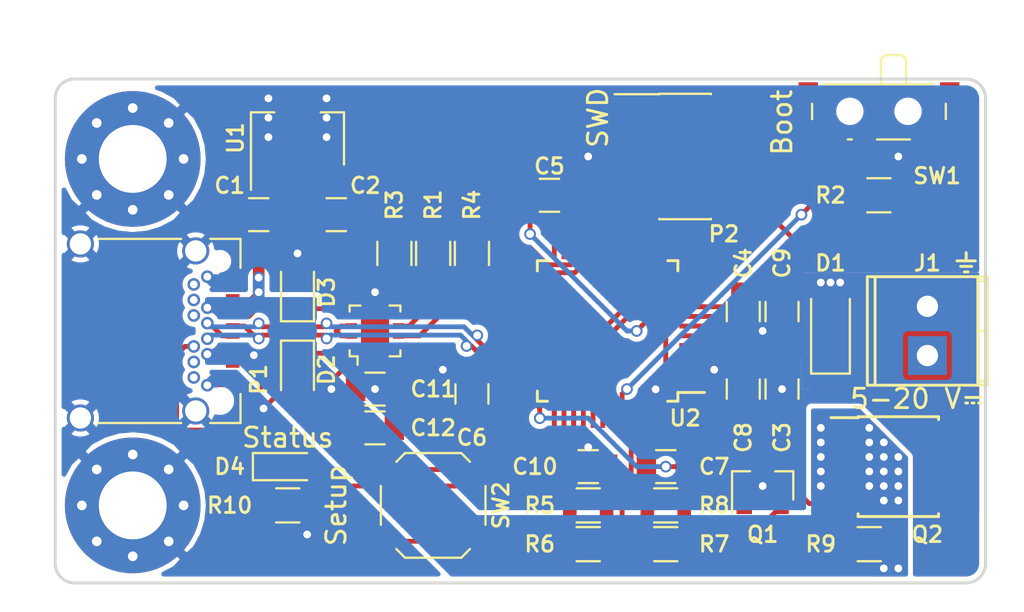
<source format=kicad_pcb>
(kicad_pcb (version 4) (host pcbnew 4.0.6)

  (general
    (links 120)
    (no_connects 0)
    (area 81.424999 56.924999 129.575001 83.075001)
    (thickness 1.6)
    (drawings 10)
    (tracks 422)
    (zones 0)
    (modules 38)
    (nets 64)
  )

  (page USLetter)
  (title_block
    (title "PD Buddy Sink")
    (rev 0.2)
  )

  (layers
    (0 F.Cu signal)
    (31 B.Cu signal)
    (32 B.Adhes user)
    (33 F.Adhes user)
    (34 B.Paste user)
    (35 F.Paste user)
    (36 B.SilkS user)
    (37 F.SilkS user)
    (38 B.Mask user)
    (39 F.Mask user)
    (40 Dwgs.User user)
    (41 Cmts.User user)
    (42 Eco1.User user)
    (43 Eco2.User user)
    (44 Edge.Cuts user)
    (45 Margin user)
    (46 B.CrtYd user)
    (47 F.CrtYd user)
    (48 B.Fab user)
    (49 F.Fab user)
  )

  (setup
    (last_trace_width 0.25)
    (trace_clearance 0.16)
    (zone_clearance 0.254)
    (zone_45_only no)
    (trace_min 0.2)
    (segment_width 0.2)
    (edge_width 0.15)
    (via_size 0.6)
    (via_drill 0.4)
    (via_min_size 0.4)
    (via_min_drill 0.3)
    (uvia_size 0.3)
    (uvia_drill 0.1)
    (uvias_allowed no)
    (uvia_min_size 0.2)
    (uvia_min_drill 0.1)
    (pcb_text_width 0.3)
    (pcb_text_size 1.5 1.5)
    (mod_edge_width 0.15)
    (mod_text_size 0.8 0.8)
    (mod_text_width 0.15)
    (pad_size 1.524 1.524)
    (pad_drill 0.762)
    (pad_to_mask_clearance 0.125)
    (aux_axis_origin 0 0)
    (grid_origin 90 70)
    (visible_elements FFFFFF7F)
    (pcbplotparams
      (layerselection 0x00030_80000001)
      (usegerberextensions false)
      (excludeedgelayer true)
      (linewidth 0.100000)
      (plotframeref false)
      (viasonmask false)
      (mode 1)
      (useauxorigin false)
      (hpglpennumber 1)
      (hpglpenspeed 20)
      (hpglpendiameter 15)
      (hpglpenoverlay 2)
      (psnegative false)
      (psa4output false)
      (plotreference true)
      (plotvalue true)
      (plotinvisibletext false)
      (padsonsilk false)
      (subtractmaskfromsilk false)
      (outputformat 1)
      (mirror false)
      (drillshape 1)
      (scaleselection 1)
      (outputdirectory ""))
  )

  (net 0 "")
  (net 1 VBUS)
  (net 2 GND)
  (net 3 +3V3)
  (net 4 /Microcontroller/nRST)
  (net 5 "/PD PHY/CC2")
  (net 6 "/PD PHY/CC1")
  (net 7 "Net-(P1-PadB8)")
  (net 8 "Net-(P1-PadB3)")
  (net 9 "Net-(P1-PadB10)")
  (net 10 "Net-(P1-PadB2)")
  (net 11 "Net-(P1-PadB11)")
  (net 12 "Net-(P1-PadA2)")
  (net 13 "Net-(P1-PadA3)")
  (net 14 "Net-(P1-PadA10)")
  (net 15 "Net-(P1-PadA8)")
  (net 16 "Net-(P1-PadA11)")
  (net 17 /Microcontroller/SWDIO)
  (net 18 /Microcontroller/SWCLK)
  (net 19 "Net-(P2-Pad6)")
  (net 20 "Net-(P2-Pad7)")
  (net 21 "Net-(P2-Pad8)")
  (net 22 "Net-(Q1-Pad1)")
  (net 23 /Microcontroller/INT_N)
  (net 24 /Microcontroller/SCL)
  (net 25 /Microcontroller/SDA)
  (net 26 "Net-(R5-Pad1)")
  (net 27 /Microcontroller/OUT_CTRL)
  (net 28 "Net-(U2-Pad2)")
  (net 29 "Net-(U2-Pad3)")
  (net 30 "Net-(U2-Pad4)")
  (net 31 "Net-(U2-Pad5)")
  (net 32 "Net-(U2-Pad6)")
  (net 33 "Net-(U2-Pad10)")
  (net 34 "Net-(U2-Pad11)")
  (net 35 "Net-(U2-Pad12)")
  (net 36 "Net-(U2-Pad13)")
  (net 37 "Net-(U2-Pad14)")
  (net 38 "Net-(U2-Pad15)")
  (net 39 "Net-(U2-Pad16)")
  (net 40 "Net-(U2-Pad17)")
  (net 41 "Net-(U2-Pad18)")
  (net 42 "Net-(U2-Pad19)")
  (net 43 "Net-(U2-Pad20)")
  (net 44 "Net-(U2-Pad26)")
  (net 45 "Net-(U2-Pad27)")
  (net 46 "Net-(U2-Pad28)")
  (net 47 "Net-(U2-Pad29)")
  (net 48 "Net-(U2-Pad30)")
  (net 49 "Net-(U2-Pad40)")
  (net 50 "Net-(U2-Pad46)")
  (net 51 VCONN)
  (net 52 "Net-(D4-Pad1)")
  (net 53 /Microcontroller/D+)
  (net 54 /Microcontroller/D-)
  (net 55 /Microcontroller/SETUP)
  (net 56 /Microcontroller/NOPWR)
  (net 57 "Net-(U2-Pad31)")
  (net 58 "Net-(U2-Pad41)")
  (net 59 "Net-(U2-Pad42)")
  (net 60 "Net-(U2-Pad43)")
  (net 61 "Net-(Q1-Pad3)")
  (net 62 /Output/OUT)
  (net 63 "Net-(R2-Pad2)")

  (net_class Default "This is the default net class."
    (clearance 0.16)
    (trace_width 0.25)
    (via_dia 0.6)
    (via_drill 0.4)
    (uvia_dia 0.3)
    (uvia_drill 0.1)
    (add_net +3V3)
    (add_net /Microcontroller/D+)
    (add_net /Microcontroller/D-)
    (add_net /Microcontroller/INT_N)
    (add_net /Microcontroller/NOPWR)
    (add_net /Microcontroller/OUT_CTRL)
    (add_net /Microcontroller/SCL)
    (add_net /Microcontroller/SDA)
    (add_net /Microcontroller/SETUP)
    (add_net /Microcontroller/SWCLK)
    (add_net /Microcontroller/SWDIO)
    (add_net /Microcontroller/nRST)
    (add_net /Output/OUT)
    (add_net "/PD PHY/CC1")
    (add_net "/PD PHY/CC2")
    (add_net GND)
    (add_net "Net-(D4-Pad1)")
    (add_net "Net-(P1-PadA10)")
    (add_net "Net-(P1-PadA11)")
    (add_net "Net-(P1-PadA2)")
    (add_net "Net-(P1-PadA3)")
    (add_net "Net-(P1-PadA8)")
    (add_net "Net-(P1-PadB10)")
    (add_net "Net-(P1-PadB11)")
    (add_net "Net-(P1-PadB2)")
    (add_net "Net-(P1-PadB3)")
    (add_net "Net-(P1-PadB8)")
    (add_net "Net-(P2-Pad6)")
    (add_net "Net-(P2-Pad7)")
    (add_net "Net-(P2-Pad8)")
    (add_net "Net-(Q1-Pad1)")
    (add_net "Net-(Q1-Pad3)")
    (add_net "Net-(R2-Pad2)")
    (add_net "Net-(R5-Pad1)")
    (add_net "Net-(U2-Pad10)")
    (add_net "Net-(U2-Pad11)")
    (add_net "Net-(U2-Pad12)")
    (add_net "Net-(U2-Pad13)")
    (add_net "Net-(U2-Pad14)")
    (add_net "Net-(U2-Pad15)")
    (add_net "Net-(U2-Pad16)")
    (add_net "Net-(U2-Pad17)")
    (add_net "Net-(U2-Pad18)")
    (add_net "Net-(U2-Pad19)")
    (add_net "Net-(U2-Pad2)")
    (add_net "Net-(U2-Pad20)")
    (add_net "Net-(U2-Pad26)")
    (add_net "Net-(U2-Pad27)")
    (add_net "Net-(U2-Pad28)")
    (add_net "Net-(U2-Pad29)")
    (add_net "Net-(U2-Pad3)")
    (add_net "Net-(U2-Pad30)")
    (add_net "Net-(U2-Pad31)")
    (add_net "Net-(U2-Pad4)")
    (add_net "Net-(U2-Pad40)")
    (add_net "Net-(U2-Pad41)")
    (add_net "Net-(U2-Pad42)")
    (add_net "Net-(U2-Pad43)")
    (add_net "Net-(U2-Pad46)")
    (add_net "Net-(U2-Pad5)")
    (add_net "Net-(U2-Pad6)")
    (add_net VCONN)
  )

  (net_class Power ""
    (clearance 0.16)
    (trace_width 1.5)
    (via_dia 0.6)
    (via_drill 0.4)
    (uvia_dia 0.3)
    (uvia_drill 0.1)
  )

  (net_class Power_Small ""
    (clearance 0.16)
    (trace_width 0.6)
    (via_dia 0.6)
    (via_drill 0.4)
    (uvia_dia 0.3)
    (uvia_drill 0.1)
    (add_net VBUS)
  )

  (module Mounting_Holes:MountingHole_3.5mm_Pad_Via (layer F.Cu) (tedit 58DEFF23) (tstamp 5892A5A3)
    (at 85.5 79 90)
    (descr "Mounting Hole 3.5mm")
    (tags "mounting hole 3.5mm")
    (path /5892BB4F)
    (fp_text reference MK1 (at 0 -4.5 90) (layer F.Fab)
      (effects (font (size 0.8 0.8) (thickness 0.15)))
    )
    (fp_text value 3.5mm (at 0 4.5 90) (layer F.Fab)
      (effects (font (size 1 1) (thickness 0.15)))
    )
    (fp_circle (center 0 0) (end 3.5 0) (layer Cmts.User) (width 0.15))
    (fp_circle (center 0 0) (end 3.75 0) (layer F.CrtYd) (width 0.05))
    (pad 1 thru_hole circle (at 0 0 90) (size 7 7) (drill 3.5) (layers *.Cu *.Mask)
      (net 2 GND))
    (pad "" thru_hole circle (at 2.625 0 90) (size 0.6 0.6) (drill 0.5) (layers *.Cu *.Mask))
    (pad "" thru_hole circle (at 1.856155 1.856155 90) (size 0.6 0.6) (drill 0.5) (layers *.Cu *.Mask))
    (pad "" thru_hole circle (at 0 2.625 90) (size 0.6 0.6) (drill 0.5) (layers *.Cu *.Mask))
    (pad "" thru_hole circle (at -1.856155 1.856155 90) (size 0.6 0.6) (drill 0.5) (layers *.Cu *.Mask))
    (pad "" thru_hole circle (at -2.625 0 90) (size 0.6 0.6) (drill 0.5) (layers *.Cu *.Mask))
    (pad "" thru_hole circle (at -1.856155 -1.856155 90) (size 0.6 0.6) (drill 0.5) (layers *.Cu *.Mask))
    (pad "" thru_hole circle (at 0 -2.625 90) (size 0.6 0.6) (drill 0.5) (layers *.Cu *.Mask))
    (pad "" thru_hole circle (at 1.856155 -1.856155 90) (size 0.6 0.6) (drill 0.5) (layers *.Cu *.Mask))
  )

  (module Mounting_Holes:MountingHole_3.5mm_Pad_Via (layer F.Cu) (tedit 58DEFF1F) (tstamp 5892A5B2)
    (at 85.5 61.125 90)
    (descr "Mounting Hole 3.5mm")
    (tags "mounting hole 3.5mm")
    (path /5892BC07)
    (fp_text reference MK2 (at 0 -4.5 90) (layer F.Fab)
      (effects (font (size 0.8 0.8) (thickness 0.15)))
    )
    (fp_text value 3.5mm (at 0 4.5 90) (layer F.Fab)
      (effects (font (size 1 1) (thickness 0.15)))
    )
    (fp_circle (center 0 0) (end 3.5 0) (layer Cmts.User) (width 0.15))
    (fp_circle (center 0 0) (end 3.75 0) (layer F.CrtYd) (width 0.05))
    (pad 1 thru_hole circle (at 0 0 90) (size 7 7) (drill 3.5) (layers *.Cu *.Mask)
      (net 2 GND))
    (pad "" thru_hole circle (at 2.625 0 90) (size 0.6 0.6) (drill 0.5) (layers *.Cu *.Mask))
    (pad "" thru_hole circle (at 1.856155 1.856155 90) (size 0.6 0.6) (drill 0.5) (layers *.Cu *.Mask))
    (pad "" thru_hole circle (at 0 2.625 90) (size 0.6 0.6) (drill 0.5) (layers *.Cu *.Mask))
    (pad "" thru_hole circle (at -1.856155 1.856155 90) (size 0.6 0.6) (drill 0.5) (layers *.Cu *.Mask))
    (pad "" thru_hole circle (at -2.625 0 90) (size 0.6 0.6) (drill 0.5) (layers *.Cu *.Mask))
    (pad "" thru_hole circle (at -1.856155 -1.856155 90) (size 0.6 0.6) (drill 0.5) (layers *.Cu *.Mask))
    (pad "" thru_hole circle (at 0 -2.625 90) (size 0.6 0.6) (drill 0.5) (layers *.Cu *.Mask))
    (pad "" thru_hole circle (at 1.856155 -1.856155 90) (size 0.6 0.6) (drill 0.5) (layers *.Cu *.Mask))
  )

  (module LEDs:LED_0805 (layer F.Cu) (tedit 58DEF95B) (tstamp 5892C0EA)
    (at 93.5 77)
    (descr "LED 0805 smd package")
    (tags "LED led 0805 SMD smd SMT smt smdled SMDLED smtled SMTLED")
    (path /588FD270/58931071)
    (attr smd)
    (fp_text reference D4 (at -3 0) (layer F.SilkS)
      (effects (font (size 0.8 0.8) (thickness 0.15)))
    )
    (fp_text value Status (at 0 -1.5) (layer F.SilkS)
      (effects (font (size 1 1) (thickness 0.15)))
    )
    (fp_line (start -1.8 -0.7) (end -1.8 0.7) (layer F.SilkS) (width 0.12))
    (fp_line (start -0.4 -0.4) (end -0.4 0.4) (layer F.Fab) (width 0.1))
    (fp_line (start -0.4 0) (end 0.2 -0.4) (layer F.Fab) (width 0.1))
    (fp_line (start 0.2 0.4) (end -0.4 0) (layer F.Fab) (width 0.1))
    (fp_line (start 0.2 -0.4) (end 0.2 0.4) (layer F.Fab) (width 0.1))
    (fp_line (start 1 0.6) (end -1 0.6) (layer F.Fab) (width 0.1))
    (fp_line (start 1 -0.6) (end 1 0.6) (layer F.Fab) (width 0.1))
    (fp_line (start -1 -0.6) (end 1 -0.6) (layer F.Fab) (width 0.1))
    (fp_line (start -1 0.6) (end -1 -0.6) (layer F.Fab) (width 0.1))
    (fp_line (start -1.8 0.7) (end 1 0.7) (layer F.SilkS) (width 0.12))
    (fp_line (start -1.8 -0.7) (end 1 -0.7) (layer F.SilkS) (width 0.12))
    (fp_line (start 1.95 -0.85) (end 1.95 0.85) (layer F.CrtYd) (width 0.05))
    (fp_line (start 1.95 0.85) (end -1.95 0.85) (layer F.CrtYd) (width 0.05))
    (fp_line (start -1.95 0.85) (end -1.95 -0.85) (layer F.CrtYd) (width 0.05))
    (fp_line (start -1.95 -0.85) (end 1.95 -0.85) (layer F.CrtYd) (width 0.05))
    (pad 2 smd rect (at 1.1 0 180) (size 1.2 1.2) (layers F.Cu F.Paste F.Mask)
      (net 56 /Microcontroller/NOPWR))
    (pad 1 smd rect (at -1.1 0 180) (size 1.2 1.2) (layers F.Cu F.Paste F.Mask)
      (net 52 "Net-(D4-Pad1)"))
    (model LEDs.3dshapes/LED_0805.wrl
      (at (xyz 0 0 0))
      (scale (xyz 1 1 1))
      (rotate (xyz 0 0 0))
    )
  )

  (module Housings_QFP:LQFP-48_7x7mm_Pitch0.5mm (layer F.Cu) (tedit 54130A77) (tstamp 58926732)
    (at 110 70 180)
    (descr "48 LEAD LQFP 7x7mm (see MICREL LQFP7x7-48LD-PL-1.pdf)")
    (tags "QFP 0.5")
    (path /588FD270/588FD426)
    (attr smd)
    (fp_text reference U2 (at -4 -4.5 180) (layer F.SilkS)
      (effects (font (size 0.8 0.8) (thickness 0.15)))
    )
    (fp_text value STM32F072CBTx (at 0 6 180) (layer F.Fab)
      (effects (font (size 1 1) (thickness 0.15)))
    )
    (fp_text user %R (at 0 0 180) (layer F.Fab)
      (effects (font (size 1 1) (thickness 0.15)))
    )
    (fp_line (start -2.5 -3.5) (end 3.5 -3.5) (layer F.Fab) (width 0.15))
    (fp_line (start 3.5 -3.5) (end 3.5 3.5) (layer F.Fab) (width 0.15))
    (fp_line (start 3.5 3.5) (end -3.5 3.5) (layer F.Fab) (width 0.15))
    (fp_line (start -3.5 3.5) (end -3.5 -2.5) (layer F.Fab) (width 0.15))
    (fp_line (start -3.5 -2.5) (end -2.5 -3.5) (layer F.Fab) (width 0.15))
    (fp_line (start -5.25 -5.25) (end -5.25 5.25) (layer F.CrtYd) (width 0.05))
    (fp_line (start 5.25 -5.25) (end 5.25 5.25) (layer F.CrtYd) (width 0.05))
    (fp_line (start -5.25 -5.25) (end 5.25 -5.25) (layer F.CrtYd) (width 0.05))
    (fp_line (start -5.25 5.25) (end 5.25 5.25) (layer F.CrtYd) (width 0.05))
    (fp_line (start -3.625 -3.625) (end -3.625 -3.175) (layer F.SilkS) (width 0.15))
    (fp_line (start 3.625 -3.625) (end 3.625 -3.1) (layer F.SilkS) (width 0.15))
    (fp_line (start 3.625 3.625) (end 3.625 3.1) (layer F.SilkS) (width 0.15))
    (fp_line (start -3.625 3.625) (end -3.625 3.1) (layer F.SilkS) (width 0.15))
    (fp_line (start -3.625 -3.625) (end -3.1 -3.625) (layer F.SilkS) (width 0.15))
    (fp_line (start -3.625 3.625) (end -3.1 3.625) (layer F.SilkS) (width 0.15))
    (fp_line (start 3.625 3.625) (end 3.1 3.625) (layer F.SilkS) (width 0.15))
    (fp_line (start 3.625 -3.625) (end 3.1 -3.625) (layer F.SilkS) (width 0.15))
    (fp_line (start -3.625 -3.175) (end -5 -3.175) (layer F.SilkS) (width 0.15))
    (pad 1 smd rect (at -4.35 -2.75 180) (size 1.3 0.25) (layers F.Cu F.Paste F.Mask)
      (net 3 +3V3))
    (pad 2 smd rect (at -4.35 -2.25 180) (size 1.3 0.25) (layers F.Cu F.Paste F.Mask)
      (net 28 "Net-(U2-Pad2)"))
    (pad 3 smd rect (at -4.35 -1.75 180) (size 1.3 0.25) (layers F.Cu F.Paste F.Mask)
      (net 29 "Net-(U2-Pad3)"))
    (pad 4 smd rect (at -4.35 -1.25 180) (size 1.3 0.25) (layers F.Cu F.Paste F.Mask)
      (net 30 "Net-(U2-Pad4)"))
    (pad 5 smd rect (at -4.35 -0.75 180) (size 1.3 0.25) (layers F.Cu F.Paste F.Mask)
      (net 31 "Net-(U2-Pad5)"))
    (pad 6 smd rect (at -4.35 -0.25 180) (size 1.3 0.25) (layers F.Cu F.Paste F.Mask)
      (net 32 "Net-(U2-Pad6)"))
    (pad 7 smd rect (at -4.35 0.25 180) (size 1.3 0.25) (layers F.Cu F.Paste F.Mask)
      (net 4 /Microcontroller/nRST))
    (pad 8 smd rect (at -4.35 0.75 180) (size 1.3 0.25) (layers F.Cu F.Paste F.Mask)
      (net 2 GND))
    (pad 9 smd rect (at -4.35 1.25 180) (size 1.3 0.25) (layers F.Cu F.Paste F.Mask)
      (net 3 +3V3))
    (pad 10 smd rect (at -4.35 1.75 180) (size 1.3 0.25) (layers F.Cu F.Paste F.Mask)
      (net 33 "Net-(U2-Pad10)"))
    (pad 11 smd rect (at -4.35 2.25 180) (size 1.3 0.25) (layers F.Cu F.Paste F.Mask)
      (net 34 "Net-(U2-Pad11)"))
    (pad 12 smd rect (at -4.35 2.75 180) (size 1.3 0.25) (layers F.Cu F.Paste F.Mask)
      (net 35 "Net-(U2-Pad12)"))
    (pad 13 smd rect (at -2.75 4.35 270) (size 1.3 0.25) (layers F.Cu F.Paste F.Mask)
      (net 36 "Net-(U2-Pad13)"))
    (pad 14 smd rect (at -2.25 4.35 270) (size 1.3 0.25) (layers F.Cu F.Paste F.Mask)
      (net 37 "Net-(U2-Pad14)"))
    (pad 15 smd rect (at -1.75 4.35 270) (size 1.3 0.25) (layers F.Cu F.Paste F.Mask)
      (net 38 "Net-(U2-Pad15)"))
    (pad 16 smd rect (at -1.25 4.35 270) (size 1.3 0.25) (layers F.Cu F.Paste F.Mask)
      (net 39 "Net-(U2-Pad16)"))
    (pad 17 smd rect (at -0.75 4.35 270) (size 1.3 0.25) (layers F.Cu F.Paste F.Mask)
      (net 40 "Net-(U2-Pad17)"))
    (pad 18 smd rect (at -0.25 4.35 270) (size 1.3 0.25) (layers F.Cu F.Paste F.Mask)
      (net 41 "Net-(U2-Pad18)"))
    (pad 19 smd rect (at 0.25 4.35 270) (size 1.3 0.25) (layers F.Cu F.Paste F.Mask)
      (net 42 "Net-(U2-Pad19)"))
    (pad 20 smd rect (at 0.75 4.35 270) (size 1.3 0.25) (layers F.Cu F.Paste F.Mask)
      (net 43 "Net-(U2-Pad20)"))
    (pad 21 smd rect (at 1.25 4.35 270) (size 1.3 0.25) (layers F.Cu F.Paste F.Mask)
      (net 24 /Microcontroller/SCL))
    (pad 22 smd rect (at 1.75 4.35 270) (size 1.3 0.25) (layers F.Cu F.Paste F.Mask)
      (net 25 /Microcontroller/SDA))
    (pad 23 smd rect (at 2.25 4.35 270) (size 1.3 0.25) (layers F.Cu F.Paste F.Mask)
      (net 2 GND))
    (pad 24 smd rect (at 2.75 4.35 270) (size 1.3 0.25) (layers F.Cu F.Paste F.Mask)
      (net 3 +3V3))
    (pad 25 smd rect (at 4.35 2.75 180) (size 1.3 0.25) (layers F.Cu F.Paste F.Mask)
      (net 23 /Microcontroller/INT_N))
    (pad 26 smd rect (at 4.35 2.25 180) (size 1.3 0.25) (layers F.Cu F.Paste F.Mask)
      (net 44 "Net-(U2-Pad26)"))
    (pad 27 smd rect (at 4.35 1.75 180) (size 1.3 0.25) (layers F.Cu F.Paste F.Mask)
      (net 45 "Net-(U2-Pad27)"))
    (pad 28 smd rect (at 4.35 1.25 180) (size 1.3 0.25) (layers F.Cu F.Paste F.Mask)
      (net 46 "Net-(U2-Pad28)"))
    (pad 29 smd rect (at 4.35 0.75 180) (size 1.3 0.25) (layers F.Cu F.Paste F.Mask)
      (net 47 "Net-(U2-Pad29)"))
    (pad 30 smd rect (at 4.35 0.25 180) (size 1.3 0.25) (layers F.Cu F.Paste F.Mask)
      (net 48 "Net-(U2-Pad30)"))
    (pad 31 smd rect (at 4.35 -0.25 180) (size 1.3 0.25) (layers F.Cu F.Paste F.Mask)
      (net 57 "Net-(U2-Pad31)"))
    (pad 32 smd rect (at 4.35 -0.75 180) (size 1.3 0.25) (layers F.Cu F.Paste F.Mask)
      (net 54 /Microcontroller/D-))
    (pad 33 smd rect (at 4.35 -1.25 180) (size 1.3 0.25) (layers F.Cu F.Paste F.Mask)
      (net 53 /Microcontroller/D+))
    (pad 34 smd rect (at 4.35 -1.75 180) (size 1.3 0.25) (layers F.Cu F.Paste F.Mask)
      (net 17 /Microcontroller/SWDIO))
    (pad 35 smd rect (at 4.35 -2.25 180) (size 1.3 0.25) (layers F.Cu F.Paste F.Mask)
      (net 2 GND))
    (pad 36 smd rect (at 4.35 -2.75 180) (size 1.3 0.25) (layers F.Cu F.Paste F.Mask)
      (net 3 +3V3))
    (pad 37 smd rect (at 2.75 -4.35 270) (size 1.3 0.25) (layers F.Cu F.Paste F.Mask)
      (net 18 /Microcontroller/SWCLK))
    (pad 38 smd rect (at 2.25 -4.35 270) (size 1.3 0.25) (layers F.Cu F.Paste F.Mask)
      (net 56 /Microcontroller/NOPWR))
    (pad 39 smd rect (at 1.75 -4.35 270) (size 1.3 0.25) (layers F.Cu F.Paste F.Mask)
      (net 55 /Microcontroller/SETUP))
    (pad 40 smd rect (at 1.25 -4.35 270) (size 1.3 0.25) (layers F.Cu F.Paste F.Mask)
      (net 49 "Net-(U2-Pad40)"))
    (pad 41 smd rect (at 0.75 -4.35 270) (size 1.3 0.25) (layers F.Cu F.Paste F.Mask)
      (net 58 "Net-(U2-Pad41)"))
    (pad 42 smd rect (at 0.25 -4.35 270) (size 1.3 0.25) (layers F.Cu F.Paste F.Mask)
      (net 59 "Net-(U2-Pad42)"))
    (pad 43 smd rect (at -0.25 -4.35 270) (size 1.3 0.25) (layers F.Cu F.Paste F.Mask)
      (net 60 "Net-(U2-Pad43)"))
    (pad 44 smd rect (at -0.75 -4.35 270) (size 1.3 0.25) (layers F.Cu F.Paste F.Mask)
      (net 63 "Net-(R2-Pad2)"))
    (pad 45 smd rect (at -1.25 -4.35 270) (size 1.3 0.25) (layers F.Cu F.Paste F.Mask)
      (net 27 /Microcontroller/OUT_CTRL))
    (pad 46 smd rect (at -1.75 -4.35 270) (size 1.3 0.25) (layers F.Cu F.Paste F.Mask)
      (net 50 "Net-(U2-Pad46)"))
    (pad 47 smd rect (at -2.25 -4.35 270) (size 1.3 0.25) (layers F.Cu F.Paste F.Mask)
      (net 2 GND))
    (pad 48 smd rect (at -2.75 -4.35 270) (size 1.3 0.25) (layers F.Cu F.Paste F.Mask)
      (net 3 +3V3))
    (model Housings_QFP.3dshapes/LQFP-48_7x7mm_Pitch0.5mm.wrl
      (at (xyz 0 0 0))
      (scale (xyz 1 1 1))
      (rotate (xyz 0 0 0))
    )
  )

  (module Connectors_Terminal_Blocks:TerminalBlock_Pheonix_MPT-2.54mm_2pol (layer F.Cu) (tedit 58DEF94C) (tstamp 58926570)
    (at 126.5 71.27 90)
    (descr "2-way 2.54mm pitch terminal block, Phoenix MPT series")
    (path /588FA3A4/588FA688)
    (fp_text reference J1 (at 4.77 0 180) (layer F.SilkS)
      (effects (font (size 0.8 0.8) (thickness 0.15)))
    )
    (fp_text value "5-20 V⎓" (at -2.23 -0.5 180) (layer F.SilkS)
      (effects (font (size 1 1) (thickness 0.15)))
    )
    (fp_line (start -1.7 -3.3) (end 4.3 -3.3) (layer F.CrtYd) (width 0.05))
    (fp_line (start -1.7 3.3) (end -1.7 -3.3) (layer F.CrtYd) (width 0.05))
    (fp_line (start 4.3 3.3) (end -1.7 3.3) (layer F.CrtYd) (width 0.05))
    (fp_line (start 4.3 -3.3) (end 4.3 3.3) (layer F.CrtYd) (width 0.05))
    (fp_line (start 4.06908 2.60096) (end -1.52908 2.60096) (layer F.SilkS) (width 0.15))
    (fp_line (start -1.33096 3.0988) (end -1.33096 2.60096) (layer F.SilkS) (width 0.15))
    (fp_line (start 3.87096 2.60096) (end 3.87096 3.0988) (layer F.SilkS) (width 0.15))
    (fp_line (start 1.27 3.0988) (end 1.27 2.60096) (layer F.SilkS) (width 0.15))
    (fp_line (start -1.52908 -2.70002) (end 4.06908 -2.70002) (layer F.SilkS) (width 0.15))
    (fp_line (start -1.52908 3.0988) (end 4.06908 3.0988) (layer F.SilkS) (width 0.15))
    (fp_line (start 4.06908 3.0988) (end 4.06908 -3.0988) (layer F.SilkS) (width 0.15))
    (fp_line (start 4.06908 -3.0988) (end -1.52908 -3.0988) (layer F.SilkS) (width 0.15))
    (fp_line (start -1.52908 -3.0988) (end -1.52908 3.0988) (layer F.SilkS) (width 0.15))
    (pad 2 thru_hole oval (at 2.54 0 90) (size 1.99898 1.99898) (drill 1.09728) (layers *.Cu *.Mask)
      (net 2 GND))
    (pad 1 thru_hole rect (at 0 0 90) (size 1.99898 1.99898) (drill 1.09728) (layers *.Cu *.Mask)
      (net 62 /Output/OUT))
    (model Terminal_Blocks.3dshapes/TerminalBlock_Pheonix_MPT-2.54mm_2pol.wrl
      (at (xyz 0.05 0 0))
      (scale (xyz 1 1 1))
      (rotate (xyz 0 0 0))
    )
  )

  (module Housings_SOIC:SOIC-8_3.9x4.9mm_Pitch1.27mm (layer F.Cu) (tedit 58CD0CDA) (tstamp 5892660D)
    (at 125 77)
    (descr "8-Lead Plastic Small Outline (SN) - Narrow, 3.90 mm Body [SOIC] (see Microchip Packaging Specification 00000049BS.pdf)")
    (tags "SOIC 1.27")
    (path /588FA3A4/588FA570)
    (attr smd)
    (fp_text reference Q2 (at 1.5 3.5) (layer F.SilkS)
      (effects (font (size 0.8 0.8) (thickness 0.15)))
    )
    (fp_text value DMP4015SSS (at 0 3.5) (layer F.Fab)
      (effects (font (size 1 1) (thickness 0.15)))
    )
    (fp_text user %R (at 0 0) (layer F.Fab)
      (effects (font (size 1 1) (thickness 0.15)))
    )
    (fp_line (start -0.95 -2.45) (end 1.95 -2.45) (layer F.Fab) (width 0.1))
    (fp_line (start 1.95 -2.45) (end 1.95 2.45) (layer F.Fab) (width 0.1))
    (fp_line (start 1.95 2.45) (end -1.95 2.45) (layer F.Fab) (width 0.1))
    (fp_line (start -1.95 2.45) (end -1.95 -1.45) (layer F.Fab) (width 0.1))
    (fp_line (start -1.95 -1.45) (end -0.95 -2.45) (layer F.Fab) (width 0.1))
    (fp_line (start -3.73 -2.7) (end -3.73 2.7) (layer F.CrtYd) (width 0.05))
    (fp_line (start 3.73 -2.7) (end 3.73 2.7) (layer F.CrtYd) (width 0.05))
    (fp_line (start -3.73 -2.7) (end 3.73 -2.7) (layer F.CrtYd) (width 0.05))
    (fp_line (start -3.73 2.7) (end 3.73 2.7) (layer F.CrtYd) (width 0.05))
    (fp_line (start -2.075 -2.575) (end -2.075 -2.525) (layer F.SilkS) (width 0.15))
    (fp_line (start 2.075 -2.575) (end 2.075 -2.43) (layer F.SilkS) (width 0.15))
    (fp_line (start 2.075 2.575) (end 2.075 2.43) (layer F.SilkS) (width 0.15))
    (fp_line (start -2.075 2.575) (end -2.075 2.43) (layer F.SilkS) (width 0.15))
    (fp_line (start -2.075 -2.575) (end 2.075 -2.575) (layer F.SilkS) (width 0.15))
    (fp_line (start -2.075 2.575) (end 2.075 2.575) (layer F.SilkS) (width 0.15))
    (fp_line (start -2.075 -2.525) (end -3.475 -2.525) (layer F.SilkS) (width 0.15))
    (pad 1 smd rect (at -2.7 -1.905) (size 1.55 0.6) (layers F.Cu F.Paste F.Mask)
      (net 1 VBUS))
    (pad 2 smd rect (at -2.7 -0.635) (size 1.55 0.6) (layers F.Cu F.Paste F.Mask)
      (net 1 VBUS))
    (pad 3 smd rect (at -2.7 0.635) (size 1.55 0.6) (layers F.Cu F.Paste F.Mask)
      (net 1 VBUS))
    (pad 4 smd rect (at -2.7 1.905) (size 1.55 0.6) (layers F.Cu F.Paste F.Mask)
      (net 61 "Net-(Q1-Pad3)"))
    (pad 5 smd rect (at 2.7 1.905) (size 1.55 0.6) (layers F.Cu F.Paste F.Mask)
      (net 62 /Output/OUT))
    (pad 6 smd rect (at 2.7 0.635) (size 1.55 0.6) (layers F.Cu F.Paste F.Mask)
      (net 62 /Output/OUT))
    (pad 7 smd rect (at 2.7 -0.635) (size 1.55 0.6) (layers F.Cu F.Paste F.Mask)
      (net 62 /Output/OUT))
    (pad 8 smd rect (at 2.7 -1.905) (size 1.55 0.6) (layers F.Cu F.Paste F.Mask)
      (net 62 /Output/OUT))
    (model Housings_SOIC.3dshapes/SOIC-8_3.9x4.9mm_Pitch1.27mm.wrl
      (at (xyz 0 0 0))
      (scale (xyz 1 1 1))
      (rotate (xyz 0 0 0))
    )
  )

  (module TO_SOT_Packages_SMD:SOT-23 (layer F.Cu) (tedit 58CE4E7E) (tstamp 589265F1)
    (at 118 78 90)
    (descr "SOT-23, Standard")
    (tags SOT-23)
    (path /588FA3A4/588FA577)
    (attr smd)
    (fp_text reference Q1 (at -2.5 0 180) (layer F.SilkS)
      (effects (font (size 0.8 0.8) (thickness 0.15)))
    )
    (fp_text value MMBT2222ALT1G (at 0 2.5 90) (layer F.Fab)
      (effects (font (size 1 1) (thickness 0.15)))
    )
    (fp_text user %R (at 0 0 90) (layer F.Fab)
      (effects (font (size 0.5 0.5) (thickness 0.075)))
    )
    (fp_line (start -0.7 -0.95) (end -0.7 1.5) (layer F.Fab) (width 0.1))
    (fp_line (start -0.15 -1.52) (end 0.7 -1.52) (layer F.Fab) (width 0.1))
    (fp_line (start -0.7 -0.95) (end -0.15 -1.52) (layer F.Fab) (width 0.1))
    (fp_line (start 0.7 -1.52) (end 0.7 1.52) (layer F.Fab) (width 0.1))
    (fp_line (start -0.7 1.52) (end 0.7 1.52) (layer F.Fab) (width 0.1))
    (fp_line (start 0.76 1.58) (end 0.76 0.65) (layer F.SilkS) (width 0.12))
    (fp_line (start 0.76 -1.58) (end 0.76 -0.65) (layer F.SilkS) (width 0.12))
    (fp_line (start -1.7 -1.75) (end 1.7 -1.75) (layer F.CrtYd) (width 0.05))
    (fp_line (start 1.7 -1.75) (end 1.7 1.75) (layer F.CrtYd) (width 0.05))
    (fp_line (start 1.7 1.75) (end -1.7 1.75) (layer F.CrtYd) (width 0.05))
    (fp_line (start -1.7 1.75) (end -1.7 -1.75) (layer F.CrtYd) (width 0.05))
    (fp_line (start 0.76 -1.58) (end -1.4 -1.58) (layer F.SilkS) (width 0.12))
    (fp_line (start 0.76 1.58) (end -0.7 1.58) (layer F.SilkS) (width 0.12))
    (pad 1 smd rect (at -1 -0.95 90) (size 0.9 0.8) (layers F.Cu F.Paste F.Mask)
      (net 22 "Net-(Q1-Pad1)"))
    (pad 2 smd rect (at -1 0.95 90) (size 0.9 0.8) (layers F.Cu F.Paste F.Mask)
      (net 2 GND))
    (pad 3 smd rect (at 1 0 90) (size 0.9 0.8) (layers F.Cu F.Paste F.Mask)
      (net 61 "Net-(Q1-Pad3)"))
    (model ${KISYS3DMOD}/TO_SOT_Packages_SMD.3dshapes/SOT-23.wrl
      (at (xyz 0 0 0))
      (scale (xyz 1 1 1))
      (rotate (xyz 0 0 90))
    )
  )

  (module Diodes_SMD:D_SOD-323 (layer F.Cu) (tedit 58641739) (tstamp 58926546)
    (at 94 72 270)
    (descr SOD-323)
    (tags SOD-323)
    (path /588FB1D7/588FB3E3)
    (attr smd)
    (fp_text reference D2 (at 0 -1.5 270) (layer F.SilkS)
      (effects (font (size 0.8 0.8) (thickness 0.15)))
    )
    (fp_text value CZRF52C5V6 (at 0.1 1.9 270) (layer F.Fab)
      (effects (font (size 1 1) (thickness 0.15)))
    )
    (fp_line (start -1.5 -0.85) (end -1.5 0.85) (layer F.SilkS) (width 0.12))
    (fp_line (start 0.2 0) (end 0.45 0) (layer F.Fab) (width 0.1))
    (fp_line (start 0.2 0.35) (end -0.3 0) (layer F.Fab) (width 0.1))
    (fp_line (start 0.2 -0.35) (end 0.2 0.35) (layer F.Fab) (width 0.1))
    (fp_line (start -0.3 0) (end 0.2 -0.35) (layer F.Fab) (width 0.1))
    (fp_line (start -0.3 0) (end -0.5 0) (layer F.Fab) (width 0.1))
    (fp_line (start -0.3 -0.35) (end -0.3 0.35) (layer F.Fab) (width 0.1))
    (fp_line (start -0.9 0.7) (end -0.9 -0.7) (layer F.Fab) (width 0.1))
    (fp_line (start 0.9 0.7) (end -0.9 0.7) (layer F.Fab) (width 0.1))
    (fp_line (start 0.9 -0.7) (end 0.9 0.7) (layer F.Fab) (width 0.1))
    (fp_line (start -0.9 -0.7) (end 0.9 -0.7) (layer F.Fab) (width 0.1))
    (fp_line (start -1.6 -0.95) (end 1.6 -0.95) (layer F.CrtYd) (width 0.05))
    (fp_line (start 1.6 -0.95) (end 1.6 0.95) (layer F.CrtYd) (width 0.05))
    (fp_line (start -1.6 0.95) (end 1.6 0.95) (layer F.CrtYd) (width 0.05))
    (fp_line (start -1.6 -0.95) (end -1.6 0.95) (layer F.CrtYd) (width 0.05))
    (fp_line (start -1.5 0.85) (end 1.05 0.85) (layer F.SilkS) (width 0.12))
    (fp_line (start -1.5 -0.85) (end 1.05 -0.85) (layer F.SilkS) (width 0.12))
    (pad 1 smd rect (at -1.05 0 270) (size 0.6 0.45) (layers F.Cu F.Paste F.Mask)
      (net 5 "/PD PHY/CC2"))
    (pad 2 smd rect (at 1.05 0 270) (size 0.6 0.45) (layers F.Cu F.Paste F.Mask)
      (net 2 GND))
    (model Diodes_SMD.3dshapes/D_SOD-323.wrl
      (at (xyz 0 0 0))
      (scale (xyz 1 1 1))
      (rotate (xyz 0 0 180))
    )
  )

  (module Diodes_SMD:D_SOD-323 (layer F.Cu) (tedit 58641739) (tstamp 5892655D)
    (at 94 68 90)
    (descr SOD-323)
    (tags SOD-323)
    (path /588FB1D7/588FB500)
    (attr smd)
    (fp_text reference D3 (at 0 1.5 90) (layer F.SilkS)
      (effects (font (size 0.8 0.8) (thickness 0.15)))
    )
    (fp_text value CZRF52C5V6 (at 0.1 1.9 90) (layer F.Fab)
      (effects (font (size 1 1) (thickness 0.15)))
    )
    (fp_line (start -1.5 -0.85) (end -1.5 0.85) (layer F.SilkS) (width 0.12))
    (fp_line (start 0.2 0) (end 0.45 0) (layer F.Fab) (width 0.1))
    (fp_line (start 0.2 0.35) (end -0.3 0) (layer F.Fab) (width 0.1))
    (fp_line (start 0.2 -0.35) (end 0.2 0.35) (layer F.Fab) (width 0.1))
    (fp_line (start -0.3 0) (end 0.2 -0.35) (layer F.Fab) (width 0.1))
    (fp_line (start -0.3 0) (end -0.5 0) (layer F.Fab) (width 0.1))
    (fp_line (start -0.3 -0.35) (end -0.3 0.35) (layer F.Fab) (width 0.1))
    (fp_line (start -0.9 0.7) (end -0.9 -0.7) (layer F.Fab) (width 0.1))
    (fp_line (start 0.9 0.7) (end -0.9 0.7) (layer F.Fab) (width 0.1))
    (fp_line (start 0.9 -0.7) (end 0.9 0.7) (layer F.Fab) (width 0.1))
    (fp_line (start -0.9 -0.7) (end 0.9 -0.7) (layer F.Fab) (width 0.1))
    (fp_line (start -1.6 -0.95) (end 1.6 -0.95) (layer F.CrtYd) (width 0.05))
    (fp_line (start 1.6 -0.95) (end 1.6 0.95) (layer F.CrtYd) (width 0.05))
    (fp_line (start -1.6 0.95) (end 1.6 0.95) (layer F.CrtYd) (width 0.05))
    (fp_line (start -1.6 -0.95) (end -1.6 0.95) (layer F.CrtYd) (width 0.05))
    (fp_line (start -1.5 0.85) (end 1.05 0.85) (layer F.SilkS) (width 0.12))
    (fp_line (start -1.5 -0.85) (end 1.05 -0.85) (layer F.SilkS) (width 0.12))
    (pad 1 smd rect (at -1.05 0 90) (size 0.6 0.45) (layers F.Cu F.Paste F.Mask)
      (net 6 "/PD PHY/CC1"))
    (pad 2 smd rect (at 1.05 0 90) (size 0.6 0.45) (layers F.Cu F.Paste F.Mask)
      (net 2 GND))
    (model Diodes_SMD.3dshapes/D_SOD-323.wrl
      (at (xyz 0 0 0))
      (scale (xyz 1 1 1))
      (rotate (xyz 0 0 180))
    )
  )

  (module TO_SOT_Packages_SMD:SOT89-3_Housing (layer F.Cu) (tedit 58CE4E7F) (tstamp 589266EB)
    (at 94 60.5 90)
    (descr "SOT89-3, Housing,")
    (tags "SOT89-3 Housing ")
    (path /588F9A21/588FA408)
    (attr smd)
    (fp_text reference U1 (at 0.45 -3.2 90) (layer F.SilkS)
      (effects (font (size 0.8 0.8) (thickness 0.15)))
    )
    (fp_text value AP2204R-3.3TRG1 (at 0.45 3.25 90) (layer F.Fab)
      (effects (font (size 1 1) (thickness 0.15)))
    )
    (fp_text user %R (at 0.38 0 90) (layer F.Fab)
      (effects (font (size 0.6 0.6) (thickness 0.09)))
    )
    (fp_line (start 1.78 1.2) (end 1.78 2.4) (layer F.SilkS) (width 0.12))
    (fp_line (start 1.78 2.4) (end -0.92 2.4) (layer F.SilkS) (width 0.12))
    (fp_line (start -2.22 -2.4) (end 1.78 -2.4) (layer F.SilkS) (width 0.12))
    (fp_line (start 1.78 -2.4) (end 1.78 -1.2) (layer F.SilkS) (width 0.12))
    (fp_line (start -0.92 -1.51) (end -0.13 -2.3) (layer F.Fab) (width 0.1))
    (fp_line (start 1.68 -2.3) (end 1.68 2.3) (layer F.Fab) (width 0.1))
    (fp_line (start 1.68 2.3) (end -0.92 2.3) (layer F.Fab) (width 0.1))
    (fp_line (start -0.92 2.3) (end -0.92 -1.51) (layer F.Fab) (width 0.1))
    (fp_line (start -0.13 -2.3) (end 1.68 -2.3) (layer F.Fab) (width 0.1))
    (fp_line (start 3.23 -2.55) (end 3.23 2.55) (layer F.CrtYd) (width 0.05))
    (fp_line (start 3.23 -2.55) (end -2.48 -2.55) (layer F.CrtYd) (width 0.05))
    (fp_line (start -2.48 2.55) (end 3.23 2.55) (layer F.CrtYd) (width 0.05))
    (fp_line (start -2.48 2.55) (end -2.48 -2.55) (layer F.CrtYd) (width 0.05))
    (pad 1 smd rect (at -1.48 -1.5) (size 1 1.5) (layers F.Cu F.Paste F.Mask)
      (net 1 VBUS))
    (pad 2 smd rect (at -1.48 0) (size 1 1.5) (layers F.Cu F.Paste F.Mask)
      (net 2 GND))
    (pad 3 smd rect (at -1.48 1.5) (size 1 1.5) (layers F.Cu F.Paste F.Mask)
      (net 3 +3V3))
    (pad 2 smd rect (at 1.48 0) (size 2 3) (layers F.Cu F.Paste F.Mask)
      (net 2 GND))
    (pad 2 smd trapezoid (at -0.37 0 180) (size 1.5 0.75) (rect_delta 0 0.5 ) (layers F.Cu F.Paste F.Mask)
      (net 2 GND))
    (model ${KISYS3DMOD}/TO_SOT_Packages_SMD.3dshapes/SOT89-3_Housing.wrl
      (at (xyz 0.02 0 0))
      (scale (xyz 0.39 0.39 0.39))
      (rotate (xyz 0 0 90))
    )
  )

  (module Resistors_SMD:R_0805 (layer F.Cu) (tedit 58AADA8F) (tstamp 5892661D)
    (at 101 66 90)
    (descr "Resistor SMD 0805, reflow soldering, Vishay (see dcrcw.pdf)")
    (tags "resistor 0805")
    (path /588FD270/5892476F)
    (attr smd)
    (fp_text reference R1 (at 2.5 0 90) (layer F.SilkS)
      (effects (font (size 0.8 0.8) (thickness 0.15)))
    )
    (fp_text value 2kΩ (at 0 1.75 90) (layer F.Fab)
      (effects (font (size 1 1) (thickness 0.15)))
    )
    (fp_text user %R (at 0 -1.65 90) (layer F.Fab)
      (effects (font (size 1 1) (thickness 0.15)))
    )
    (fp_line (start -1 0.62) (end -1 -0.62) (layer F.Fab) (width 0.1))
    (fp_line (start 1 0.62) (end -1 0.62) (layer F.Fab) (width 0.1))
    (fp_line (start 1 -0.62) (end 1 0.62) (layer F.Fab) (width 0.1))
    (fp_line (start -1 -0.62) (end 1 -0.62) (layer F.Fab) (width 0.1))
    (fp_line (start 0.6 0.88) (end -0.6 0.88) (layer F.SilkS) (width 0.12))
    (fp_line (start -0.6 -0.88) (end 0.6 -0.88) (layer F.SilkS) (width 0.12))
    (fp_line (start -1.55 -0.9) (end 1.55 -0.9) (layer F.CrtYd) (width 0.05))
    (fp_line (start -1.55 -0.9) (end -1.55 0.9) (layer F.CrtYd) (width 0.05))
    (fp_line (start 1.55 0.9) (end 1.55 -0.9) (layer F.CrtYd) (width 0.05))
    (fp_line (start 1.55 0.9) (end -1.55 0.9) (layer F.CrtYd) (width 0.05))
    (pad 1 smd rect (at -0.95 0 90) (size 0.7 1.3) (layers F.Cu F.Paste F.Mask)
      (net 24 /Microcontroller/SCL))
    (pad 2 smd rect (at 0.95 0 90) (size 0.7 1.3) (layers F.Cu F.Paste F.Mask)
      (net 3 +3V3))
    (model Resistors_SMD.3dshapes/R_0805.wrl
      (at (xyz 0 0 0))
      (scale (xyz 1 1 1))
      (rotate (xyz 0 0 0))
    )
  )

  (module Resistors_SMD:R_0805 (layer F.Cu) (tedit 58AADA8F) (tstamp 5892663D)
    (at 99 66 90)
    (descr "Resistor SMD 0805, reflow soldering, Vishay (see dcrcw.pdf)")
    (tags "resistor 0805")
    (path /588FD270/58924737)
    (attr smd)
    (fp_text reference R3 (at 2.5 0 90) (layer F.SilkS)
      (effects (font (size 0.8 0.8) (thickness 0.15)))
    )
    (fp_text value 2kΩ (at 0 1.75 90) (layer F.Fab)
      (effects (font (size 1 1) (thickness 0.15)))
    )
    (fp_text user %R (at 0 -1.65 90) (layer F.Fab)
      (effects (font (size 1 1) (thickness 0.15)))
    )
    (fp_line (start -1 0.62) (end -1 -0.62) (layer F.Fab) (width 0.1))
    (fp_line (start 1 0.62) (end -1 0.62) (layer F.Fab) (width 0.1))
    (fp_line (start 1 -0.62) (end 1 0.62) (layer F.Fab) (width 0.1))
    (fp_line (start -1 -0.62) (end 1 -0.62) (layer F.Fab) (width 0.1))
    (fp_line (start 0.6 0.88) (end -0.6 0.88) (layer F.SilkS) (width 0.12))
    (fp_line (start -0.6 -0.88) (end 0.6 -0.88) (layer F.SilkS) (width 0.12))
    (fp_line (start -1.55 -0.9) (end 1.55 -0.9) (layer F.CrtYd) (width 0.05))
    (fp_line (start -1.55 -0.9) (end -1.55 0.9) (layer F.CrtYd) (width 0.05))
    (fp_line (start 1.55 0.9) (end 1.55 -0.9) (layer F.CrtYd) (width 0.05))
    (fp_line (start 1.55 0.9) (end -1.55 0.9) (layer F.CrtYd) (width 0.05))
    (pad 1 smd rect (at -0.95 0 90) (size 0.7 1.3) (layers F.Cu F.Paste F.Mask)
      (net 25 /Microcontroller/SDA))
    (pad 2 smd rect (at 0.95 0 90) (size 0.7 1.3) (layers F.Cu F.Paste F.Mask)
      (net 3 +3V3))
    (model Resistors_SMD.3dshapes/R_0805.wrl
      (at (xyz 0 0 0))
      (scale (xyz 1 1 1))
      (rotate (xyz 0 0 0))
    )
  )

  (module Resistors_SMD:R_0805 (layer F.Cu) (tedit 58AADA8F) (tstamp 5892664D)
    (at 103 66 90)
    (descr "Resistor SMD 0805, reflow soldering, Vishay (see dcrcw.pdf)")
    (tags "resistor 0805")
    (path /588FD270/589246A0)
    (attr smd)
    (fp_text reference R4 (at 2.5 0 90) (layer F.SilkS)
      (effects (font (size 0.8 0.8) (thickness 0.15)))
    )
    (fp_text value 2kΩ (at 0 1.75 90) (layer F.Fab)
      (effects (font (size 1 1) (thickness 0.15)))
    )
    (fp_text user %R (at 0 -1.65 90) (layer F.Fab)
      (effects (font (size 1 1) (thickness 0.15)))
    )
    (fp_line (start -1 0.62) (end -1 -0.62) (layer F.Fab) (width 0.1))
    (fp_line (start 1 0.62) (end -1 0.62) (layer F.Fab) (width 0.1))
    (fp_line (start 1 -0.62) (end 1 0.62) (layer F.Fab) (width 0.1))
    (fp_line (start -1 -0.62) (end 1 -0.62) (layer F.Fab) (width 0.1))
    (fp_line (start 0.6 0.88) (end -0.6 0.88) (layer F.SilkS) (width 0.12))
    (fp_line (start -0.6 -0.88) (end 0.6 -0.88) (layer F.SilkS) (width 0.12))
    (fp_line (start -1.55 -0.9) (end 1.55 -0.9) (layer F.CrtYd) (width 0.05))
    (fp_line (start -1.55 -0.9) (end -1.55 0.9) (layer F.CrtYd) (width 0.05))
    (fp_line (start 1.55 0.9) (end 1.55 -0.9) (layer F.CrtYd) (width 0.05))
    (fp_line (start 1.55 0.9) (end -1.55 0.9) (layer F.CrtYd) (width 0.05))
    (pad 1 smd rect (at -0.95 0 90) (size 0.7 1.3) (layers F.Cu F.Paste F.Mask)
      (net 23 /Microcontroller/INT_N))
    (pad 2 smd rect (at 0.95 0 90) (size 0.7 1.3) (layers F.Cu F.Paste F.Mask)
      (net 3 +3V3))
    (model Resistors_SMD.3dshapes/R_0805.wrl
      (at (xyz 0 0 0))
      (scale (xyz 1 1 1))
      (rotate (xyz 0 0 0))
    )
  )

  (module Resistors_SMD:R_0805 (layer F.Cu) (tedit 58AADA8F) (tstamp 5892665D)
    (at 109 79)
    (descr "Resistor SMD 0805, reflow soldering, Vishay (see dcrcw.pdf)")
    (tags "resistor 0805")
    (path /588FD270/5892828B)
    (attr smd)
    (fp_text reference R5 (at -2.5 0) (layer F.SilkS)
      (effects (font (size 0.8 0.8) (thickness 0.15)))
    )
    (fp_text value 10kΩ (at 0 1.75) (layer F.Fab)
      (effects (font (size 1 1) (thickness 0.15)))
    )
    (fp_text user %R (at 0 -1.65) (layer F.Fab)
      (effects (font (size 1 1) (thickness 0.15)))
    )
    (fp_line (start -1 0.62) (end -1 -0.62) (layer F.Fab) (width 0.1))
    (fp_line (start 1 0.62) (end -1 0.62) (layer F.Fab) (width 0.1))
    (fp_line (start 1 -0.62) (end 1 0.62) (layer F.Fab) (width 0.1))
    (fp_line (start -1 -0.62) (end 1 -0.62) (layer F.Fab) (width 0.1))
    (fp_line (start 0.6 0.88) (end -0.6 0.88) (layer F.SilkS) (width 0.12))
    (fp_line (start -0.6 -0.88) (end 0.6 -0.88) (layer F.SilkS) (width 0.12))
    (fp_line (start -1.55 -0.9) (end 1.55 -0.9) (layer F.CrtYd) (width 0.05))
    (fp_line (start -1.55 -0.9) (end -1.55 0.9) (layer F.CrtYd) (width 0.05))
    (fp_line (start 1.55 0.9) (end 1.55 -0.9) (layer F.CrtYd) (width 0.05))
    (fp_line (start 1.55 0.9) (end -1.55 0.9) (layer F.CrtYd) (width 0.05))
    (pad 1 smd rect (at -0.95 0) (size 0.7 1.3) (layers F.Cu F.Paste F.Mask)
      (net 26 "Net-(R5-Pad1)"))
    (pad 2 smd rect (at 0.95 0) (size 0.7 1.3) (layers F.Cu F.Paste F.Mask)
      (net 55 /Microcontroller/SETUP))
    (model Resistors_SMD.3dshapes/R_0805.wrl
      (at (xyz 0 0 0))
      (scale (xyz 1 1 1))
      (rotate (xyz 0 0 0))
    )
  )

  (module Resistors_SMD:R_0805 (layer F.Cu) (tedit 58AADA8F) (tstamp 5892666D)
    (at 109 81)
    (descr "Resistor SMD 0805, reflow soldering, Vishay (see dcrcw.pdf)")
    (tags "resistor 0805")
    (path /588FD270/589286AA)
    (attr smd)
    (fp_text reference R6 (at -2.5 0) (layer F.SilkS)
      (effects (font (size 0.8 0.8) (thickness 0.15)))
    )
    (fp_text value 10kΩ (at 0 1.75) (layer F.Fab)
      (effects (font (size 1 1) (thickness 0.15)))
    )
    (fp_text user %R (at 0 -1.65) (layer F.Fab)
      (effects (font (size 1 1) (thickness 0.15)))
    )
    (fp_line (start -1 0.62) (end -1 -0.62) (layer F.Fab) (width 0.1))
    (fp_line (start 1 0.62) (end -1 0.62) (layer F.Fab) (width 0.1))
    (fp_line (start 1 -0.62) (end 1 0.62) (layer F.Fab) (width 0.1))
    (fp_line (start -1 -0.62) (end 1 -0.62) (layer F.Fab) (width 0.1))
    (fp_line (start 0.6 0.88) (end -0.6 0.88) (layer F.SilkS) (width 0.12))
    (fp_line (start -0.6 -0.88) (end 0.6 -0.88) (layer F.SilkS) (width 0.12))
    (fp_line (start -1.55 -0.9) (end 1.55 -0.9) (layer F.CrtYd) (width 0.05))
    (fp_line (start -1.55 -0.9) (end -1.55 0.9) (layer F.CrtYd) (width 0.05))
    (fp_line (start 1.55 0.9) (end 1.55 -0.9) (layer F.CrtYd) (width 0.05))
    (fp_line (start 1.55 0.9) (end -1.55 0.9) (layer F.CrtYd) (width 0.05))
    (pad 1 smd rect (at -0.95 0) (size 0.7 1.3) (layers F.Cu F.Paste F.Mask)
      (net 26 "Net-(R5-Pad1)"))
    (pad 2 smd rect (at 0.95 0) (size 0.7 1.3) (layers F.Cu F.Paste F.Mask)
      (net 2 GND))
    (model Resistors_SMD.3dshapes/R_0805.wrl
      (at (xyz 0 0 0))
      (scale (xyz 1 1 1))
      (rotate (xyz 0 0 0))
    )
  )

  (module Resistors_SMD:R_0805 (layer F.Cu) (tedit 58AADA8F) (tstamp 5892667D)
    (at 113 81)
    (descr "Resistor SMD 0805, reflow soldering, Vishay (see dcrcw.pdf)")
    (tags "resistor 0805")
    (path /588FA3A4/58926F23)
    (attr smd)
    (fp_text reference R7 (at 2.5 0) (layer F.SilkS)
      (effects (font (size 0.8 0.8) (thickness 0.15)))
    )
    (fp_text value 10kΩ (at 0 1.75) (layer F.Fab)
      (effects (font (size 1 1) (thickness 0.15)))
    )
    (fp_text user %R (at 0 -1.65) (layer F.Fab)
      (effects (font (size 1 1) (thickness 0.15)))
    )
    (fp_line (start -1 0.62) (end -1 -0.62) (layer F.Fab) (width 0.1))
    (fp_line (start 1 0.62) (end -1 0.62) (layer F.Fab) (width 0.1))
    (fp_line (start 1 -0.62) (end 1 0.62) (layer F.Fab) (width 0.1))
    (fp_line (start -1 -0.62) (end 1 -0.62) (layer F.Fab) (width 0.1))
    (fp_line (start 0.6 0.88) (end -0.6 0.88) (layer F.SilkS) (width 0.12))
    (fp_line (start -0.6 -0.88) (end 0.6 -0.88) (layer F.SilkS) (width 0.12))
    (fp_line (start -1.55 -0.9) (end 1.55 -0.9) (layer F.CrtYd) (width 0.05))
    (fp_line (start -1.55 -0.9) (end -1.55 0.9) (layer F.CrtYd) (width 0.05))
    (fp_line (start 1.55 0.9) (end 1.55 -0.9) (layer F.CrtYd) (width 0.05))
    (fp_line (start 1.55 0.9) (end -1.55 0.9) (layer F.CrtYd) (width 0.05))
    (pad 1 smd rect (at -0.95 0) (size 0.7 1.3) (layers F.Cu F.Paste F.Mask)
      (net 27 /Microcontroller/OUT_CTRL))
    (pad 2 smd rect (at 0.95 0) (size 0.7 1.3) (layers F.Cu F.Paste F.Mask)
      (net 2 GND))
    (model Resistors_SMD.3dshapes/R_0805.wrl
      (at (xyz 0 0 0))
      (scale (xyz 1 1 1))
      (rotate (xyz 0 0 0))
    )
  )

  (module Resistors_SMD:R_0805 (layer F.Cu) (tedit 58AADA8F) (tstamp 5892668D)
    (at 113 79)
    (descr "Resistor SMD 0805, reflow soldering, Vishay (see dcrcw.pdf)")
    (tags "resistor 0805")
    (path /588FA3A4/58926842)
    (attr smd)
    (fp_text reference R8 (at 2.5 0) (layer F.SilkS)
      (effects (font (size 0.8 0.8) (thickness 0.15)))
    )
    (fp_text value 2kΩ (at 0 1.75) (layer F.Fab)
      (effects (font (size 1 1) (thickness 0.15)))
    )
    (fp_text user %R (at 0 -1.65) (layer F.Fab)
      (effects (font (size 1 1) (thickness 0.15)))
    )
    (fp_line (start -1 0.62) (end -1 -0.62) (layer F.Fab) (width 0.1))
    (fp_line (start 1 0.62) (end -1 0.62) (layer F.Fab) (width 0.1))
    (fp_line (start 1 -0.62) (end 1 0.62) (layer F.Fab) (width 0.1))
    (fp_line (start -1 -0.62) (end 1 -0.62) (layer F.Fab) (width 0.1))
    (fp_line (start 0.6 0.88) (end -0.6 0.88) (layer F.SilkS) (width 0.12))
    (fp_line (start -0.6 -0.88) (end 0.6 -0.88) (layer F.SilkS) (width 0.12))
    (fp_line (start -1.55 -0.9) (end 1.55 -0.9) (layer F.CrtYd) (width 0.05))
    (fp_line (start -1.55 -0.9) (end -1.55 0.9) (layer F.CrtYd) (width 0.05))
    (fp_line (start 1.55 0.9) (end 1.55 -0.9) (layer F.CrtYd) (width 0.05))
    (fp_line (start 1.55 0.9) (end -1.55 0.9) (layer F.CrtYd) (width 0.05))
    (pad 1 smd rect (at -0.95 0) (size 0.7 1.3) (layers F.Cu F.Paste F.Mask)
      (net 27 /Microcontroller/OUT_CTRL))
    (pad 2 smd rect (at 0.95 0) (size 0.7 1.3) (layers F.Cu F.Paste F.Mask)
      (net 22 "Net-(Q1-Pad1)"))
    (model Resistors_SMD.3dshapes/R_0805.wrl
      (at (xyz 0 0 0))
      (scale (xyz 1 1 1))
      (rotate (xyz 0 0 0))
    )
  )

  (module Resistors_SMD:R_0805 (layer F.Cu) (tedit 58AADA8F) (tstamp 5892669D)
    (at 123.5 81 180)
    (descr "Resistor SMD 0805, reflow soldering, Vishay (see dcrcw.pdf)")
    (tags "resistor 0805")
    (path /588FA3A4/5892602E)
    (attr smd)
    (fp_text reference R9 (at 2.5 0 180) (layer F.SilkS)
      (effects (font (size 0.8 0.8) (thickness 0.15)))
    )
    (fp_text value 4.7kΩ (at 0 1.75 180) (layer F.Fab)
      (effects (font (size 1 1) (thickness 0.15)))
    )
    (fp_text user %R (at 0 -1.65 180) (layer F.Fab)
      (effects (font (size 1 1) (thickness 0.15)))
    )
    (fp_line (start -1 0.62) (end -1 -0.62) (layer F.Fab) (width 0.1))
    (fp_line (start 1 0.62) (end -1 0.62) (layer F.Fab) (width 0.1))
    (fp_line (start 1 -0.62) (end 1 0.62) (layer F.Fab) (width 0.1))
    (fp_line (start -1 -0.62) (end 1 -0.62) (layer F.Fab) (width 0.1))
    (fp_line (start 0.6 0.88) (end -0.6 0.88) (layer F.SilkS) (width 0.12))
    (fp_line (start -0.6 -0.88) (end 0.6 -0.88) (layer F.SilkS) (width 0.12))
    (fp_line (start -1.55 -0.9) (end 1.55 -0.9) (layer F.CrtYd) (width 0.05))
    (fp_line (start -1.55 -0.9) (end -1.55 0.9) (layer F.CrtYd) (width 0.05))
    (fp_line (start 1.55 0.9) (end 1.55 -0.9) (layer F.CrtYd) (width 0.05))
    (fp_line (start 1.55 0.9) (end -1.55 0.9) (layer F.CrtYd) (width 0.05))
    (pad 1 smd rect (at -0.95 0 180) (size 0.7 1.3) (layers F.Cu F.Paste F.Mask)
      (net 1 VBUS))
    (pad 2 smd rect (at 0.95 0 180) (size 0.7 1.3) (layers F.Cu F.Paste F.Mask)
      (net 61 "Net-(Q1-Pad3)"))
    (model Resistors_SMD.3dshapes/R_0805.wrl
      (at (xyz 0 0 0))
      (scale (xyz 1 1 1))
      (rotate (xyz 0 0 0))
    )
  )

  (module Resistors_SMD:R_0805 (layer F.Cu) (tedit 58AADA8F) (tstamp 5892BF24)
    (at 93.5 79)
    (descr "Resistor SMD 0805, reflow soldering, Vishay (see dcrcw.pdf)")
    (tags "resistor 0805")
    (path /588FD270/5893124B)
    (attr smd)
    (fp_text reference R10 (at -3 0) (layer F.SilkS)
      (effects (font (size 0.8 0.8) (thickness 0.15)))
    )
    (fp_text value 300Ω (at 0 1.75) (layer F.Fab)
      (effects (font (size 1 1) (thickness 0.15)))
    )
    (fp_text user %R (at 0 -1.65) (layer F.Fab)
      (effects (font (size 1 1) (thickness 0.15)))
    )
    (fp_line (start -1 0.62) (end -1 -0.62) (layer F.Fab) (width 0.1))
    (fp_line (start 1 0.62) (end -1 0.62) (layer F.Fab) (width 0.1))
    (fp_line (start 1 -0.62) (end 1 0.62) (layer F.Fab) (width 0.1))
    (fp_line (start -1 -0.62) (end 1 -0.62) (layer F.Fab) (width 0.1))
    (fp_line (start 0.6 0.88) (end -0.6 0.88) (layer F.SilkS) (width 0.12))
    (fp_line (start -0.6 -0.88) (end 0.6 -0.88) (layer F.SilkS) (width 0.12))
    (fp_line (start -1.55 -0.9) (end 1.55 -0.9) (layer F.CrtYd) (width 0.05))
    (fp_line (start -1.55 -0.9) (end -1.55 0.9) (layer F.CrtYd) (width 0.05))
    (fp_line (start 1.55 0.9) (end 1.55 -0.9) (layer F.CrtYd) (width 0.05))
    (fp_line (start 1.55 0.9) (end -1.55 0.9) (layer F.CrtYd) (width 0.05))
    (pad 1 smd rect (at -0.95 0) (size 0.7 1.3) (layers F.Cu F.Paste F.Mask)
      (net 52 "Net-(D4-Pad1)"))
    (pad 2 smd rect (at 0.95 0) (size 0.7 1.3) (layers F.Cu F.Paste F.Mask)
      (net 2 GND))
    (model Resistors_SMD.3dshapes/R_0805.wrl
      (at (xyz 0 0 0))
      (scale (xyz 1 1 1))
      (rotate (xyz 0 0 0))
    )
  )

  (module Resistors_SMD:R_0805 (layer F.Cu) (tedit 58AADA8F) (tstamp 5892662D)
    (at 124 63 180)
    (descr "Resistor SMD 0805, reflow soldering, Vishay (see dcrcw.pdf)")
    (tags "resistor 0805")
    (path /588FD270/5890164A)
    (attr smd)
    (fp_text reference R2 (at 2.5 0 180) (layer F.SilkS)
      (effects (font (size 0.8 0.8) (thickness 0.15)))
    )
    (fp_text value 10kΩ (at 0 1.75 180) (layer F.Fab)
      (effects (font (size 1 1) (thickness 0.15)))
    )
    (fp_text user %R (at 0 -1.65 180) (layer F.Fab)
      (effects (font (size 1 1) (thickness 0.15)))
    )
    (fp_line (start -1 0.62) (end -1 -0.62) (layer F.Fab) (width 0.1))
    (fp_line (start 1 0.62) (end -1 0.62) (layer F.Fab) (width 0.1))
    (fp_line (start 1 -0.62) (end 1 0.62) (layer F.Fab) (width 0.1))
    (fp_line (start -1 -0.62) (end 1 -0.62) (layer F.Fab) (width 0.1))
    (fp_line (start 0.6 0.88) (end -0.6 0.88) (layer F.SilkS) (width 0.12))
    (fp_line (start -0.6 -0.88) (end 0.6 -0.88) (layer F.SilkS) (width 0.12))
    (fp_line (start -1.55 -0.9) (end 1.55 -0.9) (layer F.CrtYd) (width 0.05))
    (fp_line (start -1.55 -0.9) (end -1.55 0.9) (layer F.CrtYd) (width 0.05))
    (fp_line (start 1.55 0.9) (end 1.55 -0.9) (layer F.CrtYd) (width 0.05))
    (fp_line (start 1.55 0.9) (end -1.55 0.9) (layer F.CrtYd) (width 0.05))
    (pad 1 smd rect (at -0.95 0 180) (size 0.7 1.3) (layers F.Cu F.Paste F.Mask)
      (net 2 GND))
    (pad 2 smd rect (at 0.95 0 180) (size 0.7 1.3) (layers F.Cu F.Paste F.Mask)
      (net 63 "Net-(R2-Pad2)"))
    (model Resistors_SMD.3dshapes/R_0805.wrl
      (at (xyz 0 0 0))
      (scale (xyz 1 1 1))
      (rotate (xyz 0 0 0))
    )
  )

  (module Capacitors_SMD:C_0805 (layer F.Cu) (tedit 58AA8463) (tstamp 5892651D)
    (at 98 75 180)
    (descr "Capacitor SMD 0805, reflow soldering, AVX (see smccp.pdf)")
    (tags "capacitor 0805")
    (path /588FB1D7/5892A19A)
    (attr smd)
    (fp_text reference C12 (at -3 0 180) (layer F.SilkS)
      (effects (font (size 0.8 0.8) (thickness 0.15)))
    )
    (fp_text value 1μF (at 0 1.75 180) (layer F.Fab)
      (effects (font (size 1 1) (thickness 0.15)))
    )
    (fp_text user %R (at 0 -1.5 180) (layer F.Fab)
      (effects (font (size 1 1) (thickness 0.15)))
    )
    (fp_line (start -1 0.62) (end -1 -0.62) (layer F.Fab) (width 0.1))
    (fp_line (start 1 0.62) (end -1 0.62) (layer F.Fab) (width 0.1))
    (fp_line (start 1 -0.62) (end 1 0.62) (layer F.Fab) (width 0.1))
    (fp_line (start -1 -0.62) (end 1 -0.62) (layer F.Fab) (width 0.1))
    (fp_line (start 0.5 -0.85) (end -0.5 -0.85) (layer F.SilkS) (width 0.12))
    (fp_line (start -0.5 0.85) (end 0.5 0.85) (layer F.SilkS) (width 0.12))
    (fp_line (start -1.75 -0.88) (end 1.75 -0.88) (layer F.CrtYd) (width 0.05))
    (fp_line (start -1.75 -0.88) (end -1.75 0.87) (layer F.CrtYd) (width 0.05))
    (fp_line (start 1.75 0.87) (end 1.75 -0.88) (layer F.CrtYd) (width 0.05))
    (fp_line (start 1.75 0.87) (end -1.75 0.87) (layer F.CrtYd) (width 0.05))
    (pad 1 smd rect (at -1 0 180) (size 1 1.25) (layers F.Cu F.Paste F.Mask)
      (net 3 +3V3))
    (pad 2 smd rect (at 1 0 180) (size 1 1.25) (layers F.Cu F.Paste F.Mask)
      (net 2 GND))
    (model Capacitors_SMD.3dshapes/C_0805.wrl
      (at (xyz 0 0 0))
      (scale (xyz 1 1 1))
      (rotate (xyz 0 0 0))
    )
  )

  (module Capacitors_SMD:C_0805 (layer F.Cu) (tedit 58AA8463) (tstamp 5892650D)
    (at 98 73 180)
    (descr "Capacitor SMD 0805, reflow soldering, AVX (see smccp.pdf)")
    (tags "capacitor 0805")
    (path /588FB1D7/5892A168)
    (attr smd)
    (fp_text reference C11 (at -3 0 180) (layer F.SilkS)
      (effects (font (size 0.8 0.8) (thickness 0.15)))
    )
    (fp_text value 0.1μF (at 0 1.75 180) (layer F.Fab)
      (effects (font (size 1 1) (thickness 0.15)))
    )
    (fp_text user %R (at 0 -1.5 180) (layer F.Fab)
      (effects (font (size 1 1) (thickness 0.15)))
    )
    (fp_line (start -1 0.62) (end -1 -0.62) (layer F.Fab) (width 0.1))
    (fp_line (start 1 0.62) (end -1 0.62) (layer F.Fab) (width 0.1))
    (fp_line (start 1 -0.62) (end 1 0.62) (layer F.Fab) (width 0.1))
    (fp_line (start -1 -0.62) (end 1 -0.62) (layer F.Fab) (width 0.1))
    (fp_line (start 0.5 -0.85) (end -0.5 -0.85) (layer F.SilkS) (width 0.12))
    (fp_line (start -0.5 0.85) (end 0.5 0.85) (layer F.SilkS) (width 0.12))
    (fp_line (start -1.75 -0.88) (end 1.75 -0.88) (layer F.CrtYd) (width 0.05))
    (fp_line (start -1.75 -0.88) (end -1.75 0.87) (layer F.CrtYd) (width 0.05))
    (fp_line (start 1.75 0.87) (end 1.75 -0.88) (layer F.CrtYd) (width 0.05))
    (fp_line (start 1.75 0.87) (end -1.75 0.87) (layer F.CrtYd) (width 0.05))
    (pad 1 smd rect (at -1 0 180) (size 1 1.25) (layers F.Cu F.Paste F.Mask)
      (net 3 +3V3))
    (pad 2 smd rect (at 1 0 180) (size 1 1.25) (layers F.Cu F.Paste F.Mask)
      (net 2 GND))
    (model Capacitors_SMD.3dshapes/C_0805.wrl
      (at (xyz 0 0 0))
      (scale (xyz 1 1 1))
      (rotate (xyz 0 0 0))
    )
  )

  (module Capacitors_SMD:C_0805 (layer F.Cu) (tedit 58AA8463) (tstamp 589264FD)
    (at 109 77)
    (descr "Capacitor SMD 0805, reflow soldering, AVX (see smccp.pdf)")
    (tags "capacitor 0805")
    (path /588FD270/589288E4)
    (attr smd)
    (fp_text reference C10 (at -2.75 0) (layer F.SilkS)
      (effects (font (size 0.8 0.8) (thickness 0.15)))
    )
    (fp_text value 0.1μF (at 0 1.75) (layer F.Fab)
      (effects (font (size 1 1) (thickness 0.15)))
    )
    (fp_text user %R (at 0 -1.5) (layer F.Fab)
      (effects (font (size 1 1) (thickness 0.15)))
    )
    (fp_line (start -1 0.62) (end -1 -0.62) (layer F.Fab) (width 0.1))
    (fp_line (start 1 0.62) (end -1 0.62) (layer F.Fab) (width 0.1))
    (fp_line (start 1 -0.62) (end 1 0.62) (layer F.Fab) (width 0.1))
    (fp_line (start -1 -0.62) (end 1 -0.62) (layer F.Fab) (width 0.1))
    (fp_line (start 0.5 -0.85) (end -0.5 -0.85) (layer F.SilkS) (width 0.12))
    (fp_line (start -0.5 0.85) (end 0.5 0.85) (layer F.SilkS) (width 0.12))
    (fp_line (start -1.75 -0.88) (end 1.75 -0.88) (layer F.CrtYd) (width 0.05))
    (fp_line (start -1.75 -0.88) (end -1.75 0.87) (layer F.CrtYd) (width 0.05))
    (fp_line (start 1.75 0.87) (end 1.75 -0.88) (layer F.CrtYd) (width 0.05))
    (fp_line (start 1.75 0.87) (end -1.75 0.87) (layer F.CrtYd) (width 0.05))
    (pad 1 smd rect (at -1 0) (size 1 1.25) (layers F.Cu F.Paste F.Mask)
      (net 55 /Microcontroller/SETUP))
    (pad 2 smd rect (at 1 0) (size 1 1.25) (layers F.Cu F.Paste F.Mask)
      (net 2 GND))
    (model Capacitors_SMD.3dshapes/C_0805.wrl
      (at (xyz 0 0 0))
      (scale (xyz 1 1 1))
      (rotate (xyz 0 0 0))
    )
  )

  (module Capacitors_SMD:C_0805 (layer F.Cu) (tedit 58AA8463) (tstamp 589264ED)
    (at 119 69 270)
    (descr "Capacitor SMD 0805, reflow soldering, AVX (see smccp.pdf)")
    (tags "capacitor 0805")
    (path /588FD270/58917041)
    (attr smd)
    (fp_text reference C9 (at -2.5 0 270) (layer F.SilkS)
      (effects (font (size 0.8 0.8) (thickness 0.15)))
    )
    (fp_text value 1μF (at 0 1.75 270) (layer F.Fab)
      (effects (font (size 1 1) (thickness 0.15)))
    )
    (fp_text user %R (at 0 -1.5 270) (layer F.Fab)
      (effects (font (size 1 1) (thickness 0.15)))
    )
    (fp_line (start -1 0.62) (end -1 -0.62) (layer F.Fab) (width 0.1))
    (fp_line (start 1 0.62) (end -1 0.62) (layer F.Fab) (width 0.1))
    (fp_line (start 1 -0.62) (end 1 0.62) (layer F.Fab) (width 0.1))
    (fp_line (start -1 -0.62) (end 1 -0.62) (layer F.Fab) (width 0.1))
    (fp_line (start 0.5 -0.85) (end -0.5 -0.85) (layer F.SilkS) (width 0.12))
    (fp_line (start -0.5 0.85) (end 0.5 0.85) (layer F.SilkS) (width 0.12))
    (fp_line (start -1.75 -0.88) (end 1.75 -0.88) (layer F.CrtYd) (width 0.05))
    (fp_line (start -1.75 -0.88) (end -1.75 0.87) (layer F.CrtYd) (width 0.05))
    (fp_line (start 1.75 0.87) (end 1.75 -0.88) (layer F.CrtYd) (width 0.05))
    (fp_line (start 1.75 0.87) (end -1.75 0.87) (layer F.CrtYd) (width 0.05))
    (pad 1 smd rect (at -1 0 270) (size 1 1.25) (layers F.Cu F.Paste F.Mask)
      (net 3 +3V3))
    (pad 2 smd rect (at 1 0 270) (size 1 1.25) (layers F.Cu F.Paste F.Mask)
      (net 2 GND))
    (model Capacitors_SMD.3dshapes/C_0805.wrl
      (at (xyz 0 0 0))
      (scale (xyz 1 1 1))
      (rotate (xyz 0 0 0))
    )
  )

  (module Capacitors_SMD:C_0805 (layer F.Cu) (tedit 58AA8463) (tstamp 589264CD)
    (at 113 77 180)
    (descr "Capacitor SMD 0805, reflow soldering, AVX (see smccp.pdf)")
    (tags "capacitor 0805")
    (path /588FD270/58916F18)
    (attr smd)
    (fp_text reference C7 (at -2.5 0 180) (layer F.SilkS)
      (effects (font (size 0.8 0.8) (thickness 0.15)))
    )
    (fp_text value 0.1μF (at 0 1.75 180) (layer F.Fab)
      (effects (font (size 1 1) (thickness 0.15)))
    )
    (fp_text user %R (at 0 -1.5 180) (layer F.Fab)
      (effects (font (size 1 1) (thickness 0.15)))
    )
    (fp_line (start -1 0.62) (end -1 -0.62) (layer F.Fab) (width 0.1))
    (fp_line (start 1 0.62) (end -1 0.62) (layer F.Fab) (width 0.1))
    (fp_line (start 1 -0.62) (end 1 0.62) (layer F.Fab) (width 0.1))
    (fp_line (start -1 -0.62) (end 1 -0.62) (layer F.Fab) (width 0.1))
    (fp_line (start 0.5 -0.85) (end -0.5 -0.85) (layer F.SilkS) (width 0.12))
    (fp_line (start -0.5 0.85) (end 0.5 0.85) (layer F.SilkS) (width 0.12))
    (fp_line (start -1.75 -0.88) (end 1.75 -0.88) (layer F.CrtYd) (width 0.05))
    (fp_line (start -1.75 -0.88) (end -1.75 0.87) (layer F.CrtYd) (width 0.05))
    (fp_line (start 1.75 0.87) (end 1.75 -0.88) (layer F.CrtYd) (width 0.05))
    (fp_line (start 1.75 0.87) (end -1.75 0.87) (layer F.CrtYd) (width 0.05))
    (pad 1 smd rect (at -1 0 180) (size 1 1.25) (layers F.Cu F.Paste F.Mask)
      (net 3 +3V3))
    (pad 2 smd rect (at 1 0 180) (size 1 1.25) (layers F.Cu F.Paste F.Mask)
      (net 2 GND))
    (model Capacitors_SMD.3dshapes/C_0805.wrl
      (at (xyz 0 0 0))
      (scale (xyz 1 1 1))
      (rotate (xyz 0 0 0))
    )
  )

  (module Capacitors_SMD:C_0805 (layer F.Cu) (tedit 58AA8463) (tstamp 589264BD)
    (at 103 73.25 90)
    (descr "Capacitor SMD 0805, reflow soldering, AVX (see smccp.pdf)")
    (tags "capacitor 0805")
    (path /588FD270/58916D15)
    (attr smd)
    (fp_text reference C6 (at -2.25 0 180) (layer F.SilkS)
      (effects (font (size 0.8 0.8) (thickness 0.15)))
    )
    (fp_text value 0.1μF (at 0 1.75 90) (layer F.Fab)
      (effects (font (size 1 1) (thickness 0.15)))
    )
    (fp_text user %R (at 0 -1.5 90) (layer F.Fab)
      (effects (font (size 1 1) (thickness 0.15)))
    )
    (fp_line (start -1 0.62) (end -1 -0.62) (layer F.Fab) (width 0.1))
    (fp_line (start 1 0.62) (end -1 0.62) (layer F.Fab) (width 0.1))
    (fp_line (start 1 -0.62) (end 1 0.62) (layer F.Fab) (width 0.1))
    (fp_line (start -1 -0.62) (end 1 -0.62) (layer F.Fab) (width 0.1))
    (fp_line (start 0.5 -0.85) (end -0.5 -0.85) (layer F.SilkS) (width 0.12))
    (fp_line (start -0.5 0.85) (end 0.5 0.85) (layer F.SilkS) (width 0.12))
    (fp_line (start -1.75 -0.88) (end 1.75 -0.88) (layer F.CrtYd) (width 0.05))
    (fp_line (start -1.75 -0.88) (end -1.75 0.87) (layer F.CrtYd) (width 0.05))
    (fp_line (start 1.75 0.87) (end 1.75 -0.88) (layer F.CrtYd) (width 0.05))
    (fp_line (start 1.75 0.87) (end -1.75 0.87) (layer F.CrtYd) (width 0.05))
    (pad 1 smd rect (at -1 0 90) (size 1 1.25) (layers F.Cu F.Paste F.Mask)
      (net 3 +3V3))
    (pad 2 smd rect (at 1 0 90) (size 1 1.25) (layers F.Cu F.Paste F.Mask)
      (net 2 GND))
    (model Capacitors_SMD.3dshapes/C_0805.wrl
      (at (xyz 0 0 0))
      (scale (xyz 1 1 1))
      (rotate (xyz 0 0 0))
    )
  )

  (module Capacitors_SMD:C_0805 (layer F.Cu) (tedit 58AA8463) (tstamp 589264AD)
    (at 107 63)
    (descr "Capacitor SMD 0805, reflow soldering, AVX (see smccp.pdf)")
    (tags "capacitor 0805")
    (path /588FD270/58916CE3)
    (attr smd)
    (fp_text reference C5 (at 0 -1.5) (layer F.SilkS)
      (effects (font (size 0.8 0.8) (thickness 0.15)))
    )
    (fp_text value 0.1μF (at 0 1.75) (layer F.Fab)
      (effects (font (size 1 1) (thickness 0.15)))
    )
    (fp_text user %R (at 0 -1.5) (layer F.Fab)
      (effects (font (size 1 1) (thickness 0.15)))
    )
    (fp_line (start -1 0.62) (end -1 -0.62) (layer F.Fab) (width 0.1))
    (fp_line (start 1 0.62) (end -1 0.62) (layer F.Fab) (width 0.1))
    (fp_line (start 1 -0.62) (end 1 0.62) (layer F.Fab) (width 0.1))
    (fp_line (start -1 -0.62) (end 1 -0.62) (layer F.Fab) (width 0.1))
    (fp_line (start 0.5 -0.85) (end -0.5 -0.85) (layer F.SilkS) (width 0.12))
    (fp_line (start -0.5 0.85) (end 0.5 0.85) (layer F.SilkS) (width 0.12))
    (fp_line (start -1.75 -0.88) (end 1.75 -0.88) (layer F.CrtYd) (width 0.05))
    (fp_line (start -1.75 -0.88) (end -1.75 0.87) (layer F.CrtYd) (width 0.05))
    (fp_line (start 1.75 0.87) (end 1.75 -0.88) (layer F.CrtYd) (width 0.05))
    (fp_line (start 1.75 0.87) (end -1.75 0.87) (layer F.CrtYd) (width 0.05))
    (pad 1 smd rect (at -1 0) (size 1 1.25) (layers F.Cu F.Paste F.Mask)
      (net 3 +3V3))
    (pad 2 smd rect (at 1 0) (size 1 1.25) (layers F.Cu F.Paste F.Mask)
      (net 2 GND))
    (model Capacitors_SMD.3dshapes/C_0805.wrl
      (at (xyz 0 0 0))
      (scale (xyz 1 1 1))
      (rotate (xyz 0 0 0))
    )
  )

  (module Capacitors_SMD:C_0805 (layer F.Cu) (tedit 58AA8463) (tstamp 5892649D)
    (at 117 69 270)
    (descr "Capacitor SMD 0805, reflow soldering, AVX (see smccp.pdf)")
    (tags "capacitor 0805")
    (path /588FD270/58916B45)
    (attr smd)
    (fp_text reference C4 (at -2.5 0 270) (layer F.SilkS)
      (effects (font (size 0.8 0.8) (thickness 0.15)))
    )
    (fp_text value 0.1μF (at 0 1.75 270) (layer F.Fab)
      (effects (font (size 1 1) (thickness 0.15)))
    )
    (fp_text user %R (at 0 -1.5 270) (layer F.Fab)
      (effects (font (size 1 1) (thickness 0.15)))
    )
    (fp_line (start -1 0.62) (end -1 -0.62) (layer F.Fab) (width 0.1))
    (fp_line (start 1 0.62) (end -1 0.62) (layer F.Fab) (width 0.1))
    (fp_line (start 1 -0.62) (end 1 0.62) (layer F.Fab) (width 0.1))
    (fp_line (start -1 -0.62) (end 1 -0.62) (layer F.Fab) (width 0.1))
    (fp_line (start 0.5 -0.85) (end -0.5 -0.85) (layer F.SilkS) (width 0.12))
    (fp_line (start -0.5 0.85) (end 0.5 0.85) (layer F.SilkS) (width 0.12))
    (fp_line (start -1.75 -0.88) (end 1.75 -0.88) (layer F.CrtYd) (width 0.05))
    (fp_line (start -1.75 -0.88) (end -1.75 0.87) (layer F.CrtYd) (width 0.05))
    (fp_line (start 1.75 0.87) (end 1.75 -0.88) (layer F.CrtYd) (width 0.05))
    (fp_line (start 1.75 0.87) (end -1.75 0.87) (layer F.CrtYd) (width 0.05))
    (pad 1 smd rect (at -1 0 270) (size 1 1.25) (layers F.Cu F.Paste F.Mask)
      (net 3 +3V3))
    (pad 2 smd rect (at 1 0 270) (size 1 1.25) (layers F.Cu F.Paste F.Mask)
      (net 2 GND))
    (model Capacitors_SMD.3dshapes/C_0805.wrl
      (at (xyz 0 0 0))
      (scale (xyz 1 1 1))
      (rotate (xyz 0 0 0))
    )
  )

  (module Capacitors_SMD:C_0805 (layer F.Cu) (tedit 58AA8463) (tstamp 5892648D)
    (at 119 73 90)
    (descr "Capacitor SMD 0805, reflow soldering, AVX (see smccp.pdf)")
    (tags "capacitor 0805")
    (path /588FD270/58915349)
    (attr smd)
    (fp_text reference C3 (at -2.5 0 90) (layer F.SilkS)
      (effects (font (size 0.8 0.8) (thickness 0.15)))
    )
    (fp_text value 0.1μF (at 0 1.75 90) (layer F.Fab)
      (effects (font (size 1 1) (thickness 0.15)))
    )
    (fp_text user %R (at 0 -1.5 90) (layer F.Fab)
      (effects (font (size 1 1) (thickness 0.15)))
    )
    (fp_line (start -1 0.62) (end -1 -0.62) (layer F.Fab) (width 0.1))
    (fp_line (start 1 0.62) (end -1 0.62) (layer F.Fab) (width 0.1))
    (fp_line (start 1 -0.62) (end 1 0.62) (layer F.Fab) (width 0.1))
    (fp_line (start -1 -0.62) (end 1 -0.62) (layer F.Fab) (width 0.1))
    (fp_line (start 0.5 -0.85) (end -0.5 -0.85) (layer F.SilkS) (width 0.12))
    (fp_line (start -0.5 0.85) (end 0.5 0.85) (layer F.SilkS) (width 0.12))
    (fp_line (start -1.75 -0.88) (end 1.75 -0.88) (layer F.CrtYd) (width 0.05))
    (fp_line (start -1.75 -0.88) (end -1.75 0.87) (layer F.CrtYd) (width 0.05))
    (fp_line (start 1.75 0.87) (end 1.75 -0.88) (layer F.CrtYd) (width 0.05))
    (fp_line (start 1.75 0.87) (end -1.75 0.87) (layer F.CrtYd) (width 0.05))
    (pad 1 smd rect (at -1 0 90) (size 1 1.25) (layers F.Cu F.Paste F.Mask)
      (net 2 GND))
    (pad 2 smd rect (at 1 0 90) (size 1 1.25) (layers F.Cu F.Paste F.Mask)
      (net 4 /Microcontroller/nRST))
    (model Capacitors_SMD.3dshapes/C_0805.wrl
      (at (xyz 0 0 0))
      (scale (xyz 1 1 1))
      (rotate (xyz 0 0 0))
    )
  )

  (module Capacitors_SMD:C_0805 (layer F.Cu) (tedit 58AA8463) (tstamp 5892647D)
    (at 96 64 180)
    (descr "Capacitor SMD 0805, reflow soldering, AVX (see smccp.pdf)")
    (tags "capacitor 0805")
    (path /588F9A21/588FA3E5)
    (attr smd)
    (fp_text reference C2 (at -1.5 1.5 180) (layer F.SilkS)
      (effects (font (size 0.8 0.8) (thickness 0.15)))
    )
    (fp_text value 2.2μF (at 0 1.75 180) (layer F.Fab)
      (effects (font (size 1 1) (thickness 0.15)))
    )
    (fp_text user %R (at 0 -1.5 180) (layer F.Fab)
      (effects (font (size 1 1) (thickness 0.15)))
    )
    (fp_line (start -1 0.62) (end -1 -0.62) (layer F.Fab) (width 0.1))
    (fp_line (start 1 0.62) (end -1 0.62) (layer F.Fab) (width 0.1))
    (fp_line (start 1 -0.62) (end 1 0.62) (layer F.Fab) (width 0.1))
    (fp_line (start -1 -0.62) (end 1 -0.62) (layer F.Fab) (width 0.1))
    (fp_line (start 0.5 -0.85) (end -0.5 -0.85) (layer F.SilkS) (width 0.12))
    (fp_line (start -0.5 0.85) (end 0.5 0.85) (layer F.SilkS) (width 0.12))
    (fp_line (start -1.75 -0.88) (end 1.75 -0.88) (layer F.CrtYd) (width 0.05))
    (fp_line (start -1.75 -0.88) (end -1.75 0.87) (layer F.CrtYd) (width 0.05))
    (fp_line (start 1.75 0.87) (end 1.75 -0.88) (layer F.CrtYd) (width 0.05))
    (fp_line (start 1.75 0.87) (end -1.75 0.87) (layer F.CrtYd) (width 0.05))
    (pad 1 smd rect (at -1 0 180) (size 1 1.25) (layers F.Cu F.Paste F.Mask)
      (net 3 +3V3))
    (pad 2 smd rect (at 1 0 180) (size 1 1.25) (layers F.Cu F.Paste F.Mask)
      (net 2 GND))
    (model Capacitors_SMD.3dshapes/C_0805.wrl
      (at (xyz 0 0 0))
      (scale (xyz 1 1 1))
      (rotate (xyz 0 0 0))
    )
  )

  (module Capacitors_SMD:C_0805 (layer F.Cu) (tedit 58AA8463) (tstamp 5892646D)
    (at 92 64)
    (descr "Capacitor SMD 0805, reflow soldering, AVX (see smccp.pdf)")
    (tags "capacitor 0805")
    (path /588F9A21/588FA3EC)
    (attr smd)
    (fp_text reference C1 (at -1.5 -1.5 180) (layer F.SilkS)
      (effects (font (size 0.8 0.8) (thickness 0.15)))
    )
    (fp_text value 1.0μF (at 0 1.75) (layer F.Fab)
      (effects (font (size 1 1) (thickness 0.15)))
    )
    (fp_text user %R (at 0 -1.5) (layer F.Fab)
      (effects (font (size 1 1) (thickness 0.15)))
    )
    (fp_line (start -1 0.62) (end -1 -0.62) (layer F.Fab) (width 0.1))
    (fp_line (start 1 0.62) (end -1 0.62) (layer F.Fab) (width 0.1))
    (fp_line (start 1 -0.62) (end 1 0.62) (layer F.Fab) (width 0.1))
    (fp_line (start -1 -0.62) (end 1 -0.62) (layer F.Fab) (width 0.1))
    (fp_line (start 0.5 -0.85) (end -0.5 -0.85) (layer F.SilkS) (width 0.12))
    (fp_line (start -0.5 0.85) (end 0.5 0.85) (layer F.SilkS) (width 0.12))
    (fp_line (start -1.75 -0.88) (end 1.75 -0.88) (layer F.CrtYd) (width 0.05))
    (fp_line (start -1.75 -0.88) (end -1.75 0.87) (layer F.CrtYd) (width 0.05))
    (fp_line (start 1.75 0.87) (end 1.75 -0.88) (layer F.CrtYd) (width 0.05))
    (fp_line (start 1.75 0.87) (end -1.75 0.87) (layer F.CrtYd) (width 0.05))
    (pad 1 smd rect (at -1 0) (size 1 1.25) (layers F.Cu F.Paste F.Mask)
      (net 1 VBUS))
    (pad 2 smd rect (at 1 0) (size 1 1.25) (layers F.Cu F.Paste F.Mask)
      (net 2 GND))
    (model Capacitors_SMD.3dshapes/C_0805.wrl
      (at (xyz 0 0 0))
      (scale (xyz 1 1 1))
      (rotate (xyz 0 0 0))
    )
  )

  (module Capacitors_SMD:C_0805 (layer F.Cu) (tedit 58AA8463) (tstamp 589264DD)
    (at 117 73 90)
    (descr "Capacitor SMD 0805, reflow soldering, AVX (see smccp.pdf)")
    (tags "capacitor 0805")
    (path /588FD270/5891738A)
    (attr smd)
    (fp_text reference C8 (at -2.5 0 90) (layer F.SilkS)
      (effects (font (size 0.8 0.8) (thickness 0.15)))
    )
    (fp_text value 0.1μF (at 0 1.75 90) (layer F.Fab)
      (effects (font (size 1 1) (thickness 0.15)))
    )
    (fp_text user %R (at 0 -1.5 90) (layer F.Fab)
      (effects (font (size 1 1) (thickness 0.15)))
    )
    (fp_line (start -1 0.62) (end -1 -0.62) (layer F.Fab) (width 0.1))
    (fp_line (start 1 0.62) (end -1 0.62) (layer F.Fab) (width 0.1))
    (fp_line (start 1 -0.62) (end 1 0.62) (layer F.Fab) (width 0.1))
    (fp_line (start -1 -0.62) (end 1 -0.62) (layer F.Fab) (width 0.1))
    (fp_line (start 0.5 -0.85) (end -0.5 -0.85) (layer F.SilkS) (width 0.12))
    (fp_line (start -0.5 0.85) (end 0.5 0.85) (layer F.SilkS) (width 0.12))
    (fp_line (start -1.75 -0.88) (end 1.75 -0.88) (layer F.CrtYd) (width 0.05))
    (fp_line (start -1.75 -0.88) (end -1.75 0.87) (layer F.CrtYd) (width 0.05))
    (fp_line (start 1.75 0.87) (end 1.75 -0.88) (layer F.CrtYd) (width 0.05))
    (fp_line (start 1.75 0.87) (end -1.75 0.87) (layer F.CrtYd) (width 0.05))
    (pad 1 smd rect (at -1 0 90) (size 1 1.25) (layers F.Cu F.Paste F.Mask)
      (net 3 +3V3))
    (pad 2 smd rect (at 1 0 90) (size 1 1.25) (layers F.Cu F.Paste F.Mask)
      (net 2 GND))
    (model Capacitors_SMD.3dshapes/C_0805.wrl
      (at (xyz 0 0 0))
      (scale (xyz 1 1 1))
      (rotate (xyz 0 0 0))
    )
  )

  (module Buttons_Switches_SMD:SW_SPST_SKQG (layer F.Cu) (tedit 58DFF232) (tstamp 589266DB)
    (at 101 79)
    (descr "ALPS 5.2mm Square Low-profile TACT Switch (SMD), http://www.alps.com/prod/info/E/PDF/Tact/SurfaceMount/SKQG/SKQG.PDF")
    (tags "SPST Button Switch")
    (path /588FD270/589273B4)
    (attr smd)
    (fp_text reference SW2 (at 3.5 0 90) (layer F.SilkS)
      (effects (font (size 0.8 0.8) (thickness 0.15)))
    )
    (fp_text value Setup (at -5 0 90) (layer F.SilkS)
      (effects (font (size 1 1) (thickness 0.15)))
    )
    (fp_line (start 1.45 -2.6) (end 2.55 -1.5) (layer F.Fab) (width 0.1))
    (fp_line (start 2.55 -1.5) (end 2.55 1.45) (layer F.Fab) (width 0.1))
    (fp_line (start 2.55 1.45) (end 1.4 2.6) (layer F.Fab) (width 0.1))
    (fp_line (start 1.4 2.6) (end -1.45 2.6) (layer F.Fab) (width 0.1))
    (fp_line (start -1.45 2.6) (end -2.6 1.45) (layer F.Fab) (width 0.1))
    (fp_line (start -2.6 1.45) (end -2.6 -1.45) (layer F.Fab) (width 0.1))
    (fp_line (start -2.6 -1.45) (end -1.45 -2.6) (layer F.Fab) (width 0.1))
    (fp_line (start -1.45 -2.6) (end 1.45 -2.6) (layer F.Fab) (width 0.1))
    (fp_text user %R (at 0 -3.6) (layer F.Fab)
      (effects (font (size 1 1) (thickness 0.15)))
    )
    (fp_line (start -4.25 -2.95) (end -4.25 2.95) (layer F.CrtYd) (width 0.05))
    (fp_line (start 4.25 -2.95) (end -4.25 -2.95) (layer F.CrtYd) (width 0.05))
    (fp_line (start 4.25 2.95) (end 4.25 -2.95) (layer F.CrtYd) (width 0.05))
    (fp_line (start -4.25 2.95) (end 4.25 2.95) (layer F.CrtYd) (width 0.05))
    (fp_line (start -1.2 -1.8) (end 1.2 -1.8) (layer F.Fab) (width 0.1))
    (fp_line (start -1.8 -1.2) (end -1.2 -1.8) (layer F.Fab) (width 0.1))
    (fp_line (start -1.8 1.2) (end -1.8 -1.2) (layer F.Fab) (width 0.1))
    (fp_line (start -1.2 1.8) (end -1.8 1.2) (layer F.Fab) (width 0.1))
    (fp_line (start 1.2 1.8) (end -1.2 1.8) (layer F.Fab) (width 0.1))
    (fp_line (start 1.8 1.2) (end 1.2 1.8) (layer F.Fab) (width 0.1))
    (fp_line (start 1.8 -1.2) (end 1.8 1.2) (layer F.Fab) (width 0.1))
    (fp_line (start 1.2 -1.8) (end 1.8 -1.2) (layer F.Fab) (width 0.1))
    (fp_line (start -1.45 -2.7) (end 1.45 -2.7) (layer F.SilkS) (width 0.12))
    (fp_line (start -1.9 -2.25) (end -1.45 -2.7) (layer F.SilkS) (width 0.12))
    (fp_line (start -2.7 1) (end -2.7 -1) (layer F.SilkS) (width 0.12))
    (fp_line (start -1.45 2.7) (end -1.9 2.25) (layer F.SilkS) (width 0.12))
    (fp_line (start 1.45 2.7) (end -1.45 2.7) (layer F.SilkS) (width 0.12))
    (fp_line (start 1.9 2.25) (end 1.45 2.7) (layer F.SilkS) (width 0.12))
    (fp_line (start 2.7 -1) (end 2.7 1) (layer F.SilkS) (width 0.12))
    (fp_line (start 1.45 -2.7) (end 1.9 -2.25) (layer F.SilkS) (width 0.12))
    (fp_circle (center 0 0) (end 1 0) (layer F.Fab) (width 0.1))
    (pad 1 smd rect (at -3.1 -1.85) (size 1.8 1.1) (layers F.Cu F.Paste F.Mask)
      (net 3 +3V3))
    (pad 1 smd rect (at 3.1 -1.85) (size 1.8 1.1) (layers F.Cu F.Paste F.Mask)
      (net 3 +3V3))
    (pad 2 smd rect (at -3.1 1.85) (size 1.8 1.1) (layers F.Cu F.Paste F.Mask)
      (net 26 "Net-(R5-Pad1)"))
    (pad 2 smd rect (at 3.1 1.85) (size 1.8 1.1) (layers F.Cu F.Paste F.Mask)
      (net 26 "Net-(R5-Pad1)"))
  )

  (module pd-buddy:Amphenol-12401548E4#2A (layer F.Cu) (tedit 58E0101E) (tstamp 58926598)
    (at 90 70 270)
    (path /588FA5F7/588FA6A2)
    (fp_text reference P1 (at 2.5 -2 270) (layer F.SilkS)
      (effects (font (size 0.8 0.8) (thickness 0.15)))
    )
    (fp_text value 12401548E4#2A (at 0 10.5 270) (layer F.Fab)
      (effects (font (size 1 1) (thickness 0.15)))
    )
    (fp_text user REF** (at 0 -2 270) (layer F.Fab)
      (effects (font (size 1 1) (thickness 0.15)))
    )
    (fp_line (start 4.59 9.59) (end 4.59 -0.91) (layer F.Fab) (width 0.12))
    (fp_line (start -4.59 9.59) (end 4.59 9.59) (layer F.Fab) (width 0.12))
    (fp_line (start 3.25 -1.06) (end 4.75 -1.06) (layer F.SilkS) (width 0.12))
    (fp_line (start 4.75 -1.06) (end 4.75 0.5) (layer F.SilkS) (width 0.12))
    (fp_line (start -4.75 -1.06) (end -4.75 0.5) (layer F.SilkS) (width 0.12))
    (fp_line (start -4.75 -1.06) (end -3.25 -1.06) (layer F.SilkS) (width 0.12))
    (fp_line (start 4.75 2) (end 4.75 6.25) (layer F.SilkS) (width 0.12))
    (fp_line (start -4.75 2) (end -4.75 6.25) (layer F.SilkS) (width 0.12))
    (fp_line (start -4.59 -0.91) (end 4.59 -0.91) (layer F.Fab) (width 0.12))
    (fp_line (start -4.59 9.59) (end -4.59 -0.91) (layer F.Fab) (width 0.12))
    (pad B6 thru_hole circle (at 0.4 0.65 270) (size 0.65 0.65) (drill 0.4) (layers *.Cu *.Mask)
      (net 53 /Microcontroller/D+))
    (pad B7 thru_hole circle (at -0.4 0.65 270) (size 0.65 0.65) (drill 0.4) (layers *.Cu *.Mask)
      (net 54 /Microcontroller/D-))
    (pad SH thru_hole circle (at -4.13 1.25 270) (size 1.4 1.4) (drill 1.1) (layers *.Cu *.Mask)
      (net 2 GND))
    (pad B9 thru_hole circle (at -1.2 0.65 270) (size 0.65 0.65) (drill 0.4) (layers *.Cu *.Mask)
      (net 1 VBUS))
    (pad B4 thru_hole circle (at 1.2 0.65 270) (size 0.65 0.65) (drill 0.4) (layers *.Cu *.Mask)
      (net 1 VBUS))
    (pad B12 thru_hole circle (at -2.8 0.65 270) (size 0.65 0.65) (drill 0.4) (layers *.Cu *.Mask)
      (net 2 GND))
    (pad B5 thru_hole circle (at 0.8 1.35 270) (size 0.65 0.65) (drill 0.4) (layers *.Cu *.Mask)
      (net 5 "/PD PHY/CC2"))
    (pad B8 thru_hole circle (at -0.8 1.35 270) (size 0.65 0.65) (drill 0.4) (layers *.Cu *.Mask)
      (net 7 "Net-(P1-PadB8)"))
    (pad B3 thru_hole circle (at 1.6 1.35 270) (size 0.65 0.65) (drill 0.4) (layers *.Cu *.Mask)
      (net 8 "Net-(P1-PadB3)"))
    (pad B10 thru_hole circle (at -1.6 1.35 270) (size 0.65 0.65) (drill 0.4) (layers *.Cu *.Mask)
      (net 9 "Net-(P1-PadB10)"))
    (pad B2 thru_hole circle (at 2.4 1.35 270) (size 0.65 0.65) (drill 0.4) (layers *.Cu *.Mask)
      (net 10 "Net-(P1-PadB2)"))
    (pad B11 thru_hole circle (at -2.4 1.35 270) (size 0.65 0.65) (drill 0.4) (layers *.Cu *.Mask)
      (net 11 "Net-(P1-PadB11)"))
    (pad A1 smd rect (at -2.75 -0.66 270) (size 0.3 0.7) (layers F.Cu F.Paste F.Mask)
      (net 2 GND))
    (pad A2 smd rect (at -2.25 -0.66 270) (size 0.3 0.7) (layers F.Cu F.Paste F.Mask)
      (net 12 "Net-(P1-PadA2)"))
    (pad A3 smd rect (at -1.75 -0.66 270) (size 0.3 0.7) (layers F.Cu F.Paste F.Mask)
      (net 13 "Net-(P1-PadA3)"))
    (pad A4 smd rect (at -1.25 -0.66 270) (size 0.3 0.7) (layers F.Cu F.Paste F.Mask)
      (net 1 VBUS))
    (pad A5 smd rect (at -0.75 -0.66 270) (size 0.3 0.7) (layers F.Cu F.Paste F.Mask)
      (net 6 "/PD PHY/CC1"))
    (pad A6 smd rect (at -0.25 -0.66 270) (size 0.3 0.7) (layers F.Cu F.Paste F.Mask)
      (net 53 /Microcontroller/D+))
    (pad A7 smd rect (at 0.25 -0.66 270) (size 0.3 0.7) (layers F.Cu F.Paste F.Mask)
      (net 54 /Microcontroller/D-))
    (pad A12 smd rect (at 2.75 -0.66 270) (size 0.3 0.7) (layers F.Cu F.Paste F.Mask)
      (net 2 GND))
    (pad A10 smd rect (at 1.75 -0.66 270) (size 0.3 0.7) (layers F.Cu F.Paste F.Mask)
      (net 14 "Net-(P1-PadA10)"))
    (pad A9 smd rect (at 1.25 -0.66 270) (size 0.3 0.7) (layers F.Cu F.Paste F.Mask)
      (net 1 VBUS))
    (pad A8 smd rect (at 0.75 -0.66 270) (size 0.3 0.7) (layers F.Cu F.Paste F.Mask)
      (net 15 "Net-(P1-PadA8)"))
    (pad A11 smd rect (at 2.25 -0.66 270) (size 0.3 0.7) (layers F.Cu F.Paste F.Mask)
      (net 16 "Net-(P1-PadA11)"))
    (pad B1 thru_hole circle (at 2.8 0.65 270) (size 0.65 0.65) (drill 0.4) (layers *.Cu *.Mask)
      (net 2 GND))
    (pad SH thru_hole circle (at 4.13 1.25 270) (size 1.4 1.4) (drill 1.1) (layers *.Cu *.Mask)
      (net 2 GND))
    (pad SH thru_hole circle (at 4.49 7.2 270) (size 1.4 1.4) (drill 1.1) (layers *.Cu *.Mask)
      (net 2 GND))
    (pad SH thru_hole circle (at -4.49 7.2 270) (size 1.4 1.4) (drill 1.1) (layers *.Cu *.Mask)
      (net 2 GND))
    (pad "" np_thru_hole circle (at 3.6 0 270) (size 0.95 0.95) (drill 0.95) (layers *.Cu *.Mask))
    (pad "" np_thru_hole circle (at -3.6 0 270) (size 0.65 0.65) (drill 0.65) (layers *.Cu *.Mask))
  )

  (module Diodes_SMD:D_SOD-123F (layer F.Cu) (tedit 587F7769) (tstamp 58E2992D)
    (at 121.5 70 90)
    (descr D_SOD-123F)
    (tags D_SOD-123F)
    (path /588FA3A4/58925D4E)
    (attr smd)
    (fp_text reference D1 (at 3.5 0 180) (layer F.SilkS)
      (effects (font (size 0.8 0.8) (thickness 0.15)))
    )
    (fp_text value SS14FL (at 0 2.1 90) (layer F.Fab)
      (effects (font (size 1 1) (thickness 0.15)))
    )
    (fp_line (start -2.2 -1) (end -2.2 1) (layer F.SilkS) (width 0.12))
    (fp_line (start 0.25 0) (end 0.75 0) (layer F.Fab) (width 0.1))
    (fp_line (start 0.25 0.4) (end -0.35 0) (layer F.Fab) (width 0.1))
    (fp_line (start 0.25 -0.4) (end 0.25 0.4) (layer F.Fab) (width 0.1))
    (fp_line (start -0.35 0) (end 0.25 -0.4) (layer F.Fab) (width 0.1))
    (fp_line (start -0.35 0) (end -0.35 0.55) (layer F.Fab) (width 0.1))
    (fp_line (start -0.35 0) (end -0.35 -0.55) (layer F.Fab) (width 0.1))
    (fp_line (start -0.75 0) (end -0.35 0) (layer F.Fab) (width 0.1))
    (fp_line (start -1.4 0.9) (end -1.4 -0.9) (layer F.Fab) (width 0.1))
    (fp_line (start 1.4 0.9) (end -1.4 0.9) (layer F.Fab) (width 0.1))
    (fp_line (start 1.4 -0.9) (end 1.4 0.9) (layer F.Fab) (width 0.1))
    (fp_line (start -1.4 -0.9) (end 1.4 -0.9) (layer F.Fab) (width 0.1))
    (fp_line (start -2.2 -1.15) (end 2.2 -1.15) (layer F.CrtYd) (width 0.05))
    (fp_line (start 2.2 -1.15) (end 2.2 1.15) (layer F.CrtYd) (width 0.05))
    (fp_line (start 2.2 1.15) (end -2.2 1.15) (layer F.CrtYd) (width 0.05))
    (fp_line (start -2.2 -1.15) (end -2.2 1.15) (layer F.CrtYd) (width 0.05))
    (fp_line (start -2.2 1) (end 1.65 1) (layer F.SilkS) (width 0.12))
    (fp_line (start -2.2 -1) (end 1.65 -1) (layer F.SilkS) (width 0.12))
    (pad 1 smd rect (at -1.4 0 90) (size 1.1 1.1) (layers F.Cu F.Paste F.Mask)
      (net 62 /Output/OUT))
    (pad 2 smd rect (at 1.4 0 90) (size 1.1 1.1) (layers F.Cu F.Paste F.Mask)
      (net 2 GND))
  )

  (module pd-buddy:MLP-14 (layer F.Cu) (tedit 58E29E10) (tstamp 58926751)
    (at 98 70 90)
    (path /588FB1D7/588FB390)
    (fp_text reference U3 (at 0 2.5 90) (layer F.Fab)
      (effects (font (size 0.8 0.8) (thickness 0.15)))
    )
    (fp_text value FUSB302B (at 0 -2.5 90) (layer F.Fab)
      (effects (font (size 1 1) (thickness 0.15)))
    )
    (fp_line (start 1.31 -1.31) (end 1.31 -0.75) (layer F.SilkS) (width 0.12))
    (fp_line (start 1 -1.31) (end 1.31 -1.31) (layer F.SilkS) (width 0.12))
    (fp_line (start -1 1.31) (end -1.31 1.31) (layer F.SilkS) (width 0.12))
    (fp_line (start -1.31 1.31) (end -1.31 0.75) (layer F.SilkS) (width 0.12))
    (fp_line (start -1.31 -1.31) (end -1.31 -0.9) (layer F.SilkS) (width 0.12))
    (fp_line (start 1.31 1.31) (end 1.31 0.75) (layer F.SilkS) (width 0.12))
    (fp_line (start 1 1.31) (end 1.31 1.31) (layer F.SilkS) (width 0.12))
    (fp_line (start -1 -1.31) (end -1.31 -1.31) (layer F.SilkS) (width 0.12))
    (fp_line (start -1.75 -0.9) (end -1.31 -0.9) (layer F.SilkS) (width 0.12))
    (pad 2 smd rect (at -1.215 0 90) (size 0.58 0.3) (layers F.Cu F.Paste F.Mask)
      (net 1 VBUS))
    (pad 1 smd rect (at -1.215 -0.5 90) (size 0.58 0.3) (layers F.Cu F.Paste F.Mask)
      (net 5 "/PD PHY/CC2"))
    (pad 3 smd rect (at -1.215 0.5 90) (size 0.58 0.3) (layers F.Cu F.Paste F.Mask)
      (net 3 +3V3))
    (pad 8 smd rect (at 1.215 0.5 90) (size 0.58 0.3) (layers F.Cu F.Paste F.Mask)
      (net 2 GND))
    (pad 10 smd rect (at 1.215 -0.5 90) (size 0.58 0.3) (layers F.Cu F.Paste F.Mask)
      (net 6 "/PD PHY/CC1"))
    (pad 9 smd rect (at 1.215 0 90) (size 0.58 0.3) (layers F.Cu F.Paste F.Mask)
      (net 2 GND))
    (pad 4 smd rect (at -0.75 1.215 90) (size 0.3 0.58) (layers F.Cu F.Paste F.Mask)
      (net 3 +3V3))
    (pad 5 smd rect (at -0.25 1.215 90) (size 0.3 0.58) (layers F.Cu F.Paste F.Mask)
      (net 23 /Microcontroller/INT_N))
    (pad 6 smd rect (at 0.25 1.215 90) (size 0.3 0.58) (layers F.Cu F.Paste F.Mask)
      (net 24 /Microcontroller/SCL))
    (pad 7 smd rect (at 0.75 1.215 90) (size 0.3 0.58) (layers F.Cu F.Paste F.Mask)
      (net 25 /Microcontroller/SDA))
    (pad 11 smd rect (at 0.75 -1.215 90) (size 0.3 0.58) (layers F.Cu F.Paste F.Mask)
      (net 6 "/PD PHY/CC1"))
    (pad 12 smd rect (at 0.25 -1.215 90) (size 0.3 0.58) (layers F.Cu F.Paste F.Mask)
      (net 51 VCONN))
    (pad 13 smd rect (at -0.25 -1.215 90) (size 0.3 0.58) (layers F.Cu F.Paste F.Mask)
      (net 51 VCONN))
    (pad 14 smd rect (at -0.75 -1.215 90) (size 0.3 0.58) (layers F.Cu F.Paste F.Mask)
      (net 5 "/PD PHY/CC2"))
    (pad 15 smd rect (at -0.3625 0.3625 90) (size 0.725 0.725) (layers F.Cu F.Paste F.Mask)
      (net 2 GND) (solder_paste_margin_ratio -0.2))
    (pad 15 smd rect (at 0.3625 0.3625 90) (size 0.725 0.725) (layers F.Cu F.Paste F.Mask)
      (net 2 GND) (solder_paste_margin_ratio -0.2))
    (pad 15 smd rect (at -0.3625 -0.3625 90) (size 0.725 0.725) (layers F.Cu F.Paste F.Mask)
      (net 2 GND) (solder_paste_margin_ratio -0.2))
    (pad 15 smd rect (at 0.3625 -0.3625 90) (size 0.725 0.725) (layers F.Cu F.Paste F.Mask)
      (net 2 GND) (solder_paste_margin_ratio -0.2))
  )

  (module pd-buddy:Pin_Header_Straight_2x05_Pitch1.27mm_SMD_NOPASTE (layer F.Cu) (tedit 58E6C0A9) (tstamp 58E6D0AC)
    (at 114 61)
    (descr "surface-mounted straight pin header, 2x05, 1.27mm pitch, double rows")
    (tags "Surface mounted pin header SMD 2x05 1.27mm double row")
    (path /588FD270/5892D0FE)
    (attr smd)
    (fp_text reference P2 (at 2 4) (layer F.SilkS)
      (effects (font (size 0.8 0.8) (thickness 0.15)))
    )
    (fp_text value SWD (at -4.5 -2 90) (layer F.SilkS)
      (effects (font (size 1 1) (thickness 0.15)))
    )
    (fp_line (start -1.27 -3.175) (end -1.27 3.175) (layer F.Fab) (width 0.1))
    (fp_line (start -1.27 3.175) (end 1.27 3.175) (layer F.Fab) (width 0.1))
    (fp_line (start 1.27 3.175) (end 1.27 -3.175) (layer F.Fab) (width 0.1))
    (fp_line (start 1.27 -3.175) (end -1.27 -3.175) (layer F.Fab) (width 0.1))
    (fp_line (start -1.27 -2.74) (end -1.27 -2.34) (layer F.Fab) (width 0.1))
    (fp_line (start -1.27 -2.34) (end -2.555 -2.34) (layer F.Fab) (width 0.1))
    (fp_line (start -2.555 -2.34) (end -2.555 -2.74) (layer F.Fab) (width 0.1))
    (fp_line (start -2.555 -2.74) (end -1.27 -2.74) (layer F.Fab) (width 0.1))
    (fp_line (start 1.27 -2.74) (end 1.27 -2.34) (layer F.Fab) (width 0.1))
    (fp_line (start 1.27 -2.34) (end 2.555 -2.34) (layer F.Fab) (width 0.1))
    (fp_line (start 2.555 -2.34) (end 2.555 -2.74) (layer F.Fab) (width 0.1))
    (fp_line (start 2.555 -2.74) (end 1.27 -2.74) (layer F.Fab) (width 0.1))
    (fp_line (start -1.27 -1.47) (end -1.27 -1.07) (layer F.Fab) (width 0.1))
    (fp_line (start -1.27 -1.07) (end -2.555 -1.07) (layer F.Fab) (width 0.1))
    (fp_line (start -2.555 -1.07) (end -2.555 -1.47) (layer F.Fab) (width 0.1))
    (fp_line (start -2.555 -1.47) (end -1.27 -1.47) (layer F.Fab) (width 0.1))
    (fp_line (start 1.27 -1.47) (end 1.27 -1.07) (layer F.Fab) (width 0.1))
    (fp_line (start 1.27 -1.07) (end 2.555 -1.07) (layer F.Fab) (width 0.1))
    (fp_line (start 2.555 -1.07) (end 2.555 -1.47) (layer F.Fab) (width 0.1))
    (fp_line (start 2.555 -1.47) (end 1.27 -1.47) (layer F.Fab) (width 0.1))
    (fp_line (start -1.27 -0.2) (end -1.27 0.2) (layer F.Fab) (width 0.1))
    (fp_line (start -1.27 0.2) (end -2.555 0.2) (layer F.Fab) (width 0.1))
    (fp_line (start -2.555 0.2) (end -2.555 -0.2) (layer F.Fab) (width 0.1))
    (fp_line (start -2.555 -0.2) (end -1.27 -0.2) (layer F.Fab) (width 0.1))
    (fp_line (start 1.27 -0.2) (end 1.27 0.2) (layer F.Fab) (width 0.1))
    (fp_line (start 1.27 0.2) (end 2.555 0.2) (layer F.Fab) (width 0.1))
    (fp_line (start 2.555 0.2) (end 2.555 -0.2) (layer F.Fab) (width 0.1))
    (fp_line (start 2.555 -0.2) (end 1.27 -0.2) (layer F.Fab) (width 0.1))
    (fp_line (start -1.27 1.07) (end -1.27 1.47) (layer F.Fab) (width 0.1))
    (fp_line (start -1.27 1.47) (end -2.555 1.47) (layer F.Fab) (width 0.1))
    (fp_line (start -2.555 1.47) (end -2.555 1.07) (layer F.Fab) (width 0.1))
    (fp_line (start -2.555 1.07) (end -1.27 1.07) (layer F.Fab) (width 0.1))
    (fp_line (start 1.27 1.07) (end 1.27 1.47) (layer F.Fab) (width 0.1))
    (fp_line (start 1.27 1.47) (end 2.555 1.47) (layer F.Fab) (width 0.1))
    (fp_line (start 2.555 1.47) (end 2.555 1.07) (layer F.Fab) (width 0.1))
    (fp_line (start 2.555 1.07) (end 1.27 1.07) (layer F.Fab) (width 0.1))
    (fp_line (start -1.27 2.34) (end -1.27 2.74) (layer F.Fab) (width 0.1))
    (fp_line (start -1.27 2.74) (end -2.555 2.74) (layer F.Fab) (width 0.1))
    (fp_line (start -2.555 2.74) (end -2.555 2.34) (layer F.Fab) (width 0.1))
    (fp_line (start -2.555 2.34) (end -1.27 2.34) (layer F.Fab) (width 0.1))
    (fp_line (start 1.27 2.34) (end 1.27 2.74) (layer F.Fab) (width 0.1))
    (fp_line (start 1.27 2.74) (end 2.555 2.74) (layer F.Fab) (width 0.1))
    (fp_line (start 2.555 2.74) (end 2.555 2.34) (layer F.Fab) (width 0.1))
    (fp_line (start 2.555 2.34) (end 1.27 2.34) (layer F.Fab) (width 0.1))
    (fp_line (start -1.33 -3.215) (end -1.33 -3.235) (layer F.SilkS) (width 0.12))
    (fp_line (start -1.33 -3.235) (end 1.33 -3.235) (layer F.SilkS) (width 0.12))
    (fp_line (start 1.33 -3.235) (end 1.33 -3.215) (layer F.SilkS) (width 0.12))
    (fp_line (start -1.33 3.215) (end -1.33 3.235) (layer F.SilkS) (width 0.12))
    (fp_line (start -1.33 3.235) (end 1.33 3.235) (layer F.SilkS) (width 0.12))
    (fp_line (start 1.33 3.235) (end 1.33 3.215) (layer F.SilkS) (width 0.12))
    (fp_line (start -3.635 -3.215) (end -1.33 -3.215) (layer F.SilkS) (width 0.12))
    (fp_line (start -4.15 -3.7) (end -4.15 3.7) (layer F.CrtYd) (width 0.05))
    (fp_line (start -4.15 3.7) (end 4.15 3.7) (layer F.CrtYd) (width 0.05))
    (fp_line (start 4.15 3.7) (end 4.15 -3.7) (layer F.CrtYd) (width 0.05))
    (fp_line (start 4.15 -3.7) (end -4.15 -3.7) (layer F.CrtYd) (width 0.05))
    (fp_text user %R (at 0 -4.235) (layer F.Fab)
      (effects (font (size 1 1) (thickness 0.15)))
    )
    (pad 1 smd rect (at -1.95 -2.54) (size 2.4 0.75) (layers F.Cu F.Mask)
      (net 3 +3V3))
    (pad 2 smd rect (at 1.95 -2.54) (size 2.4 0.75) (layers F.Cu F.Mask)
      (net 17 /Microcontroller/SWDIO))
    (pad 3 smd rect (at -1.95 -1.27) (size 2.4 0.75) (layers F.Cu F.Mask)
      (net 2 GND))
    (pad 4 smd rect (at 1.95 -1.27) (size 2.4 0.75) (layers F.Cu F.Mask)
      (net 18 /Microcontroller/SWCLK))
    (pad 5 smd rect (at -1.95 0) (size 2.4 0.75) (layers F.Cu F.Mask)
      (net 2 GND))
    (pad 6 smd rect (at 1.95 0) (size 2.4 0.75) (layers F.Cu F.Mask)
      (net 19 "Net-(P2-Pad6)"))
    (pad 7 smd rect (at -1.95 1.27) (size 2.4 0.75) (layers F.Cu F.Mask)
      (net 20 "Net-(P2-Pad7)"))
    (pad 8 smd rect (at 1.95 1.27) (size 2.4 0.75) (layers F.Cu F.Mask)
      (net 21 "Net-(P2-Pad8)"))
    (pad 9 smd rect (at -1.95 2.54) (size 2.4 0.75) (layers F.Cu F.Mask)
      (net 2 GND))
    (pad 10 smd rect (at 1.95 2.54) (size 2.4 0.75) (layers F.Cu F.Mask)
      (net 4 /Microcontroller/nRST))
    (model ${KISYS3DMOD}/Pin_Headers.3dshapes/Pin_Header_Straight_2x05_Pitch1.27mm_SMD.wrl
      (at (xyz 0 0 0))
      (scale (xyz 1 1 1))
      (rotate (xyz 0 0 0))
    )
  )

  (module pd-buddy:SW_SPDT_PCM12_NOPASTE (layer F.Cu) (tedit 58E6C0AC) (tstamp 58E6D0F1)
    (at 124 59 180)
    (descr "Ultraminiature Surface Mount Slide Switch")
    (path /588FD270/589013E6)
    (attr smd)
    (fp_text reference SW1 (at -3 -3 180) (layer F.SilkS)
      (effects (font (size 0.8 0.8) (thickness 0.15)))
    )
    (fp_text value Boot (at 5 -0.25 270) (layer F.SilkS)
      (effects (font (size 1 1) (thickness 0.15)))
    )
    (fp_text user %R (at 0 -3.2 180) (layer F.Fab)
      (effects (font (size 1 1) (thickness 0.15)))
    )
    (fp_line (start -1.4 1.65) (end -1.4 2.95) (layer F.Fab) (width 0.1))
    (fp_line (start -1.4 2.95) (end -1.2 3.15) (layer F.Fab) (width 0.1))
    (fp_line (start -1.2 3.15) (end -0.35 3.15) (layer F.Fab) (width 0.1))
    (fp_line (start -0.35 3.15) (end -0.15 2.95) (layer F.Fab) (width 0.1))
    (fp_line (start -0.15 2.95) (end -0.1 2.9) (layer F.Fab) (width 0.1))
    (fp_line (start -0.1 2.9) (end -0.1 1.6) (layer F.Fab) (width 0.1))
    (fp_line (start -3.35 -1) (end -3.35 1.6) (layer F.Fab) (width 0.1))
    (fp_line (start -3.35 1.6) (end 3.35 1.6) (layer F.Fab) (width 0.1))
    (fp_line (start 3.35 1.6) (end 3.35 -1) (layer F.Fab) (width 0.1))
    (fp_line (start 3.35 -1) (end -3.35 -1) (layer F.Fab) (width 0.1))
    (fp_line (start 1.4 -1.12) (end 1.6 -1.12) (layer F.SilkS) (width 0.12))
    (fp_line (start -4.4 -2.45) (end 4.4 -2.45) (layer F.CrtYd) (width 0.05))
    (fp_line (start 4.4 -2.45) (end 4.4 2.1) (layer F.CrtYd) (width 0.05))
    (fp_line (start 4.4 2.1) (end 1.65 2.1) (layer F.CrtYd) (width 0.05))
    (fp_line (start 1.65 2.1) (end 1.65 3.4) (layer F.CrtYd) (width 0.05))
    (fp_line (start 1.65 3.4) (end -1.65 3.4) (layer F.CrtYd) (width 0.05))
    (fp_line (start -1.65 3.4) (end -1.65 2.1) (layer F.CrtYd) (width 0.05))
    (fp_line (start -1.65 2.1) (end -4.4 2.1) (layer F.CrtYd) (width 0.05))
    (fp_line (start -4.4 2.1) (end -4.4 -2.45) (layer F.CrtYd) (width 0.05))
    (fp_line (start -1.4 3.02) (end -1.2 3.23) (layer F.SilkS) (width 0.12))
    (fp_line (start -0.1 3.02) (end -0.3 3.23) (layer F.SilkS) (width 0.12))
    (fp_line (start -1.4 1.73) (end -1.4 3.02) (layer F.SilkS) (width 0.12))
    (fp_line (start -1.2 3.23) (end -0.3 3.23) (layer F.SilkS) (width 0.12))
    (fp_line (start -0.1 3.02) (end -0.1 1.73) (layer F.SilkS) (width 0.12))
    (fp_line (start -2.85 1.73) (end 2.85 1.73) (layer F.SilkS) (width 0.12))
    (fp_line (start -1.6 -1.12) (end 0.1 -1.12) (layer F.SilkS) (width 0.12))
    (fp_line (start -3.45 -0.07) (end -3.45 0.72) (layer F.SilkS) (width 0.12))
    (fp_line (start 3.45 0.72) (end 3.45 -0.07) (layer F.SilkS) (width 0.12))
    (pad "" np_thru_hole circle (at -1.5 0.33 180) (size 0.9 0.9) (drill 0.9) (layers *.Cu *.Mask))
    (pad "" np_thru_hole circle (at 1.5 0.33 180) (size 0.9 0.9) (drill 0.9) (layers *.Cu *.Mask))
    (pad 1 smd rect (at -2.25 -1.43 180) (size 0.7 1.5) (layers F.Cu F.Mask)
      (net 2 GND))
    (pad 2 smd rect (at 0.75 -1.43 180) (size 0.7 1.5) (layers F.Cu F.Mask)
      (net 63 "Net-(R2-Pad2)"))
    (pad 3 smd rect (at 2.25 -1.43 180) (size 0.7 1.5) (layers F.Cu F.Mask)
      (net 3 +3V3))
    (pad "" smd rect (at -3.65 1.43 180) (size 1 0.8) (layers F.Cu F.Mask))
    (pad "" smd rect (at 3.65 1.43 180) (size 1 0.8) (layers F.Cu F.Mask))
    (pad "" smd rect (at 3.65 -0.78 180) (size 1 0.8) (layers F.Cu F.Mask))
    (pad "" smd rect (at -3.65 -0.78 180) (size 1 0.8) (layers F.Cu F.Mask))
  )

  (gr_text "PD Buddy Sink\nv0.2" (at 107 61) (layer B.Mask)
    (effects (font (size 2 2) (thickness 0.4)) (justify mirror))
  )
  (gr_text ⏚ (at 128.5 66.5) (layer F.SilkS)
    (effects (font (size 1 1) (thickness 0.15)))
  )
  (gr_arc (start 128.5 82) (end 129.5 82) (angle 90) (layer Edge.Cuts) (width 0.15) (tstamp 58936917))
  (gr_arc (start 128.5 58) (end 128.5 57) (angle 90) (layer Edge.Cuts) (width 0.15) (tstamp 58936916))
  (gr_arc (start 82.5 82) (end 82.5 83) (angle 90) (layer Edge.Cuts) (width 0.15))
  (gr_arc (start 82.5 58) (end 81.5 58) (angle 90) (layer Edge.Cuts) (width 0.15))
  (gr_line (start 128.5 57) (end 82.5 57) (layer Edge.Cuts) (width 0.15))
  (gr_line (start 129.5 82) (end 129.5 58) (layer Edge.Cuts) (width 0.15))
  (gr_line (start 82.5 83) (end 128.5 83) (layer Edge.Cuts) (width 0.15))
  (gr_line (start 81.5 58) (end 81.5 82) (layer Edge.Cuts) (width 0.15))

  (segment (start 125 82.25) (end 124.25 82.25) (width 0.6) (layer B.Cu) (net 1))
  (via (at 124.25 82.25) (size 0.6) (drill 0.4) (layers F.Cu B.Cu) (net 1))
  (segment (start 124.45 81) (end 124.45 81.7) (width 0.6) (layer F.Cu) (net 1))
  (segment (start 124.45 81.7) (end 125 82.25) (width 0.6) (layer F.Cu) (net 1))
  (via (at 125 82.25) (size 0.6) (drill 0.4) (layers F.Cu B.Cu) (net 1))
  (segment (start 125 77.25) (end 124.25 77.25) (width 0.6) (layer B.Cu) (net 1))
  (via (at 124.25 77.25) (size 0.6) (drill 0.4) (layers F.Cu B.Cu) (net 1))
  (segment (start 125 77.25) (end 125 76.5) (width 0.6) (layer F.Cu) (net 1))
  (via (at 125 76.5) (size 0.6) (drill 0.4) (layers F.Cu B.Cu) (net 1))
  (segment (start 125 78) (end 125 77.25) (width 0.6) (layer B.Cu) (net 1))
  (via (at 125 77.25) (size 0.6) (drill 0.4) (layers F.Cu B.Cu) (net 1))
  (segment (start 125 78.75) (end 125 78) (width 0.6) (layer F.Cu) (net 1))
  (via (at 125 78) (size 0.6) (drill 0.4) (layers F.Cu B.Cu) (net 1))
  (segment (start 124.25 78.75) (end 125 78.75) (width 0.6) (layer B.Cu) (net 1))
  (via (at 125 78.75) (size 0.6) (drill 0.4) (layers F.Cu B.Cu) (net 1))
  (segment (start 124.25 78) (end 124.25 78.75) (width 0.6) (layer F.Cu) (net 1))
  (via (at 124.25 78.75) (size 0.6) (drill 0.4) (layers F.Cu B.Cu) (net 1))
  (segment (start 123.5 78) (end 124.25 78) (width 0.6) (layer B.Cu) (net 1))
  (via (at 124.25 78) (size 0.6) (drill 0.4) (layers F.Cu B.Cu) (net 1))
  (segment (start 123.5 77.25) (end 123.5 78) (width 0.6) (layer F.Cu) (net 1))
  (via (at 123.5 78) (size 0.6) (drill 0.4) (layers F.Cu B.Cu) (net 1))
  (segment (start 123.5 76.5) (end 123.5 77.25) (width 0.6) (layer B.Cu) (net 1))
  (via (at 123.5 77.25) (size 0.6) (drill 0.4) (layers F.Cu B.Cu) (net 1))
  (segment (start 124.25 76.5) (end 123.5 76.5) (width 0.6) (layer F.Cu) (net 1))
  (via (at 123.5 76.5) (size 0.6) (drill 0.4) (layers F.Cu B.Cu) (net 1))
  (segment (start 124.25 75.75) (end 124.25 76.5) (width 0.6) (layer B.Cu) (net 1))
  (via (at 124.25 76.5) (size 0.6) (drill 0.4) (layers F.Cu B.Cu) (net 1))
  (segment (start 123.5 75.75) (end 124.25 75.75) (width 0.6) (layer F.Cu) (net 1))
  (via (at 124.25 75.75) (size 0.6) (drill 0.4) (layers F.Cu B.Cu) (net 1))
  (segment (start 123.5 75) (end 123.5 75.75) (width 0.6) (layer B.Cu) (net 1))
  (via (at 123.5 75.75) (size 0.6) (drill 0.4) (layers F.Cu B.Cu) (net 1))
  (segment (start 122.3 75.095) (end 123.405 75.095) (width 0.6) (layer F.Cu) (net 1))
  (segment (start 123.405 75.095) (end 123.5 75) (width 0.6) (layer F.Cu) (net 1))
  (via (at 123.5 75) (size 0.6) (drill 0.4) (layers F.Cu B.Cu) (net 1))
  (segment (start 121 75.75) (end 121 75) (width 0.6) (layer F.Cu) (net 1))
  (via (at 121 75) (size 0.6) (drill 0.4) (layers F.Cu B.Cu) (net 1))
  (segment (start 121 76.5) (end 121 75.75) (width 0.6) (layer B.Cu) (net 1))
  (via (at 121 75.75) (size 0.6) (drill 0.4) (layers F.Cu B.Cu) (net 1))
  (segment (start 121 77.25) (end 121 76.5) (width 0.6) (layer F.Cu) (net 1))
  (via (at 121 76.5) (size 0.6) (drill 0.4) (layers F.Cu B.Cu) (net 1))
  (segment (start 121 78) (end 121 77.25) (width 0.6) (layer B.Cu) (net 1))
  (via (at 121 77.25) (size 0.6) (drill 0.4) (layers F.Cu B.Cu) (net 1))
  (segment (start 122.3 77.635) (end 121.365 77.635) (width 0.6) (layer F.Cu) (net 1))
  (segment (start 121.365 77.635) (end 121 78) (width 0.6) (layer F.Cu) (net 1))
  (via (at 121 78) (size 0.6) (drill 0.4) (layers F.Cu B.Cu) (net 1))
  (segment (start 92 66.225) (end 92 67.25) (width 0.6) (layer F.Cu) (net 1))
  (segment (start 92 68) (end 92 67.25) (width 0.6) (layer F.Cu) (net 1))
  (segment (start 92 68) (end 92 67.25) (width 0.6) (layer B.Cu) (net 1))
  (via (at 92 67.25) (size 0.6) (drill 0.4) (layers F.Cu B.Cu) (net 1))
  (segment (start 90.66 71.25) (end 91.75 71.25) (width 0.3) (layer F.Cu) (net 1))
  (via (at 91.75 71.25) (size 0.6) (drill 0.4) (layers F.Cu B.Cu) (net 1))
  (segment (start 90.66 68.75) (end 91.25 68.75) (width 0.3) (layer F.Cu) (net 1))
  (segment (start 91.25 68.75) (end 92 68) (width 0.3) (layer F.Cu) (net 1))
  (segment (start 95.75 72.575736) (end 95.75 73) (width 0.25) (layer F.Cu) (net 1))
  (segment (start 96.325736 72) (end 95.75 72.575736) (width 0.25) (layer F.Cu) (net 1))
  (segment (start 97.755 72) (end 96.325736 72) (width 0.25) (layer F.Cu) (net 1))
  (segment (start 98 71.755) (end 97.755 72) (width 0.25) (layer F.Cu) (net 1))
  (segment (start 98 71.215) (end 98 71.755) (width 0.25) (layer F.Cu) (net 1))
  (via (at 95.75 73) (size 0.6) (drill 0.4) (layers F.Cu B.Cu) (net 1))
  (segment (start 92 68) (end 92 68.5) (width 0.6) (layer B.Cu) (net 1))
  (via (at 92 68) (size 0.6) (drill 0.4) (layers F.Cu B.Cu) (net 1))
  (segment (start 91 64) (end 91 65.225) (width 0.6) (layer F.Cu) (net 1))
  (segment (start 91 65.225) (end 92 66.225) (width 0.6) (layer F.Cu) (net 1))
  (segment (start 91 64) (end 91 63.48) (width 0.6) (layer F.Cu) (net 1))
  (segment (start 91 63.48) (end 92.5 61.98) (width 0.6) (layer F.Cu) (net 1))
  (segment (start 90.66 71.25) (end 89.4 71.25) (width 0.3) (layer F.Cu) (net 1))
  (segment (start 89.4 71.25) (end 89.35 71.2) (width 0.25) (layer F.Cu) (net 1))
  (segment (start 90.66 68.75) (end 89.4 68.75) (width 0.3) (layer F.Cu) (net 1))
  (segment (start 89.4 68.75) (end 89.35 68.8) (width 0.25) (layer F.Cu) (net 1))
  (segment (start 124.95 63) (end 124.95 61.05) (width 0.25) (layer F.Cu) (net 2))
  (segment (start 124.95 61.05) (end 125 61) (width 0.25) (layer F.Cu) (net 2))
  (segment (start 121.5 67.5) (end 121 67.5) (width 0.25) (layer F.Cu) (net 2))
  (via (at 121 67.5) (size 0.6) (drill 0.4) (layers F.Cu B.Cu) (net 2))
  (segment (start 121.5 67.5) (end 122 67.5) (width 0.25) (layer F.Cu) (net 2))
  (via (at 122 67.5) (size 0.6) (drill 0.4) (layers F.Cu B.Cu) (net 2))
  (segment (start 121.5 68.6) (end 121.5 67.5) (width 0.25) (layer F.Cu) (net 2))
  (via (at 121.5 67.5) (size 0.6) (drill 0.4) (layers F.Cu B.Cu) (net 2))
  (segment (start 92.549999 73.700001) (end 92.25 74) (width 0.25) (layer F.Cu) (net 2))
  (segment (start 93.2 73.05) (end 92.549999 73.700001) (width 0.25) (layer F.Cu) (net 2))
  (segment (start 94 73.05) (end 93.2 73.05) (width 0.25) (layer F.Cu) (net 2))
  (via (at 92.25 74) (size 0.6) (drill 0.4) (layers F.Cu B.Cu) (net 2))
  (segment (start 98.5 68.785) (end 98.5 68.25) (width 0.25) (layer F.Cu) (net 2))
  (segment (start 98.5 68.25) (end 98.25 68) (width 0.25) (layer F.Cu) (net 2))
  (segment (start 98.25 68) (end 98 68) (width 0.25) (layer F.Cu) (net 2))
  (segment (start 112.05 61) (end 112.05 59.73) (width 0.25) (layer F.Cu) (net 2))
  (segment (start 109 61) (end 112.05 61) (width 0.25) (layer F.Cu) (net 2))
  (segment (start 95 64) (end 94 63) (width 0.25) (layer F.Cu) (net 2))
  (segment (start 94 63) (end 94 61.98) (width 0.25) (layer F.Cu) (net 2))
  (segment (start 93 64) (end 94 63) (width 0.25) (layer F.Cu) (net 2))
  (segment (start 93 58) (end 92.5 58) (width 0.25) (layer F.Cu) (net 2))
  (via (at 92.5 58) (size 0.6) (drill 0.4) (layers F.Cu B.Cu) (net 2))
  (segment (start 93.90018 58.90018) (end 93 58) (width 0.25) (layer F.Cu) (net 2))
  (segment (start 94 58.90018) (end 92.59982 58.90018) (width 0.25) (layer F.Cu) (net 2))
  (segment (start 92.59982 58.90018) (end 92.5 59) (width 0.25) (layer F.Cu) (net 2))
  (via (at 92.5 59) (size 0.6) (drill 0.4) (layers F.Cu B.Cu) (net 2))
  (segment (start 122 68.73) (end 119.27 68.73) (width 0.25) (layer B.Cu) (net 2))
  (segment (start 119.27 68.73) (end 118 70) (width 0.25) (layer B.Cu) (net 2))
  (segment (start 118.95 79) (end 118.95 78.95) (width 0.25) (layer F.Cu) (net 2))
  (segment (start 118.95 78.95) (end 118 78) (width 0.25) (layer F.Cu) (net 2))
  (via (at 118 78) (size 0.6) (drill 0.4) (layers F.Cu B.Cu) (net 2))
  (segment (start 89.35 72.8) (end 89.809619 72.8) (width 0.25) (layer B.Cu) (net 2))
  (segment (start 89.809619 72.8) (end 90 72.609619) (width 0.25) (layer B.Cu) (net 2))
  (segment (start 89.35 67.2) (end 89.809619 67.2) (width 0.25) (layer B.Cu) (net 2))
  (segment (start 89.809619 67.2) (end 90 67.390381) (width 0.25) (layer B.Cu) (net 2))
  (segment (start 94.45 79) (end 94.45 80.45) (width 0.25) (layer F.Cu) (net 2))
  (segment (start 94.45 80.45) (end 94.5 80.5) (width 0.25) (layer F.Cu) (net 2))
  (via (at 94.5 80.5) (size 0.6) (drill 0.4) (layers F.Cu B.Cu) (net 2))
  (segment (start 88 76.5) (end 87.134198 76.5) (width 0.25) (layer B.Cu) (net 2))
  (segment (start 85.5 78.134198) (end 85.5 79) (width 0.25) (layer B.Cu) (net 2))
  (segment (start 87.134198 76.5) (end 85.5 78.134198) (width 0.25) (layer B.Cu) (net 2))
  (segment (start 89.5 75) (end 88 76.5) (width 0.25) (layer B.Cu) (net 2))
  (segment (start 89.5 74.88) (end 89.5 75) (width 0.25) (layer B.Cu) (net 2))
  (segment (start 88.75 74.13) (end 89.5 74.88) (width 0.25) (layer B.Cu) (net 2))
  (segment (start 88 63.5) (end 88 62.759198) (width 0.25) (layer B.Cu) (net 2))
  (segment (start 88 62.759198) (end 86.365802 61.125) (width 0.25) (layer B.Cu) (net 2))
  (segment (start 86.365802 61.125) (end 85.5 61.125) (width 0.25) (layer B.Cu) (net 2))
  (segment (start 89.5 65) (end 88 63.5) (width 0.25) (layer B.Cu) (net 2))
  (segment (start 89.5 65.12) (end 89.5 65) (width 0.25) (layer B.Cu) (net 2))
  (segment (start 88.75 65.87) (end 89.5 65.12) (width 0.25) (layer B.Cu) (net 2))
  (segment (start 126.25 60.425) (end 125.575 60.425) (width 0.25) (layer F.Cu) (net 2))
  (segment (start 125.575 60.425) (end 125 61) (width 0.25) (layer F.Cu) (net 2))
  (via (at 125 61) (size 0.6) (drill 0.4) (layers F.Cu B.Cu) (net 2))
  (segment (start 113.95 81) (end 117 81) (width 0.25) (layer F.Cu) (net 2))
  (segment (start 117 81) (end 118.95 79.05) (width 0.25) (layer F.Cu) (net 2))
  (segment (start 118.95 79.05) (end 118.95 79) (width 0.25) (layer F.Cu) (net 2))
  (segment (start 97 73) (end 98 73) (width 0.25) (layer F.Cu) (net 2))
  (via (at 98 73) (size 0.6) (drill 0.4) (layers F.Cu B.Cu) (net 2))
  (segment (start 119 74) (end 119 73) (width 0.25) (layer F.Cu) (net 2))
  (via (at 119 73) (size 0.6) (drill 0.4) (layers F.Cu B.Cu) (net 2))
  (segment (start 118 70) (end 119 70) (width 0.25) (layer F.Cu) (net 2))
  (segment (start 117 70) (end 118 70) (width 0.25) (layer F.Cu) (net 2))
  (via (at 118 70) (size 0.6) (drill 0.4) (layers F.Cu B.Cu) (net 2))
  (segment (start 112.25 73.239637) (end 112.478851 73.010786) (width 0.25) (layer F.Cu) (net 2))
  (segment (start 112.25 74.35) (end 112.25 73.239637) (width 0.25) (layer F.Cu) (net 2))
  (via (at 112.478851 73.010786) (size 0.6) (drill 0.4) (layers F.Cu B.Cu) (net 2))
  (segment (start 110 77) (end 109 76) (width 0.25) (layer F.Cu) (net 2))
  (via (at 109 76) (size 0.6) (drill 0.4) (layers F.Cu B.Cu) (net 2))
  (segment (start 109.95 81) (end 110.55 81) (width 0.25) (layer F.Cu) (net 2))
  (segment (start 110.55 81) (end 110.75 80.8) (width 0.25) (layer F.Cu) (net 2))
  (segment (start 110.75 80.8) (end 110.75 77.875) (width 0.25) (layer F.Cu) (net 2))
  (segment (start 110.75 77.875) (end 110 77.125) (width 0.25) (layer F.Cu) (net 2))
  (segment (start 110 77.125) (end 110 77) (width 0.25) (layer F.Cu) (net 2))
  (segment (start 117 72) (end 115.5 72) (width 0.25) (layer F.Cu) (net 2))
  (via (at 115.5 72) (size 0.6) (drill 0.4) (layers F.Cu B.Cu) (net 2))
  (segment (start 103 72.25) (end 101.75 72.25) (width 0.25) (layer F.Cu) (net 2))
  (segment (start 101.75 72.25) (end 101.5 72) (width 0.25) (layer F.Cu) (net 2))
  (via (at 101.5 72) (size 0.6) (drill 0.4) (layers F.Cu B.Cu) (net 2))
  (segment (start 94 66.95) (end 94 66) (width 0.25) (layer F.Cu) (net 2))
  (via (at 94 66) (size 0.6) (drill 0.4) (layers F.Cu B.Cu) (net 2))
  (segment (start 97 75) (end 97 73) (width 0.25) (layer F.Cu) (net 2))
  (segment (start 108 63) (end 108 62) (width 0.25) (layer F.Cu) (net 2))
  (segment (start 108 62) (end 109 61) (width 0.25) (layer F.Cu) (net 2))
  (segment (start 111.415 63.54) (end 110.115 63.54) (width 0.25) (layer F.Cu) (net 2))
  (segment (start 110.115 63.54) (end 109 62.425) (width 0.25) (layer F.Cu) (net 2))
  (segment (start 109 62.425) (end 109 61.424264) (width 0.25) (layer F.Cu) (net 2))
  (segment (start 109 61.424264) (end 109 61) (width 0.25) (layer F.Cu) (net 2))
  (via (at 109 61) (size 0.6) (drill 0.4) (layers F.Cu B.Cu) (net 2))
  (segment (start 103 72.25) (end 105.65 72.25) (width 0.25) (layer F.Cu) (net 2))
  (segment (start 98 68.785) (end 98 68) (width 0.25) (layer F.Cu) (net 2))
  (via (at 98 68) (size 0.6) (drill 0.4) (layers F.Cu B.Cu) (net 2))
  (segment (start 97.6375 70.3625) (end 97.6375 69.6375) (width 0.25) (layer F.Cu) (net 2))
  (segment (start 97.6375 70.3625) (end 98.3625 70.3625) (width 0.25) (layer F.Cu) (net 2))
  (segment (start 94 62.10185) (end 94 61.85166) (width 0.25) (layer F.Cu) (net 2))
  (segment (start 94 60.7493) (end 94 61.85166) (width 0.25) (layer F.Cu) (net 2))
  (segment (start 94 58.90018) (end 94 60.7493) (width 0.25) (layer F.Cu) (net 2))
  (segment (start 94 59) (end 93 60) (width 0.25) (layer F.Cu) (net 2))
  (segment (start 93 60) (end 92.5 60) (width 0.25) (layer F.Cu) (net 2))
  (via (at 92.5 60) (size 0.6) (drill 0.4) (layers F.Cu B.Cu) (net 2))
  (segment (start 95 60) (end 95.5 60) (width 0.25) (layer F.Cu) (net 2))
  (via (at 95.5 60) (size 0.6) (drill 0.4) (layers F.Cu B.Cu) (net 2))
  (segment (start 94 58.90018) (end 94 59) (width 0.25) (layer F.Cu) (net 2))
  (segment (start 94 59) (end 95 60) (width 0.25) (layer F.Cu) (net 2))
  (segment (start 94.09982 58.90018) (end 95 58) (width 0.25) (layer F.Cu) (net 2))
  (segment (start 95 58) (end 95.5 58) (width 0.25) (layer F.Cu) (net 2))
  (via (at 95.5 58) (size 0.6) (drill 0.4) (layers F.Cu B.Cu) (net 2))
  (segment (start 94 58.90018) (end 94.09982 58.90018) (width 0.25) (layer F.Cu) (net 2))
  (segment (start 94 58.90018) (end 93.90018 58.90018) (width 0.25) (layer F.Cu) (net 2))
  (segment (start 94 58.90018) (end 95.40018 58.90018) (width 0.25) (layer F.Cu) (net 2))
  (segment (start 95.40018 58.90018) (end 95.5 59) (width 0.25) (layer F.Cu) (net 2))
  (via (at 95.5 59) (size 0.6) (drill 0.4) (layers F.Cu B.Cu) (net 2))
  (segment (start 98.5 68.785) (end 98.5 69.5) (width 0.25) (layer F.Cu) (net 2))
  (segment (start 98.5 69.5) (end 98.3625 69.6375) (width 0.25) (layer F.Cu) (net 2))
  (segment (start 98 68.785) (end 98 69.275) (width 0.25) (layer F.Cu) (net 2))
  (segment (start 98 69.275) (end 97.6375 69.6375) (width 0.25) (layer F.Cu) (net 2))
  (segment (start 107.75 65.65) (end 107.75 63.25) (width 0.25) (layer F.Cu) (net 2))
  (segment (start 107.75 63.25) (end 108 63) (width 0.25) (layer F.Cu) (net 2))
  (segment (start 112.25 74.35) (end 112.25 76.75) (width 0.25) (layer F.Cu) (net 2))
  (segment (start 112.25 76.75) (end 112 77) (width 0.25) (layer F.Cu) (net 2))
  (segment (start 114.35 69.25) (end 116.25 69.25) (width 0.25) (layer F.Cu) (net 2))
  (segment (start 116.25 69.25) (end 117 70) (width 0.25) (layer F.Cu) (net 2))
  (segment (start 90.66 67.25) (end 89.4 67.25) (width 0.3) (layer F.Cu) (net 2))
  (segment (start 89.4 67.25) (end 89.35 67.2) (width 0.25) (layer F.Cu) (net 2))
  (segment (start 90.66 72.75) (end 89.4 72.75) (width 0.3) (layer F.Cu) (net 2))
  (segment (start 89.4 72.75) (end 89.35 72.8) (width 0.25) (layer F.Cu) (net 2))
  (segment (start 112.05 58.46) (end 113.5 58.46) (width 0.25) (layer F.Cu) (net 3))
  (segment (start 118.5 58.5) (end 120.825 58.5) (width 0.25) (layer F.Cu) (net 3))
  (segment (start 120.825 58.5) (end 121.75 59.425) (width 0.25) (layer F.Cu) (net 3))
  (segment (start 113.5 58.46) (end 114.160001 57.799999) (width 0.25) (layer F.Cu) (net 3))
  (segment (start 114.160001 57.799999) (end 117.799999 57.799999) (width 0.25) (layer F.Cu) (net 3))
  (segment (start 117.799999 57.799999) (end 118.5 58.5) (width 0.25) (layer F.Cu) (net 3))
  (segment (start 121.75 59.425) (end 121.75 60.425) (width 0.25) (layer F.Cu) (net 3))
  (segment (start 110.415 58.46) (end 112.05 58.46) (width 0.25) (layer F.Cu) (net 3))
  (segment (start 111 70) (end 111.075736 70) (width 0.25) (layer B.Cu) (net 3))
  (segment (start 111.799999 69.700001) (end 111.5 70) (width 0.25) (layer F.Cu) (net 3))
  (segment (start 111.075736 70) (end 111.5 70) (width 0.25) (layer B.Cu) (net 3))
  (segment (start 112.3 69.2) (end 111.799999 69.700001) (width 0.25) (layer F.Cu) (net 3))
  (segment (start 113 69.2) (end 112.3 69.2) (width 0.25) (layer F.Cu) (net 3))
  (segment (start 106 65) (end 111 70) (width 0.25) (layer B.Cu) (net 3))
  (via (at 111.5 70) (size 0.6) (drill 0.4) (layers F.Cu B.Cu) (net 3))
  (segment (start 106 63.875) (end 106 65) (width 0.25) (layer F.Cu) (net 3))
  (via (at 106 65) (size 0.6) (drill 0.4) (layers F.Cu B.Cu) (net 3))
  (segment (start 114.35 68.75) (end 113.45 68.75) (width 0.25) (layer F.Cu) (net 3))
  (segment (start 113.45 68.75) (end 113 69.2) (width 0.25) (layer F.Cu) (net 3))
  (segment (start 113 69.2) (end 113 72.745002) (width 0.25) (layer F.Cu) (net 3))
  (segment (start 113 72.745002) (end 113.414999 73.160001) (width 0.25) (layer F.Cu) (net 3))
  (segment (start 114.35 72.75) (end 113.825 72.75) (width 0.25) (layer F.Cu) (net 3))
  (segment (start 113.825 72.75) (end 113.414999 73.160001) (width 0.25) (layer F.Cu) (net 3))
  (segment (start 112.75 73.825) (end 113.075 73.5) (width 0.25) (layer F.Cu) (net 3))
  (segment (start 113.414999 73.160001) (end 113.075 73.5) (width 0.25) (layer F.Cu) (net 3))
  (segment (start 106.5 74.5) (end 106.5 73.975) (width 0.25) (layer F.Cu) (net 3))
  (segment (start 106.5 73.975) (end 105.65 73.125) (width 0.25) (layer F.Cu) (net 3))
  (segment (start 111.5 77) (end 109 74.5) (width 0.25) (layer B.Cu) (net 3))
  (segment (start 109 74.5) (end 106.5 74.5) (width 0.25) (layer B.Cu) (net 3))
  (via (at 106.5 74.5) (size 0.6) (drill 0.4) (layers F.Cu B.Cu) (net 3))
  (segment (start 113 77) (end 111.5 77) (width 0.25) (layer B.Cu) (net 3))
  (segment (start 114 77) (end 113 77) (width 0.25) (layer F.Cu) (net 3))
  (via (at 113 77) (size 0.6) (drill 0.4) (layers F.Cu B.Cu) (net 3))
  (segment (start 103 75.25) (end 103 74.25) (width 0.25) (layer F.Cu) (net 3))
  (segment (start 104.1 77.15) (end 104.1 76.35) (width 0.25) (layer F.Cu) (net 3))
  (segment (start 104.1 76.35) (end 103 75.25) (width 0.25) (layer F.Cu) (net 3))
  (segment (start 112.75 74.35) (end 112.75 73.825) (width 0.25) (layer F.Cu) (net 3))
  (segment (start 97.9 77.15) (end 97.9 75.35) (width 0.25) (layer F.Cu) (net 3))
  (segment (start 97.9 75.35) (end 98.25 75) (width 0.25) (layer F.Cu) (net 3))
  (segment (start 98.25 75) (end 99 75) (width 0.25) (layer F.Cu) (net 3))
  (segment (start 99 73) (end 99 75) (width 0.25) (layer F.Cu) (net 3))
  (segment (start 99 73) (end 99 71.715) (width 0.25) (layer F.Cu) (net 3))
  (segment (start 99 71.715) (end 98.5 71.215) (width 0.25) (layer F.Cu) (net 3))
  (segment (start 97.9 77.15) (end 104.1 77.15) (width 0.25) (layer F.Cu) (net 3))
  (segment (start 103 74.25) (end 104.525 74.25) (width 0.25) (layer F.Cu) (net 3))
  (segment (start 104.525 74.25) (end 105.65 73.125) (width 0.25) (layer F.Cu) (net 3))
  (segment (start 105.65 73.125) (end 105.65 72.75) (width 0.25) (layer F.Cu) (net 3))
  (segment (start 98.5 71.215) (end 98.75 71.215) (width 0.25) (layer F.Cu) (net 3))
  (segment (start 98.75 71.215) (end 99.215 70.75) (width 0.25) (layer F.Cu) (net 3))
  (segment (start 110.415 58.46) (end 106 62.875) (width 0.25) (layer F.Cu) (net 3))
  (segment (start 106 62.875) (end 106 63) (width 0.25) (layer F.Cu) (net 3))
  (segment (start 103 65.05) (end 104.075 65.05) (width 0.25) (layer F.Cu) (net 3))
  (segment (start 104.075 65.05) (end 106 63.125) (width 0.25) (layer F.Cu) (net 3))
  (segment (start 106 63.125) (end 106 63) (width 0.25) (layer F.Cu) (net 3))
  (segment (start 101 65.05) (end 103 65.05) (width 0.25) (layer F.Cu) (net 3))
  (segment (start 99 65.05) (end 101 65.05) (width 0.25) (layer F.Cu) (net 3))
  (segment (start 99 65.05) (end 97.925 65.05) (width 0.25) (layer F.Cu) (net 3))
  (segment (start 97.925 65.05) (end 97 64.125) (width 0.25) (layer F.Cu) (net 3))
  (segment (start 97 64.125) (end 97 64) (width 0.25) (layer F.Cu) (net 3))
  (segment (start 97 64) (end 97 63.60071) (width 0.25) (layer F.Cu) (net 3))
  (segment (start 95.50114 62.10185) (end 95.50114 61.85166) (width 0.25) (layer F.Cu) (net 3))
  (segment (start 97 63.60071) (end 95.50114 62.10185) (width 0.25) (layer F.Cu) (net 3))
  (segment (start 107.25 65.65) (end 107.25 65.125) (width 0.25) (layer F.Cu) (net 3))
  (segment (start 107.25 65.125) (end 106 63.875) (width 0.25) (layer F.Cu) (net 3))
  (segment (start 106 63.875) (end 106 63) (width 0.25) (layer F.Cu) (net 3))
  (segment (start 112.75 74.35) (end 112.75 74.875) (width 0.25) (layer F.Cu) (net 3))
  (segment (start 112.75 74.875) (end 114 76.125) (width 0.25) (layer F.Cu) (net 3))
  (segment (start 114 76.125) (end 114 77) (width 0.25) (layer F.Cu) (net 3))
  (segment (start 117 68) (end 119 68) (width 0.25) (layer F.Cu) (net 3))
  (segment (start 114.35 68.75) (end 116.25 68.75) (width 0.25) (layer F.Cu) (net 3))
  (segment (start 116.25 68.75) (end 117 68) (width 0.25) (layer F.Cu) (net 3))
  (segment (start 114.35 72.75) (end 114.875 72.75) (width 0.25) (layer F.Cu) (net 3))
  (segment (start 114.875 72.75) (end 116.125 74) (width 0.25) (layer F.Cu) (net 3))
  (segment (start 116.125 74) (end 117 74) (width 0.25) (layer F.Cu) (net 3))
  (segment (start 114.35 69.75) (end 115.111998 69.75) (width 0.25) (layer F.Cu) (net 4))
  (segment (start 115.111998 69.75) (end 116.361998 71) (width 0.25) (layer F.Cu) (net 4))
  (segment (start 116.361998 71) (end 117.875 71) (width 0.25) (layer F.Cu) (net 4))
  (segment (start 117.875 71) (end 118.875 72) (width 0.25) (layer F.Cu) (net 4))
  (segment (start 118.875 72) (end 119 72) (width 0.25) (layer F.Cu) (net 4))
  (segment (start 120 65.655) (end 120 71.125) (width 0.25) (layer F.Cu) (net 4))
  (segment (start 120 71.125) (end 119.125 72) (width 0.25) (layer F.Cu) (net 4))
  (segment (start 119.125 72) (end 119 72) (width 0.25) (layer F.Cu) (net 4))
  (segment (start 116.585 63.54) (end 117.885 63.54) (width 0.25) (layer F.Cu) (net 4))
  (segment (start 117.885 63.54) (end 120 65.655) (width 0.25) (layer F.Cu) (net 4))
  (segment (start 94.2 71.15) (end 94 70.95) (width 0.25) (layer F.Cu) (net 5))
  (segment (start 96.245 71.15) (end 94.2 71.15) (width 0.25) (layer F.Cu) (net 5))
  (segment (start 96.645 70.75) (end 96.245 71.15) (width 0.25) (layer F.Cu) (net 5))
  (segment (start 96.785 70.75) (end 96.645 70.75) (width 0.25) (layer F.Cu) (net 5))
  (segment (start 97.5 71.215) (end 97.25 71.215) (width 0.25) (layer F.Cu) (net 5))
  (segment (start 97.25 71.215) (end 96.785 70.75) (width 0.25) (layer F.Cu) (net 5))
  (segment (start 88.65 70.8) (end 88.190381 70.8) (width 0.25) (layer F.Cu) (net 5))
  (segment (start 88.190381 70.8) (end 87.764999 71.225382) (width 0.25) (layer F.Cu) (net 5))
  (segment (start 87.764999 71.225382) (end 87.764999 74.602801) (width 0.25) (layer F.Cu) (net 5))
  (segment (start 87.764999 74.602801) (end 88.277199 75.115001) (width 0.25) (layer F.Cu) (net 5))
  (segment (start 89.909999 75.115001) (end 94 71.025) (width 0.25) (layer F.Cu) (net 5))
  (segment (start 88.277199 75.115001) (end 89.909999 75.115001) (width 0.25) (layer F.Cu) (net 5))
  (segment (start 93.060001 68.585001) (end 93.525 69.05) (width 0.25) (layer F.Cu) (net 6))
  (segment (start 93.525 69.05) (end 94 69.05) (width 0.25) (layer F.Cu) (net 6))
  (segment (start 91.494198 69.25) (end 92.159197 68.585001) (width 0.25) (layer F.Cu) (net 6))
  (segment (start 90.66 69.25) (end 91.494198 69.25) (width 0.25) (layer F.Cu) (net 6))
  (segment (start 92.159197 68.585001) (end 93.060001 68.585001) (width 0.25) (layer F.Cu) (net 6))
  (segment (start 94.2 68.85) (end 94 69.05) (width 0.25) (layer F.Cu) (net 6))
  (segment (start 96.245 68.85) (end 94.2 68.85) (width 0.25) (layer F.Cu) (net 6))
  (segment (start 96.645 69.25) (end 96.245 68.85) (width 0.25) (layer F.Cu) (net 6))
  (segment (start 96.785 69.25) (end 96.645 69.25) (width 0.25) (layer F.Cu) (net 6))
  (segment (start 97.5 68.785) (end 97.25 68.785) (width 0.25) (layer F.Cu) (net 6))
  (segment (start 97.25 68.785) (end 96.785 69.25) (width 0.25) (layer F.Cu) (net 6))
  (segment (start 105.65 71.75) (end 107.938002 71.75) (width 0.25) (layer F.Cu) (net 17))
  (segment (start 107.938002 71.75) (end 113.75 65.938002) (width 0.25) (layer F.Cu) (net 17))
  (segment (start 113.75 65.938002) (end 113.75 59.835) (width 0.25) (layer F.Cu) (net 17))
  (segment (start 113.75 59.835) (end 115.125 58.46) (width 0.25) (layer F.Cu) (net 17))
  (segment (start 115.125 58.46) (end 115.95 58.46) (width 0.25) (layer F.Cu) (net 17))
  (segment (start 107.25 74.35) (end 107.25 73.061998) (width 0.25) (layer F.Cu) (net 18))
  (segment (start 115.125 59.73) (end 115.95 59.73) (width 0.25) (layer F.Cu) (net 18))
  (segment (start 107.25 73.061998) (end 114.25 66.061998) (width 0.25) (layer F.Cu) (net 18))
  (segment (start 114.25 66.061998) (end 114.25 60.605) (width 0.25) (layer F.Cu) (net 18))
  (segment (start 114.25 60.605) (end 115.125 59.73) (width 0.25) (layer F.Cu) (net 18))
  (segment (start 117.05 79) (end 113.95 79) (width 0.25) (layer F.Cu) (net 22))
  (segment (start 103.3 67.25) (end 103 66.95) (width 0.25) (layer F.Cu) (net 23))
  (segment (start 105.65 67.25) (end 103.3 67.25) (width 0.25) (layer F.Cu) (net 23))
  (segment (start 99.215 70.25) (end 100.3 70.25) (width 0.25) (layer F.Cu) (net 23))
  (segment (start 100.3 70.25) (end 103 67.55) (width 0.25) (layer F.Cu) (net 23))
  (segment (start 103 67.55) (end 103 66.95) (width 0.25) (layer F.Cu) (net 23))
  (segment (start 108.75 66.55) (end 108.304988 66.995012) (width 0.25) (layer F.Cu) (net 24))
  (segment (start 101.935001 66.314999) (end 101.3 66.95) (width 0.25) (layer F.Cu) (net 24))
  (segment (start 108.75 65.65) (end 108.75 66.55) (width 0.25) (layer F.Cu) (net 24))
  (segment (start 108.304988 66.995012) (end 106.630013 66.995012) (width 0.25) (layer F.Cu) (net 24))
  (segment (start 105.95 66.314999) (end 101.935001 66.314999) (width 0.25) (layer F.Cu) (net 24))
  (segment (start 106.630013 66.995012) (end 105.95 66.314999) (width 0.25) (layer F.Cu) (net 24))
  (segment (start 101.3 66.95) (end 101 66.95) (width 0.25) (layer F.Cu) (net 24))
  (segment (start 101 66.95) (end 101 68.505) (width 0.25) (layer F.Cu) (net 24))
  (segment (start 101 68.505) (end 99.755 69.75) (width 0.25) (layer F.Cu) (net 24))
  (segment (start 99.755 69.75) (end 99.215 69.75) (width 0.25) (layer F.Cu) (net 24))
  (segment (start 99 66.95) (end 99.3 66.95) (width 0.25) (layer F.Cu) (net 25))
  (segment (start 99.3 66.95) (end 100.564999 65.685001) (width 0.25) (layer F.Cu) (net 25))
  (segment (start 100.564999 65.685001) (end 105.996999 65.685001) (width 0.25) (layer F.Cu) (net 25))
  (segment (start 105.996999 65.685001) (end 106.896999 66.585001) (width 0.25) (layer F.Cu) (net 25))
  (segment (start 106.896999 66.585001) (end 108.103001 66.585001) (width 0.25) (layer F.Cu) (net 25))
  (segment (start 108.103001 66.585001) (end 108.25 66.438002) (width 0.25) (layer F.Cu) (net 25))
  (segment (start 108.25 66.438002) (end 108.25 65.65) (width 0.25) (layer F.Cu) (net 25))
  (segment (start 99 66.95) (end 99 69.035) (width 0.25) (layer F.Cu) (net 25))
  (segment (start 99 69.035) (end 99.215 69.25) (width 0.25) (layer F.Cu) (net 25))
  (segment (start 104.1 80.85) (end 97.9 80.85) (width 0.25) (layer F.Cu) (net 26))
  (segment (start 108.05 81) (end 104.25 81) (width 0.25) (layer F.Cu) (net 26))
  (segment (start 104.25 81) (end 104.1 80.85) (width 0.25) (layer F.Cu) (net 26))
  (segment (start 108.05 79) (end 108.05 81) (width 0.25) (layer F.Cu) (net 26))
  (segment (start 112.05 79) (end 112.05 78.7) (width 0.25) (layer F.Cu) (net 27))
  (segment (start 112.05 78.7) (end 111.214999 77.864999) (width 0.25) (layer F.Cu) (net 27))
  (segment (start 111.214999 77.864999) (end 111.214999 75.285001) (width 0.25) (layer F.Cu) (net 27))
  (segment (start 111.214999 75.285001) (end 111.25 75.25) (width 0.25) (layer F.Cu) (net 27))
  (segment (start 111.25 75.25) (end 111.25 74.35) (width 0.25) (layer F.Cu) (net 27))
  (segment (start 112.05 81) (end 112.05 79) (width 0.25) (layer F.Cu) (net 27))
  (segment (start 96 69.995) (end 96 70.005) (width 0.25) (layer F.Cu) (net 51))
  (segment (start 96 70.005) (end 96.245 70.25) (width 0.25) (layer F.Cu) (net 51))
  (segment (start 96.245 70.25) (end 96.785 70.25) (width 0.25) (layer F.Cu) (net 51))
  (segment (start 96.785 69.75) (end 96.245 69.75) (width 0.25) (layer F.Cu) (net 51))
  (segment (start 96.245 69.75) (end 96 69.995) (width 0.25) (layer F.Cu) (net 51))
  (segment (start 92.4 77) (end 92.4 78.85) (width 0.25) (layer F.Cu) (net 52))
  (segment (start 92.4 78.85) (end 92.55 79) (width 0.25) (layer F.Cu) (net 52))
  (segment (start 90.66 69.75) (end 91.26 69.75) (width 0.25) (layer F.Cu) (net 53))
  (segment (start 91.26 69.75) (end 91.9 70.39) (width 0.25) (layer F.Cu) (net 53))
  (segment (start 91.9 70.39) (end 92 70.39) (width 0.25) (layer F.Cu) (net 53))
  (segment (start 102.724229 70.775771) (end 102.971716 70.775771) (width 0.25) (layer F.Cu) (net 53))
  (segment (start 102.971716 70.775771) (end 103.410945 71.215) (width 0.25) (layer F.Cu) (net 53))
  (segment (start 103.410945 71.215) (end 104.64 71.215) (width 0.25) (layer F.Cu) (net 53))
  (segment (start 104.64 71.215) (end 104.675 71.25) (width 0.25) (layer F.Cu) (net 53))
  (segment (start 104.675 71.25) (end 105.65 71.25) (width 0.25) (layer F.Cu) (net 53))
  (via (at 102.724229 70.775771) (size 0.6) (drill 0.4) (layers F.Cu B.Cu) (net 53))
  (segment (start 95.5 70.39) (end 95.675001 70.214999) (width 0.25) (layer B.Cu) (net 53))
  (segment (start 95.675001 70.214999) (end 102.410944 70.214999) (width 0.25) (layer B.Cu) (net 53))
  (segment (start 102.724229 70.528284) (end 102.724229 70.775771) (width 0.25) (layer B.Cu) (net 53))
  (segment (start 102.410944 70.214999) (end 102.724229 70.528284) (width 0.25) (layer B.Cu) (net 53))
  (via (at 95.5 70.39) (size 0.6) (drill 0.4) (layers F.Cu B.Cu) (net 53))
  (segment (start 92 70.39) (end 92.175001 70.214999) (width 0.25) (layer F.Cu) (net 53))
  (segment (start 92.175001 70.214999) (end 95.324999 70.214999) (width 0.25) (layer F.Cu) (net 53))
  (segment (start 95.324999 70.214999) (end 95.5 70.39) (width 0.25) (layer F.Cu) (net 53))
  (via (at 92 70.39) (size 0.6) (drill 0.4) (layers F.Cu B.Cu) (net 53))
  (segment (start 89.35 70.4) (end 89.535001 70.214999) (width 0.25) (layer B.Cu) (net 53))
  (segment (start 89.535001 70.214999) (end 91.824999 70.214999) (width 0.25) (layer B.Cu) (net 53))
  (segment (start 91.824999 70.214999) (end 92 70.39) (width 0.25) (layer B.Cu) (net 53))
  (segment (start 90.66 70.25) (end 90.102802 70.25) (width 0.25) (layer F.Cu) (net 54))
  (segment (start 90.102802 70.25) (end 89.452802 69.6) (width 0.25) (layer F.Cu) (net 54))
  (segment (start 89.452802 69.6) (end 89.35 69.6) (width 0.25) (layer F.Cu) (net 54))
  (segment (start 103.275771 70.471716) (end 103.589055 70.785) (width 0.25) (layer F.Cu) (net 54))
  (segment (start 103.275771 70.224229) (end 103.275771 70.471716) (width 0.25) (layer F.Cu) (net 54))
  (segment (start 103.589055 70.785) (end 104.64 70.785) (width 0.25) (layer F.Cu) (net 54))
  (segment (start 104.64 70.785) (end 104.675 70.75) (width 0.25) (layer F.Cu) (net 54))
  (segment (start 104.675 70.75) (end 105.65 70.75) (width 0.25) (layer F.Cu) (net 54))
  (via (at 103.275771 70.224229) (size 0.6) (drill 0.4) (layers F.Cu B.Cu) (net 54))
  (segment (start 102.589056 69.785001) (end 103.028284 70.224229) (width 0.25) (layer B.Cu) (net 54))
  (segment (start 103.028284 70.224229) (end 103.275771 70.224229) (width 0.25) (layer B.Cu) (net 54))
  (segment (start 95.5 69.61) (end 95.675001 69.785001) (width 0.25) (layer B.Cu) (net 54))
  (segment (start 95.675001 69.785001) (end 102.589056 69.785001) (width 0.25) (layer B.Cu) (net 54))
  (via (at 95.5 69.61) (size 0.6) (drill 0.4) (layers F.Cu B.Cu) (net 54))
  (segment (start 92 69.61) (end 92.175001 69.785001) (width 0.25) (layer F.Cu) (net 54))
  (segment (start 92.175001 69.785001) (end 95.324999 69.785001) (width 0.25) (layer F.Cu) (net 54))
  (segment (start 95.324999 69.785001) (end 95.5 69.61) (width 0.25) (layer F.Cu) (net 54))
  (segment (start 89.535001 69.785001) (end 91.824999 69.785001) (width 0.25) (layer B.Cu) (net 54))
  (via (at 92 69.61) (size 0.6) (drill 0.4) (layers F.Cu B.Cu) (net 54))
  (segment (start 89.35 69.6) (end 89.535001 69.785001) (width 0.25) (layer B.Cu) (net 54))
  (segment (start 91.824999 69.785001) (end 92 69.61) (width 0.25) (layer B.Cu) (net 54))
  (segment (start 108 77) (end 108 77.125) (width 0.25) (layer F.Cu) (net 55))
  (segment (start 109.875 79) (end 109.95 79) (width 0.25) (layer F.Cu) (net 55))
  (segment (start 108 77.125) (end 109.875 79) (width 0.25) (layer F.Cu) (net 55))
  (segment (start 108.25 74.35) (end 108.25 76.75) (width 0.25) (layer F.Cu) (net 55))
  (segment (start 108.25 76.75) (end 108 77) (width 0.25) (layer F.Cu) (net 55))
  (segment (start 107.75 74.35) (end 107.75 75.611998) (width 0.25) (layer F.Cu) (net 56))
  (segment (start 107.75 75.611998) (end 107 76.361998) (width 0.25) (layer F.Cu) (net 56))
  (segment (start 107 76.361998) (end 107 77) (width 0.25) (layer F.Cu) (net 56))
  (segment (start 107 77) (end 106 78) (width 0.25) (layer F.Cu) (net 56))
  (segment (start 106 78) (end 96.45 78) (width 0.25) (layer F.Cu) (net 56))
  (segment (start 96.45 78) (end 95.45 77) (width 0.25) (layer F.Cu) (net 56))
  (segment (start 95.45 77) (end 94.6 77) (width 0.25) (layer F.Cu) (net 56))
  (segment (start 118.5 77) (end 118 77) (width 0.25) (layer F.Cu) (net 61))
  (segment (start 120.405 78.905) (end 118.5 77) (width 0.25) (layer F.Cu) (net 61))
  (segment (start 122.3 78.905) (end 120.405 78.905) (width 0.25) (layer F.Cu) (net 61))
  (segment (start 122.55 81) (end 122.55 79.155) (width 0.25) (layer F.Cu) (net 61))
  (segment (start 122.55 79.155) (end 122.3 78.905) (width 0.25) (layer F.Cu) (net 61))
  (segment (start 123.25 61.75) (end 123.05 61.95) (width 0.25) (layer F.Cu) (net 63))
  (segment (start 123.05 61.95) (end 123.05 63) (width 0.25) (layer F.Cu) (net 63))
  (segment (start 123.25 60.43) (end 123.25 61.75) (width 0.25) (layer F.Cu) (net 63))
  (segment (start 121 63) (end 123.05 63) (width 0.25) (layer F.Cu) (net 63))
  (segment (start 121 63) (end 120 64) (width 0.25) (layer F.Cu) (net 63))
  (via (at 111 73) (size 0.6) (drill 0.4) (layers F.Cu B.Cu) (net 63))
  (segment (start 110.75 73.25) (end 110.75 74.35) (width 0.25) (layer F.Cu) (net 63))
  (segment (start 111 73) (end 110.75 73.25) (width 0.25) (layer F.Cu) (net 63))
  (via (at 120 64) (size 0.6) (drill 0.4) (layers F.Cu B.Cu) (net 63))
  (segment (start 120 64) (end 111 73) (width 0.25) (layer B.Cu) (net 63))

  (zone (net 2) (net_name GND) (layer B.Cu) (tstamp 0) (hatch edge 0.508)
    (connect_pads (clearance 0.254))
    (min_thickness 0.254)
    (fill yes (arc_segments 32) (thermal_gap 0.254) (thermal_bridge_width 0.508))
    (polygon
      (pts
        (xy 130.5 84) (xy 80.5 84) (xy 80.5 56) (xy 130.5 56) (xy 130.5 67.5)
        (xy 120.5 67.5) (xy 120.5 72.5) (xy 130.5 72.5)
      )
    )
    (filled_polygon
      (pts
        (xy 128.605239 57.468506) (xy 128.70647 57.499069) (xy 128.799836 57.548713) (xy 128.881781 57.615546) (xy 128.949185 57.697023)
        (xy 128.999478 57.790038) (xy 129.030746 57.891052) (xy 129.044 58.017147) (xy 129.044 66.873) (xy 120 66.873)
        (xy 119.953841 66.881685) (xy 119.911447 66.908965) (xy 119.883006 66.95059) (xy 119.873 67) (xy 119.873 73)
        (xy 119.881685 73.046159) (xy 119.908965 73.088553) (xy 119.95059 73.116994) (xy 120 73.127) (xy 129.044 73.127)
        (xy 129.044 81.977694) (xy 129.031494 82.105238) (xy 129.00093 82.20647) (xy 128.951288 82.299835) (xy 128.884454 82.381782)
        (xy 128.80298 82.449183) (xy 128.709963 82.499477) (xy 128.608948 82.530746) (xy 128.482853 82.544) (xy 125.881 82.544)
        (xy 125.881 76.5) (xy 125.852997 76.356633) (xy 125.769408 76.230592) (xy 123.269408 73.730592) (xy 123.14823 73.649017)
        (xy 123 73.619) (xy 120.5 73.619) (xy 120.361523 73.645056) (xy 120.23434 73.726896) (xy 120.149017 73.85177)
        (xy 120.119 74) (xy 120.119 79.119) (xy 103.407816 79.119) (xy 98.846076 74.55726) (xy 105.818105 74.55726)
        (xy 105.842213 74.688617) (xy 105.891377 74.81279) (xy 105.963722 74.925048) (xy 106.056495 75.021117) (xy 106.16616 75.097336)
        (xy 106.288541 75.150803) (xy 106.418977 75.179481) (xy 106.552498 75.182278) (xy 106.68402 75.159087) (xy 106.808533 75.110792)
        (xy 106.921294 75.039232) (xy 106.956191 75.006) (xy 108.790408 75.006) (xy 111.142204 77.357796) (xy 111.178318 77.38746)
        (xy 111.214127 77.417507) (xy 111.216458 77.418789) (xy 111.218515 77.420478) (xy 111.259734 77.44258) (xy 111.300665 77.465082)
        (xy 111.303198 77.465886) (xy 111.305547 77.467145) (xy 111.350268 77.480817) (xy 111.394797 77.494943) (xy 111.397443 77.49524)
        (xy 111.399985 77.496017) (xy 111.446451 77.500737) (xy 111.492935 77.505951) (xy 111.498136 77.505987) (xy 111.498234 77.505997)
        (xy 111.498325 77.505988) (xy 111.5 77.506) (xy 112.541897 77.506) (xy 112.556495 77.521117) (xy 112.66616 77.597336)
        (xy 112.788541 77.650803) (xy 112.918977 77.679481) (xy 113.052498 77.682278) (xy 113.18402 77.659087) (xy 113.308533 77.610792)
        (xy 113.421294 77.539232) (xy 113.518008 77.447132) (xy 113.594991 77.338002) (xy 113.649311 77.215997) (xy 113.678899 77.085765)
        (xy 113.681029 76.933225) (xy 113.655089 76.802217) (xy 113.604197 76.678743) (xy 113.530291 76.567506) (xy 113.436186 76.472742)
        (xy 113.325467 76.398061) (xy 113.202352 76.346308) (xy 113.071528 76.319454) (xy 112.937981 76.318521) (xy 112.806795 76.343546)
        (xy 112.682969 76.393575) (xy 112.571218 76.466703) (xy 112.543343 76.494) (xy 111.709592 76.494) (xy 109.357796 74.142204)
        (xy 109.321682 74.11254) (xy 109.285873 74.082493) (xy 109.283542 74.081211) (xy 109.281485 74.079522) (xy 109.240301 74.057439)
        (xy 109.199335 74.034918) (xy 109.196797 74.034113) (xy 109.194453 74.032856) (xy 109.149778 74.019197) (xy 109.105203 74.005057)
        (xy 109.102557 74.00476) (xy 109.100015 74.003983) (xy 109.053549 73.999263) (xy 109.007065 73.994049) (xy 109.001864 73.994013)
        (xy 109.001766 73.994003) (xy 109.001675 73.994012) (xy 109 73.994) (xy 106.957296 73.994) (xy 106.936186 73.972742)
        (xy 106.825467 73.898061) (xy 106.702352 73.846308) (xy 106.571528 73.819454) (xy 106.437981 73.818521) (xy 106.306795 73.843546)
        (xy 106.182969 73.893575) (xy 106.071218 73.966703) (xy 105.9758 74.060144) (xy 105.900348 74.170338) (xy 105.847736 74.29309)
        (xy 105.81997 74.423722) (xy 105.818105 74.55726) (xy 98.846076 74.55726) (xy 97.346076 73.05726) (xy 110.318105 73.05726)
        (xy 110.342213 73.188617) (xy 110.391377 73.31279) (xy 110.463722 73.425048) (xy 110.556495 73.521117) (xy 110.66616 73.597336)
        (xy 110.788541 73.650803) (xy 110.918977 73.679481) (xy 111.052498 73.682278) (xy 111.18402 73.659087) (xy 111.308533 73.610792)
        (xy 111.421294 73.539232) (xy 111.518008 73.447132) (xy 111.594991 73.338002) (xy 111.649311 73.215997) (xy 111.678899 73.085765)
        (xy 111.679594 73.035998) (xy 120.033708 64.681884) (xy 120.052498 64.682278) (xy 120.18402 64.659087) (xy 120.308533 64.610792)
        (xy 120.421294 64.539232) (xy 120.518008 64.447132) (xy 120.594991 64.338002) (xy 120.649311 64.215997) (xy 120.678899 64.085765)
        (xy 120.681029 63.933225) (xy 120.655089 63.802217) (xy 120.604197 63.678743) (xy 120.530291 63.567506) (xy 120.436186 63.472742)
        (xy 120.325467 63.398061) (xy 120.202352 63.346308) (xy 120.071528 63.319454) (xy 119.937981 63.318521) (xy 119.806795 63.343546)
        (xy 119.682969 63.393575) (xy 119.571218 63.466703) (xy 119.4758 63.560144) (xy 119.400348 63.670338) (xy 119.347736 63.79309)
        (xy 119.31997 63.923722) (xy 119.319393 63.965015) (xy 110.965693 72.318715) (xy 110.937981 72.318521) (xy 110.806795 72.343546)
        (xy 110.682969 72.393575) (xy 110.571218 72.466703) (xy 110.4758 72.560144) (xy 110.400348 72.670338) (xy 110.347736 72.79309)
        (xy 110.31997 72.923722) (xy 110.318105 73.05726) (xy 97.346076 73.05726) (xy 95.381 71.092184) (xy 95.381 71.061131)
        (xy 95.418977 71.069481) (xy 95.552498 71.072278) (xy 95.68402 71.049087) (xy 95.808533 71.000792) (xy 95.921294 70.929232)
        (xy 96.018008 70.837132) (xy 96.094991 70.728002) (xy 96.098109 70.720999) (xy 102.043899 70.720999) (xy 102.042334 70.833031)
        (xy 102.066442 70.964388) (xy 102.115606 71.088561) (xy 102.187951 71.200819) (xy 102.280724 71.296888) (xy 102.390389 71.373107)
        (xy 102.51277 71.426574) (xy 102.643206 71.455252) (xy 102.776727 71.458049) (xy 102.908249 71.434858) (xy 103.032762 71.386563)
        (xy 103.145523 71.315003) (xy 103.242237 71.222903) (xy 103.31922 71.113773) (xy 103.37354 70.991768) (xy 103.395609 70.894633)
        (xy 103.459791 70.883316) (xy 103.584304 70.835021) (xy 103.697065 70.763461) (xy 103.793779 70.671361) (xy 103.870762 70.562231)
        (xy 103.925082 70.440226) (xy 103.95467 70.309994) (xy 103.9568 70.157454) (xy 103.93086 70.026446) (xy 103.879968 69.902972)
        (xy 103.806062 69.791735) (xy 103.711957 69.696971) (xy 103.601238 69.62229) (xy 103.478123 69.570537) (xy 103.347299 69.543683)
        (xy 103.213752 69.54275) (xy 103.086644 69.566997) (xy 102.946852 69.427205) (xy 102.910738 69.397541) (xy 102.874929 69.367494)
        (xy 102.872598 69.366212) (xy 102.870541 69.364523) (xy 102.829357 69.34244) (xy 102.788391 69.319919) (xy 102.785853 69.319114)
        (xy 102.783509 69.317857) (xy 102.738834 69.304198) (xy 102.694259 69.290058) (xy 102.691613 69.289761) (xy 102.689071 69.288984)
        (xy 102.642605 69.284264) (xy 102.596121 69.27905) (xy 102.59092 69.279014) (xy 102.590822 69.279004) (xy 102.590731 69.279013)
        (xy 102.589056 69.279001) (xy 96.097724 69.279001) (xy 96.030291 69.177506) (xy 95.936186 69.082742) (xy 95.825467 69.008061)
        (xy 95.702352 68.956308) (xy 95.571528 68.929454) (xy 95.437981 68.928521) (xy 95.381 68.939391) (xy 95.381 68.25)
        (xy 95.354944 68.111523) (xy 95.273104 67.98434) (xy 95.14823 67.899017) (xy 95 67.869) (xy 92.681 67.869)
        (xy 92.681 67.25) (xy 92.680209 67.241935) (xy 92.681029 67.183225) (xy 92.655089 67.052217) (xy 92.604197 66.928743)
        (xy 92.530291 66.817506) (xy 92.436186 66.722742) (xy 92.325467 66.648061) (xy 92.202352 66.596308) (xy 92.071528 66.569454)
        (xy 91.937981 66.568521) (xy 91.806795 66.593546) (xy 91.682969 66.643575) (xy 91.571218 66.716703) (xy 91.4758 66.810144)
        (xy 91.400348 66.920338) (xy 91.347736 67.04309) (xy 91.31997 67.173722) (xy 91.318105 67.30726) (xy 91.319 67.312137)
        (xy 91.319 67.869) (xy 89.585821 67.869) (xy 89.657503 67.839307) (xy 89.685092 67.714697) (xy 89.35 67.379605)
        (xy 89.335858 67.393748) (xy 89.323579 67.381469) (xy 89.276377 67.266949) (xy 89.199758 67.151628) (xy 89.195136 67.146974)
        (xy 89.335858 67.006253) (xy 89.35 67.020395) (xy 89.364143 67.006253) (xy 89.543748 67.185858) (xy 89.529605 67.2)
        (xy 89.864697 67.535092) (xy 89.989307 67.507503) (xy 90.037014 67.376872) (xy 90.05832 67.239444) (xy 90.052694 67.107289)
        (xy 90.054426 67.107325) (xy 90.190776 67.083283) (xy 90.31986 67.033215) (xy 90.43676 66.959027) (xy 90.537024 66.863547)
        (xy 90.616834 66.75041) (xy 90.673148 66.623926) (xy 90.703822 66.488913) (xy 90.70603 66.330773) (xy 90.679138 66.194956)
        (xy 90.626377 66.066949) (xy 90.549758 65.951628) (xy 90.452199 65.853386) (xy 90.337415 65.775963) (xy 90.20978 65.72231)
        (xy 90.074154 65.69447) (xy 89.935704 65.693504) (xy 89.820485 65.715483) (xy 89.795631 65.575805) (xy 89.718145 65.377466)
        (xy 89.6974 65.338655) (xy 89.534753 65.264852) (xy 88.929605 65.87) (xy 88.943748 65.884143) (xy 88.764143 66.063748)
        (xy 88.75 66.049605) (xy 88.144852 66.654753) (xy 88.218655 66.8174) (xy 88.413693 66.902857) (xy 88.470796 66.915423)
        (xy 88.449702 66.919447) (xy 88.32133 66.971313) (xy 88.205477 67.047125) (xy 88.106556 67.143996) (xy 88.028334 67.258236)
        (xy 87.973791 67.385494) (xy 87.945005 67.520922) (xy 87.943072 67.659362) (xy 87.968066 67.795542) (xy 88.019034 67.924273)
        (xy 88.068017 68.00028) (xy 88.028334 68.058236) (xy 87.973791 68.185494) (xy 87.945005 68.320922) (xy 87.943072 68.459362)
        (xy 87.968066 68.595542) (xy 88.019034 68.724273) (xy 88.068017 68.80028) (xy 88.028334 68.858236) (xy 87.973791 68.985494)
        (xy 87.945005 69.120922) (xy 87.943072 69.259362) (xy 87.968066 69.395542) (xy 88.019034 69.524273) (xy 88.094035 69.640652)
        (xy 88.190213 69.740247) (xy 88.303905 69.819265) (xy 88.430778 69.874695) (xy 88.566002 69.904426) (xy 88.619 69.905536)
        (xy 88.619 70.093736) (xy 88.585704 70.093504) (xy 88.449702 70.119447) (xy 88.32133 70.171313) (xy 88.205477 70.247125)
        (xy 88.106556 70.343996) (xy 88.028334 70.458236) (xy 87.973791 70.585494) (xy 87.945005 70.720922) (xy 87.943072 70.859362)
        (xy 87.968066 70.995542) (xy 88.019034 71.124273) (xy 88.068017 71.20028) (xy 88.028334 71.258236) (xy 87.973791 71.385494)
        (xy 87.945005 71.520922) (xy 87.943072 71.659362) (xy 87.968066 71.795542) (xy 88.019034 71.924273) (xy 88.068017 72.00028)
        (xy 88.028334 72.058236) (xy 87.973791 72.185494) (xy 87.945005 72.320922) (xy 87.943072 72.459362) (xy 87.968066 72.595542)
        (xy 88.019034 72.724273) (xy 88.094035 72.840652) (xy 88.190213 72.940247) (xy 88.303905 73.019265) (xy 88.430778 73.074695)
        (xy 88.466291 73.082503) (xy 88.455805 73.084369) (xy 88.257466 73.161855) (xy 88.218655 73.1826) (xy 88.144852 73.345247)
        (xy 88.75 73.950395) (xy 88.764143 73.936253) (xy 88.943748 74.115858) (xy 88.929605 74.13) (xy 89.534753 74.735148)
        (xy 89.6974 74.661345) (xy 89.782857 74.466307) (xy 89.790742 74.430475) (xy 89.898156 74.454091) (xy 90.065989 74.457607)
        (xy 90.231309 74.428457) (xy 90.387819 74.367751) (xy 90.529556 74.277801) (xy 90.651123 74.162035) (xy 90.747889 74.02486)
        (xy 90.816168 73.871503) (xy 90.85336 73.707804) (xy 90.856037 73.516065) (xy 90.823431 73.351392) (xy 90.75946 73.196188)
        (xy 90.666562 73.056365) (xy 90.548275 72.937249) (xy 90.409104 72.843377) (xy 90.254351 72.778325) (xy 90.089909 72.74457)
        (xy 90.054271 72.744321) (xy 90.052405 72.700499) (xy 90.019497 72.565379) (xy 89.989307 72.492497) (xy 89.864697 72.464908)
        (xy 89.529605 72.8) (xy 89.543748 72.814143) (xy 89.364143 72.993748) (xy 89.35 72.979605) (xy 89.335858 72.993748)
        (xy 89.194731 72.852621) (xy 89.266834 72.75041) (xy 89.323148 72.623926) (xy 89.324607 72.617503) (xy 89.335858 72.606253)
        (xy 89.35 72.620395) (xy 89.685092 72.285303) (xy 89.657503 72.160693) (xy 89.576198 72.131) (xy 90.842184 72.131)
        (xy 101.255184 82.544) (xy 87.09911 82.544) (xy 87.644833 82.256988) (xy 87.688271 82.227963) (xy 88.098906 81.778511)
        (xy 87.739723 81.419328) (xy 87.777449 81.395387) (xy 87.874163 81.303287) (xy 87.919137 81.239532) (xy 88.278511 81.598906)
        (xy 88.727963 81.188271) (xy 89.092849 80.51648) (xy 89.319664 79.786411) (xy 89.399692 79.026121) (xy 89.329856 78.264827)
        (xy 89.112842 77.531786) (xy 88.756988 76.855167) (xy 88.727963 76.811729) (xy 88.278511 76.401094) (xy 87.919102 76.760503)
        (xy 87.886446 76.711351) (xy 87.792341 76.616587) (xy 87.73947 76.580925) (xy 88.098906 76.221489) (xy 87.688271 75.772037)
        (xy 87.01648 75.407151) (xy 86.286411 75.180336) (xy 85.526121 75.100308) (xy 84.764827 75.170144) (xy 84.031786 75.387158)
        (xy 83.355167 75.743012) (xy 83.311729 75.772037) (xy 82.901094 76.221489) (xy 83.260452 76.580847) (xy 83.215063 76.610548)
        (xy 83.119645 76.703989) (xy 83.080928 76.760533) (xy 82.721489 76.401094) (xy 82.272037 76.811729) (xy 81.956 77.393584)
        (xy 81.956 75.274753) (xy 82.194852 75.274753) (xy 82.268655 75.4374) (xy 82.463693 75.522857) (xy 82.671655 75.568621)
        (xy 82.884549 75.572935) (xy 83.094195 75.535631) (xy 83.292534 75.458145) (xy 83.331345 75.4374) (xy 83.405148 75.274753)
        (xy 82.8 74.669605) (xy 82.194852 75.274753) (xy 81.956 75.274753) (xy 81.956 75.068264) (xy 82.015247 75.095148)
        (xy 82.620395 74.49) (xy 82.979605 74.49) (xy 83.584753 75.095148) (xy 83.7474 75.021345) (xy 83.794103 74.914753)
        (xy 88.144852 74.914753) (xy 88.218655 75.0774) (xy 88.413693 75.162857) (xy 88.621655 75.208621) (xy 88.834549 75.212935)
        (xy 89.044195 75.175631) (xy 89.242534 75.098145) (xy 89.281345 75.0774) (xy 89.355148 74.914753) (xy 88.75 74.309605)
        (xy 88.144852 74.914753) (xy 83.794103 74.914753) (xy 83.832857 74.826307) (xy 83.878621 74.618345) (xy 83.882935 74.405451)
        (xy 83.848967 74.214549) (xy 87.667065 74.214549) (xy 87.704369 74.424195) (xy 87.781855 74.622534) (xy 87.8026 74.661345)
        (xy 87.965247 74.735148) (xy 88.570395 74.13) (xy 87.965247 73.524852) (xy 87.8026 73.598655) (xy 87.717143 73.793693)
        (xy 87.671379 74.001655) (xy 87.667065 74.214549) (xy 83.848967 74.214549) (xy 83.845631 74.195805) (xy 83.768145 73.997466)
        (xy 83.7474 73.958655) (xy 83.584753 73.884852) (xy 82.979605 74.49) (xy 82.620395 74.49) (xy 82.015247 73.884852)
        (xy 81.956 73.911736) (xy 81.956 73.705247) (xy 82.194852 73.705247) (xy 82.8 74.310395) (xy 83.405148 73.705247)
        (xy 83.331345 73.5426) (xy 83.136307 73.457143) (xy 82.928345 73.411379) (xy 82.715451 73.407065) (xy 82.505805 73.444369)
        (xy 82.307466 73.521855) (xy 82.268655 73.5426) (xy 82.194852 73.705247) (xy 81.956 73.705247) (xy 81.956 66.294753)
        (xy 82.194852 66.294753) (xy 82.268655 66.4574) (xy 82.463693 66.542857) (xy 82.671655 66.588621) (xy 82.884549 66.592935)
        (xy 83.094195 66.555631) (xy 83.292534 66.478145) (xy 83.331345 66.4574) (xy 83.405148 66.294753) (xy 82.8 65.689605)
        (xy 82.194852 66.294753) (xy 81.956 66.294753) (xy 81.956 66.088264) (xy 82.015247 66.115148) (xy 82.620395 65.51)
        (xy 82.979605 65.51) (xy 83.584753 66.115148) (xy 83.7474 66.041345) (xy 83.78543 65.954549) (xy 87.667065 65.954549)
        (xy 87.704369 66.164195) (xy 87.781855 66.362534) (xy 87.8026 66.401345) (xy 87.965247 66.475148) (xy 88.570395 65.87)
        (xy 87.965247 65.264852) (xy 87.8026 65.338655) (xy 87.717143 65.533693) (xy 87.671379 65.741655) (xy 87.667065 65.954549)
        (xy 83.78543 65.954549) (xy 83.832857 65.846307) (xy 83.878621 65.638345) (xy 83.882935 65.425451) (xy 83.845631 65.215805)
        (xy 83.794626 65.085247) (xy 88.144852 65.085247) (xy 88.75 65.690395) (xy 89.355148 65.085247) (xy 89.342449 65.05726)
        (xy 105.318105 65.05726) (xy 105.342213 65.188617) (xy 105.391377 65.31279) (xy 105.463722 65.425048) (xy 105.556495 65.521117)
        (xy 105.66616 65.597336) (xy 105.788541 65.650803) (xy 105.918977 65.679481) (xy 105.96485 65.680442) (xy 110.642204 70.357796)
        (xy 110.678318 70.38746) (xy 110.714127 70.417507) (xy 110.716458 70.418789) (xy 110.718515 70.420478) (xy 110.759734 70.44258)
        (xy 110.800665 70.465082) (xy 110.803198 70.465886) (xy 110.805547 70.467145) (xy 110.850256 70.480813) (xy 110.894797 70.494943)
        (xy 110.897444 70.49524) (xy 110.899986 70.496017) (xy 110.946446 70.500736) (xy 110.992935 70.505951) (xy 110.998136 70.505987)
        (xy 110.998234 70.505997) (xy 110.998325 70.505988) (xy 111 70.506) (xy 111.041897 70.506) (xy 111.056495 70.521117)
        (xy 111.16616 70.597336) (xy 111.288541 70.650803) (xy 111.418977 70.679481) (xy 111.552498 70.682278) (xy 111.68402 70.659087)
        (xy 111.808533 70.610792) (xy 111.921294 70.539232) (xy 112.018008 70.447132) (xy 112.094991 70.338002) (xy 112.149311 70.215997)
        (xy 112.178899 70.085765) (xy 112.181029 69.933225) (xy 112.155089 69.802217) (xy 112.104197 69.678743) (xy 112.030291 69.567506)
        (xy 111.936186 69.472742) (xy 111.825467 69.398061) (xy 111.702352 69.346308) (xy 111.571528 69.319454) (xy 111.437981 69.318521)
        (xy 111.306795 69.343546) (xy 111.182969 69.393575) (xy 111.138359 69.422767) (xy 106.680585 64.964993) (xy 106.681029 64.933225)
        (xy 106.655089 64.802217) (xy 106.604197 64.678743) (xy 106.530291 64.567506) (xy 106.436186 64.472742) (xy 106.325467 64.398061)
        (xy 106.202352 64.346308) (xy 106.071528 64.319454) (xy 105.937981 64.318521) (xy 105.806795 64.343546) (xy 105.682969 64.393575)
        (xy 105.571218 64.466703) (xy 105.4758 64.560144) (xy 105.400348 64.670338) (xy 105.347736 64.79309) (xy 105.31997 64.923722)
        (xy 105.318105 65.05726) (xy 89.342449 65.05726) (xy 89.281345 64.9226) (xy 89.086307 64.837143) (xy 88.878345 64.791379)
        (xy 88.665451 64.787065) (xy 88.455805 64.824369) (xy 88.257466 64.901855) (xy 88.218655 64.9226) (xy 88.144852 65.085247)
        (xy 83.794626 65.085247) (xy 83.768145 65.017466) (xy 83.7474 64.978655) (xy 83.584753 64.904852) (xy 82.979605 65.51)
        (xy 82.620395 65.51) (xy 82.015247 64.904852) (xy 81.956 64.931736) (xy 81.956 64.725247) (xy 82.194852 64.725247)
        (xy 82.8 65.330395) (xy 83.405148 64.725247) (xy 83.331345 64.5626) (xy 83.136307 64.477143) (xy 82.928345 64.431379)
        (xy 82.715451 64.427065) (xy 82.505805 64.464369) (xy 82.307466 64.541855) (xy 82.268655 64.5626) (xy 82.194852 64.725247)
        (xy 81.956 64.725247) (xy 81.956 62.72411) (xy 82.243012 63.269833) (xy 82.272037 63.313271) (xy 82.721489 63.723906)
        (xy 83.080771 63.364624) (xy 83.107567 63.406203) (xy 83.20034 63.502272) (xy 83.260512 63.544093) (xy 82.901094 63.903511)
        (xy 83.311729 64.352963) (xy 83.98352 64.717849) (xy 84.713589 64.944664) (xy 85.473879 65.024692) (xy 86.235173 64.954856)
        (xy 86.968214 64.737842) (xy 87.644833 64.381988) (xy 87.688271 64.352963) (xy 88.098906 63.903511) (xy 87.739723 63.544328)
        (xy 87.777449 63.520387) (xy 87.874163 63.428287) (xy 87.919137 63.364532) (xy 88.278511 63.723906) (xy 88.727963 63.313271)
        (xy 89.092849 62.64148) (xy 89.319664 61.911411) (xy 89.399692 61.151121) (xy 89.329856 60.389827) (xy 89.112842 59.656786)
        (xy 88.756988 58.980167) (xy 88.727963 58.936729) (xy 88.512499 58.739873) (xy 121.667908 58.739873) (xy 121.697326 58.900163)
        (xy 121.757319 59.051686) (xy 121.8456 59.188671) (xy 121.958806 59.3059) (xy 122.092627 59.398908) (xy 122.241964 59.464152)
        (xy 122.40113 59.499147) (xy 122.564062 59.50256) (xy 122.724554 59.474261) (xy 122.876492 59.415328) (xy 123.01409 59.328006)
        (xy 123.132107 59.21562) (xy 123.226047 59.082452) (xy 123.292331 58.933574) (xy 123.328437 58.774656) (xy 123.328922 58.739873)
        (xy 124.667908 58.739873) (xy 124.697326 58.900163) (xy 124.757319 59.051686) (xy 124.8456 59.188671) (xy 124.958806 59.3059)
        (xy 125.092627 59.398908) (xy 125.241964 59.464152) (xy 125.40113 59.499147) (xy 125.564062 59.50256) (xy 125.724554 59.474261)
        (xy 125.876492 59.415328) (xy 126.01409 59.328006) (xy 126.132107 59.21562) (xy 126.226047 59.082452) (xy 126.292331 58.933574)
        (xy 126.328437 58.774656) (xy 126.331036 58.588516) (xy 126.299382 58.428652) (xy 126.23728 58.277981) (xy 126.147095 58.142242)
        (xy 126.032262 58.026605) (xy 125.897156 57.935475) (xy 125.746922 57.872323) (xy 125.587283 57.839553) (xy 125.42432 57.838416)
        (xy 125.264239 57.868953) (xy 125.113138 57.930001) (xy 124.976773 58.019236) (xy 124.860337 58.133259) (xy 124.768266 58.267726)
        (xy 124.704066 58.417515) (xy 124.670183 58.576921) (xy 124.667908 58.739873) (xy 123.328922 58.739873) (xy 123.331036 58.588516)
        (xy 123.299382 58.428652) (xy 123.23728 58.277981) (xy 123.147095 58.142242) (xy 123.032262 58.026605) (xy 122.897156 57.935475)
        (xy 122.746922 57.872323) (xy 122.587283 57.839553) (xy 122.42432 57.838416) (xy 122.264239 57.868953) (xy 122.113138 57.930001)
        (xy 121.976773 58.019236) (xy 121.860337 58.133259) (xy 121.768266 58.267726) (xy 121.704066 58.417515) (xy 121.670183 58.576921)
        (xy 121.667908 58.739873) (xy 88.512499 58.739873) (xy 88.278511 58.526094) (xy 87.919102 58.885503) (xy 87.886446 58.836351)
        (xy 87.792341 58.741587) (xy 87.73947 58.705925) (xy 88.098906 58.346489) (xy 87.688271 57.897037) (xy 87.01648 57.532151)
        (xy 86.771366 57.456) (xy 128.477694 57.456)
      )
    )
    (filled_polygon
      (pts
        (xy 85.5 78.820395) (xy 86.793081 77.527314) (xy 86.819877 77.568893) (xy 86.91265 77.664962) (xy 86.972822 77.706783)
        (xy 85.679605 79) (xy 86.972762 80.293157) (xy 86.927373 80.322858) (xy 86.831955 80.416299) (xy 86.793238 80.472843)
        (xy 85.5 79.179605) (xy 85.485858 79.193748) (xy 85.306253 79.014143) (xy 85.320395 79) (xy 84.027413 77.707018)
        (xy 84.065139 77.683077) (xy 84.161853 77.590977) (xy 84.206827 77.527222)
      )
    )
    (filled_polygon
      (pts
        (xy 86.819877 59.693893) (xy 86.91265 59.789962) (xy 86.972822 59.831783) (xy 85.679605 61.125) (xy 86.972762 62.418157)
        (xy 86.927373 62.447858) (xy 86.831955 62.541299) (xy 86.793238 62.597843) (xy 85.5 61.304605) (xy 84.206792 62.597813)
        (xy 84.174136 62.548661) (xy 84.080031 62.453897) (xy 84.02716 62.418235) (xy 85.320395 61.125) (xy 85.306253 61.110858)
        (xy 85.485858 60.931253) (xy 85.5 60.945395) (xy 86.793081 59.652314)
      )
    )
  )
  (zone (net 62) (net_name /Output/OUT) (layer F.Cu) (tstamp 0) (hatch edge 0.508)
    (connect_pads yes (clearance 0.254))
    (min_thickness 0.254)
    (fill yes (arc_segments 16) (thermal_gap 0.508) (thermal_bridge_width 0.508))
    (polygon
      (pts
        (xy 125.5 79.5) (xy 131 79.5) (xy 131 70) (xy 120.5 70) (xy 120.5 74)
        (xy 123 74) (xy 125.5 76.5)
      )
    )
    (filled_polygon
      (pts
        (xy 126.5 70.137535) (xy 126.552963 70.127) (xy 129.044 70.127) (xy 129.044 79.373) (xy 125.881 79.373)
        (xy 125.881 76.5) (xy 125.852997 76.356633) (xy 125.769408 76.230592) (xy 123.269408 73.730592) (xy 123.14823 73.649017)
        (xy 123 73.619) (xy 120.627 73.619) (xy 120.627 70.127) (xy 126.447037 70.127)
      )
    )
  )
  (zone (net 1) (net_name VBUS) (layer F.Cu) (tstamp 0) (hatch edge 0.508)
    (priority 1)
    (connect_pads yes (clearance 0.254))
    (min_thickness 0.254)
    (fill yes (arc_segments 16) (thermal_gap 0.508) (thermal_bridge_width 0.508))
    (polygon
      (pts
        (xy 125.5 84.5) (xy 125.5 76.5) (xy 123 74) (xy 120.5 74) (xy 120.5 78.5)
        (xy 123.5 78.5) (xy 123.5 84.5)
      )
    )
    (filled_polygon
      (pts
        (xy 125.373 76.552606) (xy 125.373 82.544) (xy 123.627 82.544) (xy 123.627 78.5) (xy 123.616994 78.45059)
        (xy 123.588553 78.408965) (xy 123.546159 78.381685) (xy 123.5 78.373) (xy 123.378463 78.373) (xy 123.353454 78.334135)
        (xy 123.226134 78.247141) (xy 123.075 78.216536) (xy 121.525 78.216536) (xy 121.38381 78.243103) (xy 121.254135 78.326546)
        (xy 121.222394 78.373) (xy 120.627 78.373) (xy 120.627 74.127) (xy 122.947394 74.127)
      )
    )
  )
  (zone (net 2) (net_name GND) (layer B.Cu) (tstamp 0) (hatch edge 0.508)
    (priority 1)
    (connect_pads yes (clearance 0.254))
    (min_thickness 0.0254)
    (fill yes (arc_segments 16) (thermal_gap 0.508) (thermal_bridge_width 0.508))
    (polygon
      (pts
        (xy 131.5 67) (xy 131.5 73) (xy 120 73) (xy 120 67)
      )
    )
    (filled_polygon
      (pts
        (xy 129.1583 72.9873) (xy 120.0127 72.9873) (xy 120.0127 70.27051) (xy 125.228586 70.27051) (xy 125.228586 72.26949)
        (xy 125.247183 72.368323) (xy 125.305593 72.459095) (xy 125.394716 72.51999) (xy 125.50051 72.541414) (xy 127.49949 72.541414)
        (xy 127.598323 72.522817) (xy 127.689095 72.464407) (xy 127.74999 72.375284) (xy 127.771414 72.26949) (xy 127.771414 70.27051)
        (xy 127.752817 70.171677) (xy 127.694407 70.080905) (xy 127.605284 70.02001) (xy 127.49949 69.998586) (xy 125.50051 69.998586)
        (xy 125.401677 70.017183) (xy 125.310905 70.075593) (xy 125.25001 70.164716) (xy 125.228586 70.27051) (xy 120.0127 70.27051)
        (xy 120.0127 67.0127) (xy 129.1583 67.0127)
      )
    )
  )
  (zone (net 1) (net_name VBUS) (layer B.Cu) (tstamp 0) (hatch edge 0.508)
    (priority 2)
    (connect_pads yes (clearance 0.254))
    (min_thickness 0.254)
    (fill yes (arc_segments 16) (thermal_gap 0.508) (thermal_bridge_width 0.508))
    (polygon
      (pts
        (xy 89 68.25) (xy 89 71.75) (xy 91 71.75) (xy 102.75 83.5) (xy 125.5 83.5)
        (xy 125.5 76.5) (xy 123 74) (xy 120.5 74) (xy 120.5 79.5) (xy 103.25 79.5)
        (xy 95 71.25) (xy 95 68.25)
      )
    )
    (filled_polygon
      (pts
        (xy 94.873 69.344185) (xy 94.819118 69.473946) (xy 94.818882 69.744865) (xy 94.873 69.875842) (xy 94.873 70.124185)
        (xy 94.819118 70.253946) (xy 94.818882 70.524865) (xy 94.873 70.655842) (xy 94.873 71.25) (xy 94.883006 71.29941)
        (xy 94.910197 71.339803) (xy 103.160197 79.589803) (xy 103.202211 79.617666) (xy 103.25 79.627) (xy 120.5 79.627)
        (xy 120.54941 79.616994) (xy 120.591035 79.588553) (xy 120.618315 79.546159) (xy 120.627 79.5) (xy 120.627 74.127)
        (xy 122.947394 74.127) (xy 125.373 76.552606) (xy 125.373 82.544) (xy 101.973606 82.544) (xy 91.089803 71.660197)
        (xy 91.047789 71.632334) (xy 91 71.623) (xy 89.35598 71.623) (xy 89.356122 71.460184) (xy 89.248866 71.200606)
        (xy 89.248324 71.200063) (xy 89.287405 71.105945) (xy 89.489816 71.106122) (xy 89.749394 70.998866) (xy 89.948168 70.800439)
        (xy 89.981155 70.720999) (xy 91.399922 70.720999) (xy 91.422339 70.775252) (xy 91.613741 70.966987) (xy 91.863946 71.070882)
        (xy 92.134865 71.071118) (xy 92.385252 70.967661) (xy 92.576987 70.776259) (xy 92.680882 70.526054) (xy 92.681118 70.255135)
        (xy 92.577661 70.004748) (xy 92.57308 70.000159) (xy 92.576987 69.996259) (xy 92.680882 69.746054) (xy 92.681118 69.475135)
        (xy 92.577661 69.224748) (xy 92.386259 69.033013) (xy 92.136054 68.929118) (xy 91.865135 68.928882) (xy 91.614748 69.032339)
        (xy 91.423013 69.223741) (xy 91.400067 69.279001) (xy 89.981258 69.279001) (xy 89.948866 69.200606) (xy 89.750439 69.001832)
        (xy 89.491048 68.894123) (xy 89.287433 68.893945) (xy 89.248866 68.800606) (xy 89.248324 68.800063) (xy 89.355877 68.541048)
        (xy 89.35602 68.377) (xy 94.873 68.377)
      )
    )
  )
  (zone (net 2) (net_name GND) (layer F.Cu) (tstamp 0) (hatch edge 0.508)
    (connect_pads yes (clearance 0.254))
    (min_thickness 0.254)
    (fill yes (arc_segments 16) (thermal_gap 0.508) (thermal_bridge_width 0.508))
    (polygon
      (pts
        (xy 120.5 69.5) (xy 122.5 69.5) (xy 122.5 67) (xy 120.5 67)
      )
    )
    (filled_polygon
      (pts
        (xy 122.373 69.373) (xy 120.627 69.373) (xy 120.627 67.127) (xy 122.373 67.127)
      )
    )
  )
)

</source>
